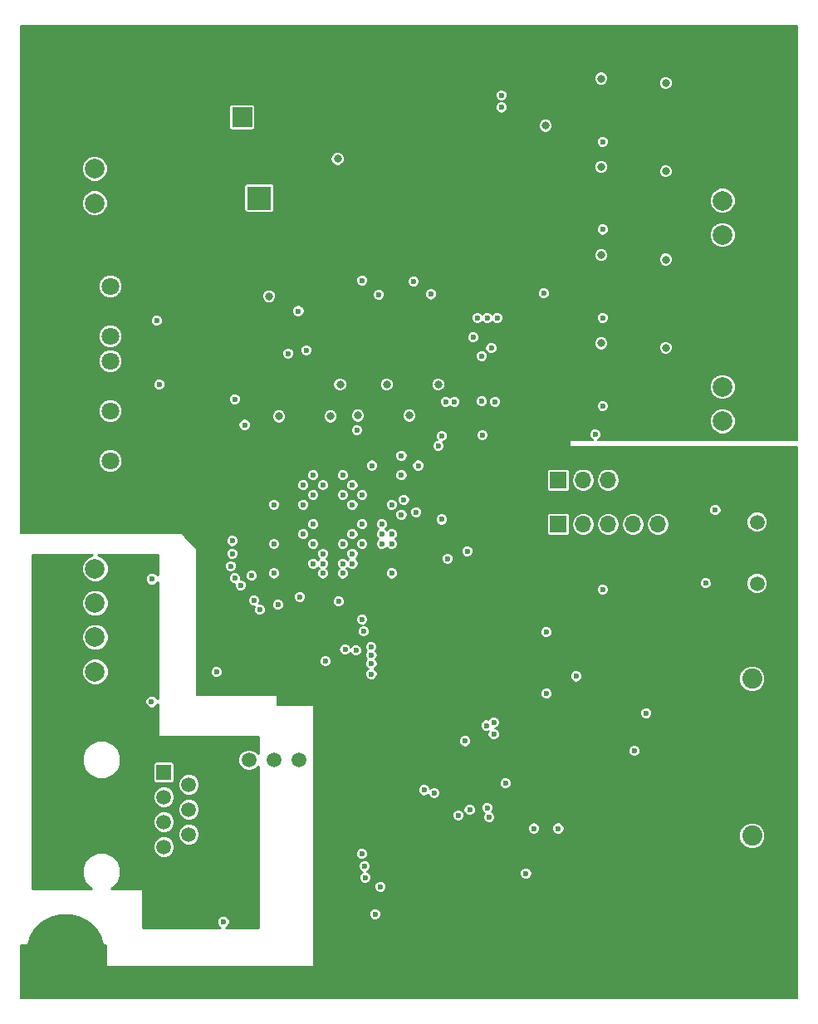
<source format=gbr>
G04 #@! TF.GenerationSoftware,KiCad,Pcbnew,5.0.2-bee76a0~70~ubuntu18.04.1*
G04 #@! TF.CreationDate,2019-01-22T12:03:51-08:00*
G04 #@! TF.ProjectId,controller,636f6e74-726f-46c6-9c65-722e6b696361,rev?*
G04 #@! TF.SameCoordinates,Original*
G04 #@! TF.FileFunction,Copper,L2,Inr*
G04 #@! TF.FilePolarity,Positive*
%FSLAX46Y46*%
G04 Gerber Fmt 4.6, Leading zero omitted, Abs format (unit mm)*
G04 Created by KiCad (PCBNEW 5.0.2-bee76a0~70~ubuntu18.04.1) date Tue 22 Jan 2019 12:03:51 PM PST*
%MOMM*%
%LPD*%
G01*
G04 APERTURE LIST*
G04 #@! TA.AperFunction,ViaPad*
%ADD10O,1.700000X1.700000*%
G04 #@! TD*
G04 #@! TA.AperFunction,ViaPad*
%ADD11R,1.700000X1.700000*%
G04 #@! TD*
G04 #@! TA.AperFunction,ViaPad*
%ADD12C,1.800000*%
G04 #@! TD*
G04 #@! TA.AperFunction,ViaPad*
%ADD13C,1.500000*%
G04 #@! TD*
G04 #@! TA.AperFunction,ViaPad*
%ADD14R,1.500000X1.500000*%
G04 #@! TD*
G04 #@! TA.AperFunction,ViaPad*
%ADD15C,2.250000*%
G04 #@! TD*
G04 #@! TA.AperFunction,ViaPad*
%ADD16C,2.050000*%
G04 #@! TD*
G04 #@! TA.AperFunction,ViaPad*
%ADD17C,0.800000*%
G04 #@! TD*
G04 #@! TA.AperFunction,ViaPad*
%ADD18C,8.000000*%
G04 #@! TD*
G04 #@! TA.AperFunction,ViaPad*
%ADD19C,2.000000*%
G04 #@! TD*
G04 #@! TA.AperFunction,ViaPad*
%ADD20R,2.000000X2.000000*%
G04 #@! TD*
G04 #@! TA.AperFunction,ViaPad*
%ADD21C,2.400000*%
G04 #@! TD*
G04 #@! TA.AperFunction,ViaPad*
%ADD22R,2.400000X2.400000*%
G04 #@! TD*
G04 #@! TA.AperFunction,ViaPad*
%ADD23C,0.600000*%
G04 #@! TD*
G04 #@! TA.AperFunction,Conductor*
%ADD24C,0.254000*%
G04 #@! TD*
G04 #@! TA.AperFunction,Conductor*
%ADD25C,0.200000*%
G04 #@! TD*
G04 APERTURE END LIST*
D10*
G04 #@! TO.N,GND*
G04 #@! TO.C,J3001*
X157950000Y-81250000D03*
G04 #@! TO.N,Net-(J3001-Pad5)*
X155410000Y-81250000D03*
G04 #@! TO.N,Net-(J3001-Pad4)*
X152870000Y-81250000D03*
G04 #@! TO.N,Net-(J3001-Pad3)*
X150330000Y-81250000D03*
G04 #@! TO.N,Net-(J3001-Pad2)*
X147790000Y-81250000D03*
D11*
G04 #@! TO.N,+3V3D*
X145250000Y-81250000D03*
G04 #@! TD*
D12*
G04 #@! TO.N,GND*
G04 #@! TO.C,U6001*
X91900000Y-64560000D03*
X91900000Y-56940000D03*
G04 #@! TO.N,FIBER_TX*
X99560000Y-56980000D03*
G04 #@! TO.N,GND*
X99560000Y-59520000D03*
G04 #@! TO.N,Net-(U6001-Pad2)*
X99560000Y-62060000D03*
G04 #@! TO.N,Net-(C6004-Pad1)*
X99560000Y-64600000D03*
G04 #@! TD*
G04 #@! TO.N,GND*
G04 #@! TO.C,U6002*
X91900000Y-74760000D03*
X91900000Y-67140000D03*
X99560000Y-67180000D03*
G04 #@! TO.N,Net-(C6005-Pad1)*
X99560000Y-69720000D03*
G04 #@! TO.N,GND*
X99560000Y-72260000D03*
G04 #@! TO.N,FIBER_RX*
X99560000Y-74800000D03*
G04 #@! TD*
D13*
G04 #@! TO.N,/Interface/5_ISO*
G04 #@! TO.C,U6003*
X113690000Y-105250000D03*
G04 #@! TO.N,/Interface/GND_ISO*
X116230000Y-105250000D03*
G04 #@! TO.N,+5V*
X118770000Y-105250000D03*
G04 #@! TO.N,GND*
X121310000Y-105250000D03*
G04 #@! TD*
G04 #@! TO.N,/Interface/GND_ISO*
G04 #@! TO.C,J6001*
X107540000Y-115390000D03*
G04 #@! TO.N,/Interface/5_ISO*
X105000000Y-114120000D03*
G04 #@! TO.N,/Interface/RX_N*
X107540000Y-112850000D03*
G04 #@! TO.N,Net-(J6001-Pad5)*
X105000000Y-111580000D03*
G04 #@! TO.N,Net-(J6001-Pad4)*
X107540000Y-110310000D03*
G04 #@! TO.N,/Interface/RX_P*
X105000000Y-109040000D03*
G04 #@! TO.N,/Interface/TX_N*
X107540000Y-107770000D03*
D14*
G04 #@! TO.N,/Interface/TX_P*
X105000000Y-106500000D03*
G04 #@! TD*
D15*
G04 #@! TO.N,GND*
G04 #@! TO.C,J7001*
X162460000Y-99540000D03*
X162460000Y-94460000D03*
X167540000Y-94460000D03*
X167540000Y-99540000D03*
D16*
G04 #@! TO.N,Net-(C7001-Pad2)*
X165000000Y-97000000D03*
G04 #@! TD*
D15*
G04 #@! TO.N,GND*
G04 #@! TO.C,J7002*
X162460000Y-115540000D03*
X162460000Y-110460000D03*
X167540000Y-110460000D03*
X167540000Y-115540000D03*
D16*
G04 #@! TO.N,Net-(C7002-Pad2)*
X165000000Y-113000000D03*
G04 #@! TD*
D17*
G04 #@! TO.N,GND*
G04 #@! TO.C,J1001*
X167000000Y-127000000D03*
X163000000Y-123000000D03*
X163000000Y-127000000D03*
X165000000Y-128000000D03*
X162000000Y-125000000D03*
X165000000Y-122500000D03*
X167000000Y-123000000D03*
X168000000Y-125000000D03*
D18*
X165000000Y-125000000D03*
G04 #@! TD*
D17*
G04 #@! TO.N,GND*
G04 #@! TO.C,J1002*
X97000000Y-127000000D03*
X93000000Y-123000000D03*
X93000000Y-127000000D03*
X95000000Y-128000000D03*
X92000000Y-125000000D03*
X95000000Y-122500000D03*
X97000000Y-123000000D03*
X98000000Y-125000000D03*
D18*
X95000000Y-125000000D03*
G04 #@! TD*
D17*
G04 #@! TO.N,GND*
G04 #@! TO.C,J1003*
X167000000Y-37000000D03*
X163000000Y-33000000D03*
X163000000Y-37000000D03*
X165000000Y-38000000D03*
X162000000Y-35000000D03*
X165000000Y-32500000D03*
X167000000Y-33000000D03*
X168000000Y-35000000D03*
D18*
X165000000Y-35000000D03*
G04 #@! TD*
D17*
G04 #@! TO.N,GND*
G04 #@! TO.C,J1004*
X97000000Y-37000000D03*
X93000000Y-33000000D03*
X93000000Y-37000000D03*
X95000000Y-38000000D03*
X92000000Y-35000000D03*
X95000000Y-32500000D03*
X97000000Y-33000000D03*
X98000000Y-35000000D03*
D18*
X95000000Y-35000000D03*
G04 #@! TD*
D19*
G04 #@! TO.N,GND*
G04 #@! TO.C,C2006*
X118000000Y-39750000D03*
D20*
G04 #@! TO.N,+24V*
X113000000Y-39750000D03*
G04 #@! TD*
D21*
G04 #@! TO.N,GND*
G04 #@! TO.C,C2015*
X122250000Y-48000000D03*
D22*
G04 #@! TO.N,+24V*
X114750000Y-48000000D03*
G04 #@! TD*
D13*
G04 #@! TO.N,GND*
G04 #@! TO.C,D3001*
X165500000Y-84730000D03*
G04 #@! TO.N,Net-(D3001-Pad2)*
X165500000Y-87270000D03*
G04 #@! TD*
G04 #@! TO.N,GND*
G04 #@! TO.C,D3002*
X165500000Y-78480000D03*
G04 #@! TO.N,Net-(D3002-Pad2)*
X165500000Y-81020000D03*
G04 #@! TD*
D10*
G04 #@! TO.N,GND*
G04 #@! TO.C,J3002*
X152870000Y-76750000D03*
G04 #@! TO.N,/FPGA/DEBUG_RX*
X150330000Y-76750000D03*
G04 #@! TO.N,/FPGA/DEBUG_TX*
X147790000Y-76750000D03*
D11*
G04 #@! TO.N,+3V3D*
X145250000Y-76750000D03*
G04 #@! TD*
D19*
G04 #@! TO.N,/Interface/RELAY_B_DRV*
G04 #@! TO.C,J6002*
X98000000Y-96250000D03*
G04 #@! TO.N,/Interface/5_ISO*
X98000000Y-92750000D03*
G04 #@! TO.N,/Interface/RELAY_A_DRV*
X98000000Y-89250000D03*
G04 #@! TO.N,/Interface/5_ISO*
X98000000Y-85750000D03*
G04 #@! TD*
G04 #@! TO.N,Net-(FL2001-Pad2)*
G04 #@! TO.C,J2001*
X98000000Y-45000000D03*
G04 #@! TO.N,Net-(FL2001-Pad4)*
X98000000Y-48500000D03*
G04 #@! TD*
G04 #@! TO.N,Net-(J5001-Pad2)*
G04 #@! TO.C,J5001*
X162000000Y-51750000D03*
G04 #@! TO.N,Net-(C5008-Pad1)*
X162000000Y-48250000D03*
G04 #@! TD*
G04 #@! TO.N,Net-(J5002-Pad2)*
G04 #@! TO.C,J5002*
X162000000Y-70750000D03*
G04 #@! TO.N,Net-(C5017-Pad1)*
X162000000Y-67250000D03*
G04 #@! TD*
D23*
G04 #@! TO.N,GND*
X118500000Y-92000000D03*
X142750000Y-63250000D03*
X131250000Y-60250000D03*
X126000000Y-60250000D03*
X117750000Y-61500000D03*
X152750000Y-69750000D03*
X154250000Y-69750000D03*
X154250000Y-67750000D03*
X152750000Y-67750000D03*
X153500000Y-68750000D03*
X154250000Y-60750000D03*
X152750000Y-60750000D03*
X152750000Y-58750000D03*
X154250000Y-58750000D03*
X153500000Y-59750000D03*
X152750000Y-51750000D03*
X154250000Y-51750000D03*
X154250000Y-49750000D03*
X152750000Y-49750000D03*
X153500000Y-50750000D03*
X152750000Y-42750000D03*
X154250000Y-42750000D03*
X154250000Y-40750000D03*
X152750000Y-40750000D03*
X153500000Y-41750000D03*
X133000000Y-52500000D03*
X133000000Y-51000000D03*
X133000000Y-49500000D03*
X133000000Y-48000000D03*
X133000000Y-46500000D03*
X136000000Y-46500000D03*
X136000000Y-48000000D03*
X136000000Y-49500000D03*
X136000000Y-51000000D03*
X136000000Y-52500000D03*
X134500000Y-52500000D03*
X134500000Y-51000000D03*
X134500000Y-46500000D03*
X134500000Y-48000000D03*
X134500000Y-49500000D03*
X136000000Y-77250000D03*
X135000000Y-105750000D03*
X137000000Y-105750000D03*
X137000000Y-107750000D03*
X135000000Y-107750000D03*
X136000000Y-106750000D03*
X125250000Y-79250000D03*
X127250000Y-79250000D03*
X123250000Y-81250000D03*
X124250000Y-81250000D03*
X125250000Y-82250000D03*
X123250000Y-79250000D03*
X121250000Y-79250000D03*
X121250000Y-78250000D03*
X123250000Y-77250000D03*
X124250000Y-76250000D03*
X121250000Y-76250000D03*
X121250000Y-75250000D03*
X123250000Y-75250000D03*
X124250000Y-75250000D03*
X123250000Y-74250000D03*
X121250000Y-74250000D03*
X125250000Y-77250000D03*
X129250000Y-73250000D03*
X129500000Y-77750000D03*
X121250000Y-81250000D03*
X121250000Y-82250000D03*
X120250000Y-82250000D03*
X119250000Y-83250000D03*
X118250000Y-84250000D03*
X123250000Y-84250000D03*
X124250000Y-83250000D03*
X125250000Y-84250000D03*
X117250000Y-86250000D03*
X117250000Y-79250000D03*
X117250000Y-77250000D03*
X115000000Y-77750000D03*
X116250000Y-75250000D03*
X115250000Y-73250000D03*
X118250000Y-74250000D03*
X120750000Y-73000000D03*
X123750000Y-73000000D03*
X127250000Y-86250000D03*
X129250000Y-87250000D03*
X124250000Y-86250000D03*
X121250000Y-83250000D03*
X120250000Y-86250000D03*
X126250000Y-73250000D03*
X128250000Y-76250000D03*
X119250000Y-78250000D03*
X119250000Y-76250000D03*
X123250000Y-82250000D03*
X120800000Y-89900000D03*
X121700000Y-90950000D03*
X149400000Y-98000000D03*
X149400000Y-96750000D03*
X151050000Y-100500000D03*
X148950000Y-102500000D03*
X144050000Y-97250000D03*
X154200000Y-101750000D03*
X150000000Y-105800000D03*
X151250000Y-105800000D03*
X145700000Y-104500000D03*
X134750000Y-110200000D03*
X133250000Y-113200000D03*
X132000000Y-113200000D03*
X134500000Y-113200000D03*
X135750000Y-113200000D03*
X141250000Y-111250000D03*
X145250000Y-111250000D03*
X142750000Y-111250000D03*
X143500000Y-117450000D03*
X144500000Y-117450000D03*
X144000000Y-115000000D03*
D17*
X157250000Y-103450000D03*
X157250000Y-93050000D03*
X157000000Y-108800000D03*
D23*
X149050000Y-91250000D03*
X148750000Y-87850000D03*
X144000000Y-91000000D03*
X153950000Y-92000000D03*
D17*
X134500000Y-40000000D03*
D23*
X134000000Y-36750000D03*
X135500000Y-36750000D03*
D17*
X143950000Y-43400000D03*
X141000000Y-43400000D03*
X122750000Y-40000000D03*
X127250000Y-44000000D03*
X109500000Y-48750000D03*
D23*
G04 #@! TO.N,+24V*
X139450000Y-38750000D03*
D17*
G04 #@! TO.N,GND*
X150050000Y-61200000D03*
X156950000Y-61150000D03*
X156950000Y-52150000D03*
X150050000Y-52150000D03*
X150050000Y-70150000D03*
X156900000Y-70200000D03*
X150100000Y-43150000D03*
X156900000Y-43150000D03*
D23*
X138600000Y-80050000D03*
X131500000Y-56500000D03*
D17*
X119000000Y-67000000D03*
X119750000Y-58000000D03*
D23*
X115550000Y-65000000D03*
X116400000Y-61450000D03*
X119100000Y-61500000D03*
X123550000Y-63250000D03*
X128150000Y-63250000D03*
X128850000Y-63250000D03*
X120750000Y-59050000D03*
X133500000Y-63250000D03*
X124750000Y-60250000D03*
X127250000Y-60250000D03*
X130000000Y-60250000D03*
X132500000Y-60250000D03*
X128250000Y-60250000D03*
X129000000Y-60250000D03*
X123750000Y-60250000D03*
X133500000Y-60250000D03*
X106950000Y-67000000D03*
X106250000Y-72200000D03*
X105000000Y-72200000D03*
X106250000Y-65700000D03*
X105000000Y-65700000D03*
X106700000Y-60500000D03*
X115450000Y-91250000D03*
X115500000Y-92650000D03*
X116600000Y-94750000D03*
X144750000Y-57700000D03*
X140750000Y-57750000D03*
X143500000Y-67050000D03*
X139650000Y-65250000D03*
X139650000Y-64250000D03*
X115250000Y-83250000D03*
D17*
X126750000Y-70150000D03*
X131750000Y-70150000D03*
X120000000Y-70250000D03*
X118250000Y-70250000D03*
D23*
X119250000Y-81250000D03*
X120250000Y-79250000D03*
X120250000Y-75250000D03*
X120500000Y-95200000D03*
X115250000Y-87250000D03*
X132500000Y-76000000D03*
X129250000Y-83150000D03*
X120250000Y-77250000D03*
X146200000Y-60700000D03*
X139000000Y-57800000D03*
X113250000Y-68500000D03*
X126550000Y-120000000D03*
X126250000Y-56450000D03*
X110550000Y-92050000D03*
X112011091Y-96938909D03*
X124600000Y-112300000D03*
X124600000Y-113550000D03*
X100000000Y-31500000D03*
X108000000Y-31500000D03*
X116000000Y-31500000D03*
X124000000Y-31500000D03*
X132000000Y-31500000D03*
X140000000Y-31500000D03*
X148000000Y-31500000D03*
X156000000Y-31500000D03*
D17*
X100250000Y-128500000D03*
X106250000Y-128500000D03*
X112250000Y-128500000D03*
X118250000Y-128500000D03*
X124250000Y-128500000D03*
X130250000Y-128500000D03*
X136250000Y-128500000D03*
X142250000Y-128500000D03*
X148250000Y-128500000D03*
X154250000Y-128500000D03*
D23*
X137750000Y-46500000D03*
X137750000Y-48000000D03*
X137750000Y-49500000D03*
X137750000Y-51000000D03*
X137750000Y-52500000D03*
X131250000Y-46500000D03*
X131250000Y-48000000D03*
X131250000Y-49500000D03*
X131250000Y-51000000D03*
X131250000Y-52500000D03*
X139250000Y-46500000D03*
X139250000Y-48000000D03*
X139250000Y-49500000D03*
X139250000Y-51000000D03*
X139250000Y-52500000D03*
X129750000Y-46500000D03*
X129750000Y-48000000D03*
X129750000Y-49500000D03*
X129750000Y-51000000D03*
X129750000Y-52500000D03*
X134500000Y-54250000D03*
X136000000Y-54250000D03*
X133000000Y-54250000D03*
X131250000Y-54250000D03*
X129750000Y-54250000D03*
X137750000Y-54250000D03*
X139250000Y-54250000D03*
D17*
G04 #@! TO.N,+24V*
X143950000Y-40600000D03*
D23*
X139450000Y-37500000D03*
D17*
X149600000Y-53800000D03*
X149600000Y-62800000D03*
X156200000Y-54250000D03*
X156200000Y-63250000D03*
X149600000Y-44800000D03*
X156200000Y-45250000D03*
X156200000Y-36250000D03*
X149600000Y-35800000D03*
D23*
X149750000Y-60200000D03*
X149750000Y-69200000D03*
X149750000Y-51200000D03*
X149750000Y-42250000D03*
X149000000Y-72100000D03*
G04 #@! TO.N,+3V3D*
X128250000Y-83250000D03*
X128250000Y-86250000D03*
X123250000Y-86250000D03*
X121250000Y-86250000D03*
X128250000Y-79250000D03*
X116250000Y-86250000D03*
X116250000Y-83250000D03*
X116250000Y-79250000D03*
X125250000Y-90950000D03*
X133000000Y-73250000D03*
X135750000Y-103350000D03*
D17*
X130050000Y-70150000D03*
D23*
X104550000Y-67000000D03*
X104300000Y-60500000D03*
X116650000Y-89450000D03*
D17*
X116750000Y-70250000D03*
D23*
X121500000Y-95200000D03*
X133350000Y-80750000D03*
X112250000Y-68500000D03*
X126550000Y-121000000D03*
X135950000Y-84000000D03*
X110399586Y-96314784D03*
G04 #@! TO.N,+1V0*
X124250000Y-77250000D03*
X124250000Y-79250000D03*
X121250000Y-77250000D03*
X123250000Y-76250000D03*
X120250000Y-76250000D03*
X119250000Y-77250000D03*
X120250000Y-78250000D03*
X119250000Y-79250000D03*
X120250000Y-81250000D03*
X119250000Y-82250000D03*
X120250000Y-83250000D03*
X123250000Y-83250000D03*
X124250000Y-82250000D03*
D17*
X123000000Y-67000000D03*
X122000000Y-70250000D03*
D23*
G04 #@! TO.N,+1V8D*
X125250000Y-78250000D03*
X123250000Y-78250000D03*
X124250000Y-84250000D03*
X125250000Y-83250000D03*
X125250000Y-81250000D03*
D17*
X124800000Y-70150000D03*
G04 #@! TO.N,+5V*
X122750000Y-44000000D03*
D23*
X130500000Y-56500000D03*
X132250000Y-57800000D03*
D17*
X115750000Y-58000000D03*
D23*
X118750000Y-59500000D03*
X143750000Y-57700000D03*
X125250000Y-56400000D03*
X126950000Y-57850000D03*
G04 #@! TO.N,+3V3*
X144050000Y-98500000D03*
X147050000Y-96750000D03*
X154200000Y-100500000D03*
X153000000Y-104350000D03*
X145250000Y-112250000D03*
X142750000Y-112250000D03*
X141950000Y-116850000D03*
X149750000Y-87900000D03*
X144000000Y-92250000D03*
D17*
X133000000Y-67000000D03*
G04 #@! TO.N,/Interface/GND_ISO*
X114200000Y-107050000D03*
D23*
X102750000Y-89500000D03*
X103800000Y-92400000D03*
X102750000Y-99300000D03*
X112950000Y-112300000D03*
X112900000Y-113600000D03*
X111050000Y-120750000D03*
G04 #@! TO.N,/Interface/5_ISO*
X103800000Y-86800000D03*
X103750000Y-99300000D03*
X111050000Y-121750000D03*
G04 #@! TO.N,/Analog/VCM*
X135050000Y-110900000D03*
X138200000Y-111100000D03*
G04 #@! TO.N,+1V8*
X139850000Y-107650000D03*
X138000000Y-110150000D03*
X136200000Y-110350000D03*
X132600000Y-108650000D03*
D17*
X127750000Y-67000000D03*
D23*
G04 #@! TO.N,Net-(J3001-Pad2)*
X126150000Y-93750000D03*
G04 #@! TO.N,Net-(J3001-Pad3)*
X126200000Y-94600000D03*
G04 #@! TO.N,Net-(J3001-Pad4)*
X126200000Y-95450000D03*
G04 #@! TO.N,Net-(J3001-Pad5)*
X126200000Y-96500000D03*
G04 #@! TO.N,Net-(R2007-Pad1)*
X117700000Y-63850000D03*
X119550000Y-63500000D03*
G04 #@! TO.N,/FPGA/FLASH_CS*
X126250000Y-75250000D03*
X130950000Y-75250000D03*
G04 #@! TO.N,/FPGA/PROGRAM_B*
X121250000Y-84250000D03*
X123500000Y-94000000D03*
G04 #@! TO.N,/FPGA/M0*
X121250000Y-85250000D03*
X125400000Y-92150000D03*
G04 #@! TO.N,/FPGA/M1*
X123250000Y-85250000D03*
X122850000Y-89100000D03*
G04 #@! TO.N,/FPGA/M2*
X124250000Y-85250000D03*
X124600000Y-94100000D03*
G04 #@! TO.N,/FPGA/PUDC_B*
X124700000Y-71650000D03*
X113250000Y-71100000D03*
G04 #@! TO.N,ZCS_DETECT*
X127250000Y-83250000D03*
X133950000Y-84750000D03*
G04 #@! TO.N,/FPGA/FLASH_IO0*
X137500000Y-72150000D03*
X133350000Y-72250000D03*
G04 #@! TO.N,RS485-D*
X112000000Y-82950000D03*
G04 #@! TO.N,RS485-DE*
X112000000Y-84250000D03*
G04 #@! TO.N,RS485-RE*
X111850000Y-85500000D03*
G04 #@! TO.N,/FPGA/TMS*
X120250000Y-85250000D03*
X118900000Y-88650000D03*
G04 #@! TO.N,GATE_1*
X129250000Y-74250000D03*
X133750000Y-68750000D03*
G04 #@! TO.N,GATE_2*
X129250000Y-76250000D03*
X134650000Y-68750000D03*
X137000000Y-60200000D03*
X136550000Y-62200000D03*
G04 #@! TO.N,GATE_3*
X129500000Y-78750000D03*
X137450000Y-68700000D03*
G04 #@! TO.N,GATE_4*
X139000000Y-60200000D03*
X129250000Y-80250000D03*
X138800000Y-68750000D03*
G04 #@! TO.N,GATE_3*
X138000000Y-60200000D03*
X137450000Y-64100000D03*
G04 #@! TO.N,GATE_4*
X138400000Y-63300000D03*
G04 #@! TO.N,ADC_CSB*
X138650000Y-101450000D03*
X114800000Y-89950000D03*
G04 #@! TO.N,ADC_SCLK*
X114200000Y-89000000D03*
G04 #@! TO.N,ADC_SDIO*
X138650000Y-102650000D03*
G04 #@! TO.N,ADC_MODE*
X131550000Y-108350000D03*
X112850000Y-87450000D03*
G04 #@! TO.N,/FPGA/LED1*
X128250000Y-82250000D03*
G04 #@! TO.N,/FPGA/LED2*
X127250000Y-82250000D03*
G04 #@! TO.N,/FPGA/DEBUG_RX*
X127250000Y-81250000D03*
G04 #@! TO.N,/FPGA/DEBUG_TX*
X130750000Y-80000000D03*
G04 #@! TO.N,RS485-R*
X112250000Y-86750000D03*
X127100000Y-118200000D03*
G04 #@! TO.N,RS485-RE*
X125550000Y-117250000D03*
G04 #@! TO.N,RS485-DE*
X125500000Y-116100000D03*
G04 #@! TO.N,RS485-D*
X125200000Y-114850000D03*
G04 #@! TO.N,ADC_SCLK*
X137900000Y-101750000D03*
G04 #@! TO.N,ADC_SDIO*
X114000000Y-86500000D03*
G04 #@! TO.N,/FPGA/LED1*
X160250000Y-87250000D03*
G04 #@! TO.N,/FPGA/LED2*
X161250000Y-79800000D03*
G04 #@! TD*
D24*
G04 #@! TO.N,/Interface/GND_ISO*
G36*
X97219992Y-84582636D02*
X96832636Y-84969992D01*
X96623000Y-85476098D01*
X96623000Y-86023902D01*
X96832636Y-86530008D01*
X97219992Y-86917364D01*
X97726098Y-87127000D01*
X98273902Y-87127000D01*
X98780008Y-86917364D01*
X99167364Y-86530008D01*
X99377000Y-86023902D01*
X99377000Y-85476098D01*
X99167364Y-84969992D01*
X98780008Y-84582636D01*
X98283559Y-84377000D01*
X104373000Y-84377000D01*
X104373000Y-86415577D01*
X104183490Y-86226067D01*
X103934664Y-86123000D01*
X103665336Y-86123000D01*
X103416510Y-86226067D01*
X103226067Y-86416510D01*
X103123000Y-86665336D01*
X103123000Y-86934664D01*
X103226067Y-87183490D01*
X103416510Y-87373933D01*
X103665336Y-87477000D01*
X103934664Y-87477000D01*
X104183490Y-87373933D01*
X104373000Y-87184423D01*
X104373000Y-99034968D01*
X104323933Y-98916510D01*
X104133490Y-98726067D01*
X103884664Y-98623000D01*
X103615336Y-98623000D01*
X103366510Y-98726067D01*
X103176067Y-98916510D01*
X103073000Y-99165336D01*
X103073000Y-99434664D01*
X103176067Y-99683490D01*
X103366510Y-99873933D01*
X103615336Y-99977000D01*
X103884664Y-99977000D01*
X104133490Y-99873933D01*
X104323933Y-99683490D01*
X104373000Y-99565032D01*
X104373000Y-102750000D01*
X104382667Y-102798601D01*
X104410197Y-102839803D01*
X104451399Y-102867333D01*
X104500000Y-102877000D01*
X114623000Y-102877000D01*
X114623000Y-104589182D01*
X114328394Y-104294576D01*
X113914174Y-104123000D01*
X113465826Y-104123000D01*
X113051606Y-104294576D01*
X112734576Y-104611606D01*
X112563000Y-105025826D01*
X112563000Y-105474174D01*
X112734576Y-105888394D01*
X113051606Y-106205424D01*
X113465826Y-106377000D01*
X113914174Y-106377000D01*
X114328394Y-106205424D01*
X114623000Y-105910818D01*
X114623000Y-122373000D01*
X111315032Y-122373000D01*
X111433490Y-122323933D01*
X111623933Y-122133490D01*
X111727000Y-121884664D01*
X111727000Y-121615336D01*
X111623933Y-121366510D01*
X111433490Y-121176067D01*
X111184664Y-121073000D01*
X110915336Y-121073000D01*
X110666510Y-121176067D01*
X110476067Y-121366510D01*
X110373000Y-121615336D01*
X110373000Y-121884664D01*
X110476067Y-122133490D01*
X110666510Y-122323933D01*
X110784968Y-122373000D01*
X102877000Y-122373000D01*
X102877000Y-118500000D01*
X102867333Y-118451399D01*
X102839803Y-118410197D01*
X102798601Y-118382667D01*
X102750000Y-118373000D01*
X99680603Y-118373000D01*
X99769881Y-118336020D01*
X100326020Y-117779881D01*
X100627000Y-117053250D01*
X100627000Y-116266750D01*
X100326020Y-115540119D01*
X99769881Y-114983980D01*
X99043250Y-114683000D01*
X98256750Y-114683000D01*
X97530119Y-114983980D01*
X96973980Y-115540119D01*
X96673000Y-116266750D01*
X96673000Y-117053250D01*
X96973980Y-117779881D01*
X97530119Y-118336020D01*
X97619397Y-118373000D01*
X91627000Y-118373000D01*
X91627000Y-113895826D01*
X103873000Y-113895826D01*
X103873000Y-114344174D01*
X104044576Y-114758394D01*
X104361606Y-115075424D01*
X104775826Y-115247000D01*
X105224174Y-115247000D01*
X105638394Y-115075424D01*
X105955424Y-114758394D01*
X106127000Y-114344174D01*
X106127000Y-113895826D01*
X105955424Y-113481606D01*
X105638394Y-113164576D01*
X105224174Y-112993000D01*
X104775826Y-112993000D01*
X104361606Y-113164576D01*
X104044576Y-113481606D01*
X103873000Y-113895826D01*
X91627000Y-113895826D01*
X91627000Y-111355826D01*
X103873000Y-111355826D01*
X103873000Y-111804174D01*
X104044576Y-112218394D01*
X104361606Y-112535424D01*
X104775826Y-112707000D01*
X105224174Y-112707000D01*
X105420144Y-112625826D01*
X106413000Y-112625826D01*
X106413000Y-113074174D01*
X106584576Y-113488394D01*
X106901606Y-113805424D01*
X107315826Y-113977000D01*
X107764174Y-113977000D01*
X108178394Y-113805424D01*
X108495424Y-113488394D01*
X108667000Y-113074174D01*
X108667000Y-112625826D01*
X108495424Y-112211606D01*
X108178394Y-111894576D01*
X107764174Y-111723000D01*
X107315826Y-111723000D01*
X106901606Y-111894576D01*
X106584576Y-112211606D01*
X106413000Y-112625826D01*
X105420144Y-112625826D01*
X105638394Y-112535424D01*
X105955424Y-112218394D01*
X106127000Y-111804174D01*
X106127000Y-111355826D01*
X105955424Y-110941606D01*
X105638394Y-110624576D01*
X105224174Y-110453000D01*
X104775826Y-110453000D01*
X104361606Y-110624576D01*
X104044576Y-110941606D01*
X103873000Y-111355826D01*
X91627000Y-111355826D01*
X91627000Y-108815826D01*
X103873000Y-108815826D01*
X103873000Y-109264174D01*
X104044576Y-109678394D01*
X104361606Y-109995424D01*
X104775826Y-110167000D01*
X105224174Y-110167000D01*
X105420144Y-110085826D01*
X106413000Y-110085826D01*
X106413000Y-110534174D01*
X106584576Y-110948394D01*
X106901606Y-111265424D01*
X107315826Y-111437000D01*
X107764174Y-111437000D01*
X108178394Y-111265424D01*
X108495424Y-110948394D01*
X108667000Y-110534174D01*
X108667000Y-110085826D01*
X108495424Y-109671606D01*
X108178394Y-109354576D01*
X107764174Y-109183000D01*
X107315826Y-109183000D01*
X106901606Y-109354576D01*
X106584576Y-109671606D01*
X106413000Y-110085826D01*
X105420144Y-110085826D01*
X105638394Y-109995424D01*
X105955424Y-109678394D01*
X106127000Y-109264174D01*
X106127000Y-108815826D01*
X105955424Y-108401606D01*
X105638394Y-108084576D01*
X105224174Y-107913000D01*
X104775826Y-107913000D01*
X104361606Y-108084576D01*
X104044576Y-108401606D01*
X103873000Y-108815826D01*
X91627000Y-108815826D01*
X91627000Y-104836750D01*
X96673000Y-104836750D01*
X96673000Y-105623250D01*
X96973980Y-106349881D01*
X97530119Y-106906020D01*
X98256750Y-107207000D01*
X99043250Y-107207000D01*
X99769881Y-106906020D01*
X100326020Y-106349881D01*
X100574498Y-105750000D01*
X103865615Y-105750000D01*
X103865615Y-107250000D01*
X103894875Y-107397098D01*
X103978199Y-107521801D01*
X104102902Y-107605125D01*
X104250000Y-107634385D01*
X105750000Y-107634385D01*
X105897098Y-107605125D01*
X105985845Y-107545826D01*
X106413000Y-107545826D01*
X106413000Y-107994174D01*
X106584576Y-108408394D01*
X106901606Y-108725424D01*
X107315826Y-108897000D01*
X107764174Y-108897000D01*
X108178394Y-108725424D01*
X108495424Y-108408394D01*
X108667000Y-107994174D01*
X108667000Y-107545826D01*
X108495424Y-107131606D01*
X108178394Y-106814576D01*
X107764174Y-106643000D01*
X107315826Y-106643000D01*
X106901606Y-106814576D01*
X106584576Y-107131606D01*
X106413000Y-107545826D01*
X105985845Y-107545826D01*
X106021801Y-107521801D01*
X106105125Y-107397098D01*
X106134385Y-107250000D01*
X106134385Y-105750000D01*
X106105125Y-105602902D01*
X106021801Y-105478199D01*
X105897098Y-105394875D01*
X105750000Y-105365615D01*
X104250000Y-105365615D01*
X104102902Y-105394875D01*
X103978199Y-105478199D01*
X103894875Y-105602902D01*
X103865615Y-105750000D01*
X100574498Y-105750000D01*
X100627000Y-105623250D01*
X100627000Y-104836750D01*
X100326020Y-104110119D01*
X99769881Y-103553980D01*
X99043250Y-103253000D01*
X98256750Y-103253000D01*
X97530119Y-103553980D01*
X96973980Y-104110119D01*
X96673000Y-104836750D01*
X91627000Y-104836750D01*
X91627000Y-95976098D01*
X96623000Y-95976098D01*
X96623000Y-96523902D01*
X96832636Y-97030008D01*
X97219992Y-97417364D01*
X97726098Y-97627000D01*
X98273902Y-97627000D01*
X98780008Y-97417364D01*
X99167364Y-97030008D01*
X99377000Y-96523902D01*
X99377000Y-95976098D01*
X99167364Y-95469992D01*
X98780008Y-95082636D01*
X98273902Y-94873000D01*
X97726098Y-94873000D01*
X97219992Y-95082636D01*
X96832636Y-95469992D01*
X96623000Y-95976098D01*
X91627000Y-95976098D01*
X91627000Y-92476098D01*
X96623000Y-92476098D01*
X96623000Y-93023902D01*
X96832636Y-93530008D01*
X97219992Y-93917364D01*
X97726098Y-94127000D01*
X98273902Y-94127000D01*
X98780008Y-93917364D01*
X99167364Y-93530008D01*
X99377000Y-93023902D01*
X99377000Y-92476098D01*
X99167364Y-91969992D01*
X98780008Y-91582636D01*
X98273902Y-91373000D01*
X97726098Y-91373000D01*
X97219992Y-91582636D01*
X96832636Y-91969992D01*
X96623000Y-92476098D01*
X91627000Y-92476098D01*
X91627000Y-88976098D01*
X96623000Y-88976098D01*
X96623000Y-89523902D01*
X96832636Y-90030008D01*
X97219992Y-90417364D01*
X97726098Y-90627000D01*
X98273902Y-90627000D01*
X98780008Y-90417364D01*
X99167364Y-90030008D01*
X99377000Y-89523902D01*
X99377000Y-88976098D01*
X99167364Y-88469992D01*
X98780008Y-88082636D01*
X98273902Y-87873000D01*
X97726098Y-87873000D01*
X97219992Y-88082636D01*
X96832636Y-88469992D01*
X96623000Y-88976098D01*
X91627000Y-88976098D01*
X91627000Y-84377000D01*
X97716441Y-84377000D01*
X97219992Y-84582636D01*
X97219992Y-84582636D01*
G37*
X97219992Y-84582636D02*
X96832636Y-84969992D01*
X96623000Y-85476098D01*
X96623000Y-86023902D01*
X96832636Y-86530008D01*
X97219992Y-86917364D01*
X97726098Y-87127000D01*
X98273902Y-87127000D01*
X98780008Y-86917364D01*
X99167364Y-86530008D01*
X99377000Y-86023902D01*
X99377000Y-85476098D01*
X99167364Y-84969992D01*
X98780008Y-84582636D01*
X98283559Y-84377000D01*
X104373000Y-84377000D01*
X104373000Y-86415577D01*
X104183490Y-86226067D01*
X103934664Y-86123000D01*
X103665336Y-86123000D01*
X103416510Y-86226067D01*
X103226067Y-86416510D01*
X103123000Y-86665336D01*
X103123000Y-86934664D01*
X103226067Y-87183490D01*
X103416510Y-87373933D01*
X103665336Y-87477000D01*
X103934664Y-87477000D01*
X104183490Y-87373933D01*
X104373000Y-87184423D01*
X104373000Y-99034968D01*
X104323933Y-98916510D01*
X104133490Y-98726067D01*
X103884664Y-98623000D01*
X103615336Y-98623000D01*
X103366510Y-98726067D01*
X103176067Y-98916510D01*
X103073000Y-99165336D01*
X103073000Y-99434664D01*
X103176067Y-99683490D01*
X103366510Y-99873933D01*
X103615336Y-99977000D01*
X103884664Y-99977000D01*
X104133490Y-99873933D01*
X104323933Y-99683490D01*
X104373000Y-99565032D01*
X104373000Y-102750000D01*
X104382667Y-102798601D01*
X104410197Y-102839803D01*
X104451399Y-102867333D01*
X104500000Y-102877000D01*
X114623000Y-102877000D01*
X114623000Y-104589182D01*
X114328394Y-104294576D01*
X113914174Y-104123000D01*
X113465826Y-104123000D01*
X113051606Y-104294576D01*
X112734576Y-104611606D01*
X112563000Y-105025826D01*
X112563000Y-105474174D01*
X112734576Y-105888394D01*
X113051606Y-106205424D01*
X113465826Y-106377000D01*
X113914174Y-106377000D01*
X114328394Y-106205424D01*
X114623000Y-105910818D01*
X114623000Y-122373000D01*
X111315032Y-122373000D01*
X111433490Y-122323933D01*
X111623933Y-122133490D01*
X111727000Y-121884664D01*
X111727000Y-121615336D01*
X111623933Y-121366510D01*
X111433490Y-121176067D01*
X111184664Y-121073000D01*
X110915336Y-121073000D01*
X110666510Y-121176067D01*
X110476067Y-121366510D01*
X110373000Y-121615336D01*
X110373000Y-121884664D01*
X110476067Y-122133490D01*
X110666510Y-122323933D01*
X110784968Y-122373000D01*
X102877000Y-122373000D01*
X102877000Y-118500000D01*
X102867333Y-118451399D01*
X102839803Y-118410197D01*
X102798601Y-118382667D01*
X102750000Y-118373000D01*
X99680603Y-118373000D01*
X99769881Y-118336020D01*
X100326020Y-117779881D01*
X100627000Y-117053250D01*
X100627000Y-116266750D01*
X100326020Y-115540119D01*
X99769881Y-114983980D01*
X99043250Y-114683000D01*
X98256750Y-114683000D01*
X97530119Y-114983980D01*
X96973980Y-115540119D01*
X96673000Y-116266750D01*
X96673000Y-117053250D01*
X96973980Y-117779881D01*
X97530119Y-118336020D01*
X97619397Y-118373000D01*
X91627000Y-118373000D01*
X91627000Y-113895826D01*
X103873000Y-113895826D01*
X103873000Y-114344174D01*
X104044576Y-114758394D01*
X104361606Y-115075424D01*
X104775826Y-115247000D01*
X105224174Y-115247000D01*
X105638394Y-115075424D01*
X105955424Y-114758394D01*
X106127000Y-114344174D01*
X106127000Y-113895826D01*
X105955424Y-113481606D01*
X105638394Y-113164576D01*
X105224174Y-112993000D01*
X104775826Y-112993000D01*
X104361606Y-113164576D01*
X104044576Y-113481606D01*
X103873000Y-113895826D01*
X91627000Y-113895826D01*
X91627000Y-111355826D01*
X103873000Y-111355826D01*
X103873000Y-111804174D01*
X104044576Y-112218394D01*
X104361606Y-112535424D01*
X104775826Y-112707000D01*
X105224174Y-112707000D01*
X105420144Y-112625826D01*
X106413000Y-112625826D01*
X106413000Y-113074174D01*
X106584576Y-113488394D01*
X106901606Y-113805424D01*
X107315826Y-113977000D01*
X107764174Y-113977000D01*
X108178394Y-113805424D01*
X108495424Y-113488394D01*
X108667000Y-113074174D01*
X108667000Y-112625826D01*
X108495424Y-112211606D01*
X108178394Y-111894576D01*
X107764174Y-111723000D01*
X107315826Y-111723000D01*
X106901606Y-111894576D01*
X106584576Y-112211606D01*
X106413000Y-112625826D01*
X105420144Y-112625826D01*
X105638394Y-112535424D01*
X105955424Y-112218394D01*
X106127000Y-111804174D01*
X106127000Y-111355826D01*
X105955424Y-110941606D01*
X105638394Y-110624576D01*
X105224174Y-110453000D01*
X104775826Y-110453000D01*
X104361606Y-110624576D01*
X104044576Y-110941606D01*
X103873000Y-111355826D01*
X91627000Y-111355826D01*
X91627000Y-108815826D01*
X103873000Y-108815826D01*
X103873000Y-109264174D01*
X104044576Y-109678394D01*
X104361606Y-109995424D01*
X104775826Y-110167000D01*
X105224174Y-110167000D01*
X105420144Y-110085826D01*
X106413000Y-110085826D01*
X106413000Y-110534174D01*
X106584576Y-110948394D01*
X106901606Y-111265424D01*
X107315826Y-111437000D01*
X107764174Y-111437000D01*
X108178394Y-111265424D01*
X108495424Y-110948394D01*
X108667000Y-110534174D01*
X108667000Y-110085826D01*
X108495424Y-109671606D01*
X108178394Y-109354576D01*
X107764174Y-109183000D01*
X107315826Y-109183000D01*
X106901606Y-109354576D01*
X106584576Y-109671606D01*
X106413000Y-110085826D01*
X105420144Y-110085826D01*
X105638394Y-109995424D01*
X105955424Y-109678394D01*
X106127000Y-109264174D01*
X106127000Y-108815826D01*
X105955424Y-108401606D01*
X105638394Y-108084576D01*
X105224174Y-107913000D01*
X104775826Y-107913000D01*
X104361606Y-108084576D01*
X104044576Y-108401606D01*
X103873000Y-108815826D01*
X91627000Y-108815826D01*
X91627000Y-104836750D01*
X96673000Y-104836750D01*
X96673000Y-105623250D01*
X96973980Y-106349881D01*
X97530119Y-106906020D01*
X98256750Y-107207000D01*
X99043250Y-107207000D01*
X99769881Y-106906020D01*
X100326020Y-106349881D01*
X100574498Y-105750000D01*
X103865615Y-105750000D01*
X103865615Y-107250000D01*
X103894875Y-107397098D01*
X103978199Y-107521801D01*
X104102902Y-107605125D01*
X104250000Y-107634385D01*
X105750000Y-107634385D01*
X105897098Y-107605125D01*
X105985845Y-107545826D01*
X106413000Y-107545826D01*
X106413000Y-107994174D01*
X106584576Y-108408394D01*
X106901606Y-108725424D01*
X107315826Y-108897000D01*
X107764174Y-108897000D01*
X108178394Y-108725424D01*
X108495424Y-108408394D01*
X108667000Y-107994174D01*
X108667000Y-107545826D01*
X108495424Y-107131606D01*
X108178394Y-106814576D01*
X107764174Y-106643000D01*
X107315826Y-106643000D01*
X106901606Y-106814576D01*
X106584576Y-107131606D01*
X106413000Y-107545826D01*
X105985845Y-107545826D01*
X106021801Y-107521801D01*
X106105125Y-107397098D01*
X106134385Y-107250000D01*
X106134385Y-105750000D01*
X106105125Y-105602902D01*
X106021801Y-105478199D01*
X105897098Y-105394875D01*
X105750000Y-105365615D01*
X104250000Y-105365615D01*
X104102902Y-105394875D01*
X103978199Y-105478199D01*
X103894875Y-105602902D01*
X103865615Y-105750000D01*
X100574498Y-105750000D01*
X100627000Y-105623250D01*
X100627000Y-104836750D01*
X100326020Y-104110119D01*
X99769881Y-103553980D01*
X99043250Y-103253000D01*
X98256750Y-103253000D01*
X97530119Y-103553980D01*
X96973980Y-104110119D01*
X96673000Y-104836750D01*
X91627000Y-104836750D01*
X91627000Y-95976098D01*
X96623000Y-95976098D01*
X96623000Y-96523902D01*
X96832636Y-97030008D01*
X97219992Y-97417364D01*
X97726098Y-97627000D01*
X98273902Y-97627000D01*
X98780008Y-97417364D01*
X99167364Y-97030008D01*
X99377000Y-96523902D01*
X99377000Y-95976098D01*
X99167364Y-95469992D01*
X98780008Y-95082636D01*
X98273902Y-94873000D01*
X97726098Y-94873000D01*
X97219992Y-95082636D01*
X96832636Y-95469992D01*
X96623000Y-95976098D01*
X91627000Y-95976098D01*
X91627000Y-92476098D01*
X96623000Y-92476098D01*
X96623000Y-93023902D01*
X96832636Y-93530008D01*
X97219992Y-93917364D01*
X97726098Y-94127000D01*
X98273902Y-94127000D01*
X98780008Y-93917364D01*
X99167364Y-93530008D01*
X99377000Y-93023902D01*
X99377000Y-92476098D01*
X99167364Y-91969992D01*
X98780008Y-91582636D01*
X98273902Y-91373000D01*
X97726098Y-91373000D01*
X97219992Y-91582636D01*
X96832636Y-91969992D01*
X96623000Y-92476098D01*
X91627000Y-92476098D01*
X91627000Y-88976098D01*
X96623000Y-88976098D01*
X96623000Y-89523902D01*
X96832636Y-90030008D01*
X97219992Y-90417364D01*
X97726098Y-90627000D01*
X98273902Y-90627000D01*
X98780008Y-90417364D01*
X99167364Y-90030008D01*
X99377000Y-89523902D01*
X99377000Y-88976098D01*
X99167364Y-88469992D01*
X98780008Y-88082636D01*
X98273902Y-87873000D01*
X97726098Y-87873000D01*
X97219992Y-88082636D01*
X96832636Y-88469992D01*
X96623000Y-88976098D01*
X91627000Y-88976098D01*
X91627000Y-84377000D01*
X97716441Y-84377000D01*
X97219992Y-84582636D01*
D25*
G04 #@! TO.N,GND*
G36*
X169600001Y-72650000D02*
X149240059Y-72650000D01*
X149339873Y-72608656D01*
X149508656Y-72439873D01*
X149600000Y-72219347D01*
X149600000Y-71980653D01*
X149508656Y-71760127D01*
X149339873Y-71591344D01*
X149119347Y-71500000D01*
X148880653Y-71500000D01*
X148660127Y-71591344D01*
X148491344Y-71760127D01*
X148400000Y-71980653D01*
X148400000Y-72219347D01*
X148491344Y-72439873D01*
X148660127Y-72608656D01*
X148759941Y-72650000D01*
X146500000Y-72650000D01*
X146461732Y-72657612D01*
X146429289Y-72679289D01*
X146407612Y-72711732D01*
X146400000Y-72750000D01*
X146400000Y-73250000D01*
X146407612Y-73288268D01*
X146429289Y-73320711D01*
X146461732Y-73342388D01*
X146500000Y-73350000D01*
X169600001Y-73350000D01*
X169600000Y-129600000D01*
X90400000Y-129600000D01*
X90400000Y-124100000D01*
X99150000Y-124100000D01*
X99150000Y-126250000D01*
X99157612Y-126288268D01*
X99179289Y-126320711D01*
X99211732Y-126342388D01*
X99250000Y-126350000D01*
X120250000Y-126350000D01*
X120288268Y-126342388D01*
X120320711Y-126320711D01*
X120342388Y-126288268D01*
X120350000Y-126250000D01*
X120350000Y-120880653D01*
X125950000Y-120880653D01*
X125950000Y-121119347D01*
X126041344Y-121339873D01*
X126210127Y-121508656D01*
X126430653Y-121600000D01*
X126669347Y-121600000D01*
X126889873Y-121508656D01*
X127058656Y-121339873D01*
X127150000Y-121119347D01*
X127150000Y-120880653D01*
X127058656Y-120660127D01*
X126889873Y-120491344D01*
X126669347Y-120400000D01*
X126430653Y-120400000D01*
X126210127Y-120491344D01*
X126041344Y-120660127D01*
X125950000Y-120880653D01*
X120350000Y-120880653D01*
X120350000Y-118080653D01*
X126500000Y-118080653D01*
X126500000Y-118319347D01*
X126591344Y-118539873D01*
X126760127Y-118708656D01*
X126980653Y-118800000D01*
X127219347Y-118800000D01*
X127439873Y-118708656D01*
X127608656Y-118539873D01*
X127700000Y-118319347D01*
X127700000Y-118080653D01*
X127608656Y-117860127D01*
X127439873Y-117691344D01*
X127219347Y-117600000D01*
X126980653Y-117600000D01*
X126760127Y-117691344D01*
X126591344Y-117860127D01*
X126500000Y-118080653D01*
X120350000Y-118080653D01*
X120350000Y-115980653D01*
X124900000Y-115980653D01*
X124900000Y-116219347D01*
X124991344Y-116439873D01*
X125160127Y-116608656D01*
X125345297Y-116685355D01*
X125210127Y-116741344D01*
X125041344Y-116910127D01*
X124950000Y-117130653D01*
X124950000Y-117369347D01*
X125041344Y-117589873D01*
X125210127Y-117758656D01*
X125430653Y-117850000D01*
X125669347Y-117850000D01*
X125889873Y-117758656D01*
X126058656Y-117589873D01*
X126150000Y-117369347D01*
X126150000Y-117130653D01*
X126058656Y-116910127D01*
X125889873Y-116741344D01*
X125864063Y-116730653D01*
X141350000Y-116730653D01*
X141350000Y-116969347D01*
X141441344Y-117189873D01*
X141610127Y-117358656D01*
X141830653Y-117450000D01*
X142069347Y-117450000D01*
X142289873Y-117358656D01*
X142458656Y-117189873D01*
X142550000Y-116969347D01*
X142550000Y-116730653D01*
X142458656Y-116510127D01*
X142289873Y-116341344D01*
X142069347Y-116250000D01*
X141830653Y-116250000D01*
X141610127Y-116341344D01*
X141441344Y-116510127D01*
X141350000Y-116730653D01*
X125864063Y-116730653D01*
X125704703Y-116664645D01*
X125839873Y-116608656D01*
X126008656Y-116439873D01*
X126100000Y-116219347D01*
X126100000Y-115980653D01*
X126008656Y-115760127D01*
X125839873Y-115591344D01*
X125619347Y-115500000D01*
X125380653Y-115500000D01*
X125160127Y-115591344D01*
X124991344Y-115760127D01*
X124900000Y-115980653D01*
X120350000Y-115980653D01*
X120350000Y-114730653D01*
X124600000Y-114730653D01*
X124600000Y-114969347D01*
X124691344Y-115189873D01*
X124860127Y-115358656D01*
X125080653Y-115450000D01*
X125319347Y-115450000D01*
X125539873Y-115358656D01*
X125708656Y-115189873D01*
X125800000Y-114969347D01*
X125800000Y-114730653D01*
X125708656Y-114510127D01*
X125539873Y-114341344D01*
X125319347Y-114250000D01*
X125080653Y-114250000D01*
X124860127Y-114341344D01*
X124691344Y-114510127D01*
X124600000Y-114730653D01*
X120350000Y-114730653D01*
X120350000Y-112130653D01*
X142150000Y-112130653D01*
X142150000Y-112369347D01*
X142241344Y-112589873D01*
X142410127Y-112758656D01*
X142630653Y-112850000D01*
X142869347Y-112850000D01*
X143089873Y-112758656D01*
X143258656Y-112589873D01*
X143350000Y-112369347D01*
X143350000Y-112130653D01*
X144650000Y-112130653D01*
X144650000Y-112369347D01*
X144741344Y-112589873D01*
X144910127Y-112758656D01*
X145130653Y-112850000D01*
X145369347Y-112850000D01*
X145589873Y-112758656D01*
X145612088Y-112736441D01*
X163675000Y-112736441D01*
X163675000Y-113263559D01*
X163876719Y-113750552D01*
X164249448Y-114123281D01*
X164736441Y-114325000D01*
X165263559Y-114325000D01*
X165750552Y-114123281D01*
X166123281Y-113750552D01*
X166325000Y-113263559D01*
X166325000Y-112736441D01*
X166123281Y-112249448D01*
X165750552Y-111876719D01*
X165263559Y-111675000D01*
X164736441Y-111675000D01*
X164249448Y-111876719D01*
X163876719Y-112249448D01*
X163675000Y-112736441D01*
X145612088Y-112736441D01*
X145758656Y-112589873D01*
X145850000Y-112369347D01*
X145850000Y-112130653D01*
X145758656Y-111910127D01*
X145589873Y-111741344D01*
X145369347Y-111650000D01*
X145130653Y-111650000D01*
X144910127Y-111741344D01*
X144741344Y-111910127D01*
X144650000Y-112130653D01*
X143350000Y-112130653D01*
X143258656Y-111910127D01*
X143089873Y-111741344D01*
X142869347Y-111650000D01*
X142630653Y-111650000D01*
X142410127Y-111741344D01*
X142241344Y-111910127D01*
X142150000Y-112130653D01*
X120350000Y-112130653D01*
X120350000Y-110780653D01*
X134450000Y-110780653D01*
X134450000Y-111019347D01*
X134541344Y-111239873D01*
X134710127Y-111408656D01*
X134930653Y-111500000D01*
X135169347Y-111500000D01*
X135389873Y-111408656D01*
X135558656Y-111239873D01*
X135650000Y-111019347D01*
X135650000Y-110780653D01*
X135558656Y-110560127D01*
X135389873Y-110391344D01*
X135169347Y-110300000D01*
X134930653Y-110300000D01*
X134710127Y-110391344D01*
X134541344Y-110560127D01*
X134450000Y-110780653D01*
X120350000Y-110780653D01*
X120350000Y-110230653D01*
X135600000Y-110230653D01*
X135600000Y-110469347D01*
X135691344Y-110689873D01*
X135860127Y-110858656D01*
X136080653Y-110950000D01*
X136319347Y-110950000D01*
X136539873Y-110858656D01*
X136708656Y-110689873D01*
X136800000Y-110469347D01*
X136800000Y-110230653D01*
X136717159Y-110030653D01*
X137400000Y-110030653D01*
X137400000Y-110269347D01*
X137491344Y-110489873D01*
X137660127Y-110658656D01*
X137753952Y-110697519D01*
X137691344Y-110760127D01*
X137600000Y-110980653D01*
X137600000Y-111219347D01*
X137691344Y-111439873D01*
X137860127Y-111608656D01*
X138080653Y-111700000D01*
X138319347Y-111700000D01*
X138539873Y-111608656D01*
X138708656Y-111439873D01*
X138800000Y-111219347D01*
X138800000Y-110980653D01*
X138708656Y-110760127D01*
X138539873Y-110591344D01*
X138446048Y-110552481D01*
X138508656Y-110489873D01*
X138600000Y-110269347D01*
X138600000Y-110030653D01*
X138508656Y-109810127D01*
X138339873Y-109641344D01*
X138119347Y-109550000D01*
X137880653Y-109550000D01*
X137660127Y-109641344D01*
X137491344Y-109810127D01*
X137400000Y-110030653D01*
X136717159Y-110030653D01*
X136708656Y-110010127D01*
X136539873Y-109841344D01*
X136319347Y-109750000D01*
X136080653Y-109750000D01*
X135860127Y-109841344D01*
X135691344Y-110010127D01*
X135600000Y-110230653D01*
X120350000Y-110230653D01*
X120350000Y-108230653D01*
X130950000Y-108230653D01*
X130950000Y-108469347D01*
X131041344Y-108689873D01*
X131210127Y-108858656D01*
X131430653Y-108950000D01*
X131669347Y-108950000D01*
X131889873Y-108858656D01*
X132000000Y-108748529D01*
X132000000Y-108769347D01*
X132091344Y-108989873D01*
X132260127Y-109158656D01*
X132480653Y-109250000D01*
X132719347Y-109250000D01*
X132939873Y-109158656D01*
X133108656Y-108989873D01*
X133200000Y-108769347D01*
X133200000Y-108530653D01*
X133108656Y-108310127D01*
X132939873Y-108141344D01*
X132719347Y-108050000D01*
X132480653Y-108050000D01*
X132260127Y-108141344D01*
X132150000Y-108251471D01*
X132150000Y-108230653D01*
X132058656Y-108010127D01*
X131889873Y-107841344D01*
X131669347Y-107750000D01*
X131430653Y-107750000D01*
X131210127Y-107841344D01*
X131041344Y-108010127D01*
X130950000Y-108230653D01*
X120350000Y-108230653D01*
X120350000Y-107530653D01*
X139250000Y-107530653D01*
X139250000Y-107769347D01*
X139341344Y-107989873D01*
X139510127Y-108158656D01*
X139730653Y-108250000D01*
X139969347Y-108250000D01*
X140189873Y-108158656D01*
X140358656Y-107989873D01*
X140450000Y-107769347D01*
X140450000Y-107530653D01*
X140358656Y-107310127D01*
X140189873Y-107141344D01*
X139969347Y-107050000D01*
X139730653Y-107050000D01*
X139510127Y-107141344D01*
X139341344Y-107310127D01*
X139250000Y-107530653D01*
X120350000Y-107530653D01*
X120350000Y-104230653D01*
X152400000Y-104230653D01*
X152400000Y-104469347D01*
X152491344Y-104689873D01*
X152660127Y-104858656D01*
X152880653Y-104950000D01*
X153119347Y-104950000D01*
X153339873Y-104858656D01*
X153508656Y-104689873D01*
X153600000Y-104469347D01*
X153600000Y-104230653D01*
X153508656Y-104010127D01*
X153339873Y-103841344D01*
X153119347Y-103750000D01*
X152880653Y-103750000D01*
X152660127Y-103841344D01*
X152491344Y-104010127D01*
X152400000Y-104230653D01*
X120350000Y-104230653D01*
X120350000Y-103230653D01*
X135150000Y-103230653D01*
X135150000Y-103469347D01*
X135241344Y-103689873D01*
X135410127Y-103858656D01*
X135630653Y-103950000D01*
X135869347Y-103950000D01*
X136089873Y-103858656D01*
X136258656Y-103689873D01*
X136350000Y-103469347D01*
X136350000Y-103230653D01*
X136258656Y-103010127D01*
X136089873Y-102841344D01*
X135869347Y-102750000D01*
X135630653Y-102750000D01*
X135410127Y-102841344D01*
X135241344Y-103010127D01*
X135150000Y-103230653D01*
X120350000Y-103230653D01*
X120350000Y-101630653D01*
X137300000Y-101630653D01*
X137300000Y-101869347D01*
X137391344Y-102089873D01*
X137560127Y-102258656D01*
X137780653Y-102350000D01*
X138019347Y-102350000D01*
X138159541Y-102291930D01*
X138141344Y-102310127D01*
X138050000Y-102530653D01*
X138050000Y-102769347D01*
X138141344Y-102989873D01*
X138310127Y-103158656D01*
X138530653Y-103250000D01*
X138769347Y-103250000D01*
X138989873Y-103158656D01*
X139158656Y-102989873D01*
X139250000Y-102769347D01*
X139250000Y-102530653D01*
X139158656Y-102310127D01*
X138989873Y-102141344D01*
X138769347Y-102050000D01*
X138989873Y-101958656D01*
X139158656Y-101789873D01*
X139250000Y-101569347D01*
X139250000Y-101330653D01*
X139158656Y-101110127D01*
X138989873Y-100941344D01*
X138769347Y-100850000D01*
X138530653Y-100850000D01*
X138310127Y-100941344D01*
X138141344Y-101110127D01*
X138109381Y-101187293D01*
X138019347Y-101150000D01*
X137780653Y-101150000D01*
X137560127Y-101241344D01*
X137391344Y-101410127D01*
X137300000Y-101630653D01*
X120350000Y-101630653D01*
X120350000Y-100380653D01*
X153600000Y-100380653D01*
X153600000Y-100619347D01*
X153691344Y-100839873D01*
X153860127Y-101008656D01*
X154080653Y-101100000D01*
X154319347Y-101100000D01*
X154539873Y-101008656D01*
X154708656Y-100839873D01*
X154800000Y-100619347D01*
X154800000Y-100380653D01*
X154708656Y-100160127D01*
X154539873Y-99991344D01*
X154319347Y-99900000D01*
X154080653Y-99900000D01*
X153860127Y-99991344D01*
X153691344Y-100160127D01*
X153600000Y-100380653D01*
X120350000Y-100380653D01*
X120350000Y-99750000D01*
X120342388Y-99711732D01*
X120320711Y-99679289D01*
X120288268Y-99657612D01*
X120250000Y-99650000D01*
X116600000Y-99650000D01*
X116600000Y-98750000D01*
X116592388Y-98711732D01*
X116570711Y-98679289D01*
X116538268Y-98657612D01*
X116500000Y-98650000D01*
X108350000Y-98650000D01*
X108350000Y-98380653D01*
X143450000Y-98380653D01*
X143450000Y-98619347D01*
X143541344Y-98839873D01*
X143710127Y-99008656D01*
X143930653Y-99100000D01*
X144169347Y-99100000D01*
X144389873Y-99008656D01*
X144558656Y-98839873D01*
X144650000Y-98619347D01*
X144650000Y-98380653D01*
X144558656Y-98160127D01*
X144389873Y-97991344D01*
X144169347Y-97900000D01*
X143930653Y-97900000D01*
X143710127Y-97991344D01*
X143541344Y-98160127D01*
X143450000Y-98380653D01*
X108350000Y-98380653D01*
X108350000Y-96195437D01*
X109799586Y-96195437D01*
X109799586Y-96434131D01*
X109890930Y-96654657D01*
X110059713Y-96823440D01*
X110280239Y-96914784D01*
X110518933Y-96914784D01*
X110739459Y-96823440D01*
X110908242Y-96654657D01*
X110999586Y-96434131D01*
X110999586Y-96195437D01*
X110908242Y-95974911D01*
X110739459Y-95806128D01*
X110518933Y-95714784D01*
X110280239Y-95714784D01*
X110059713Y-95806128D01*
X109890930Y-95974911D01*
X109799586Y-96195437D01*
X108350000Y-96195437D01*
X108350000Y-95080653D01*
X120900000Y-95080653D01*
X120900000Y-95319347D01*
X120991344Y-95539873D01*
X121160127Y-95708656D01*
X121380653Y-95800000D01*
X121619347Y-95800000D01*
X121839873Y-95708656D01*
X122008656Y-95539873D01*
X122100000Y-95319347D01*
X122100000Y-95080653D01*
X122008656Y-94860127D01*
X121839873Y-94691344D01*
X121619347Y-94600000D01*
X121380653Y-94600000D01*
X121160127Y-94691344D01*
X120991344Y-94860127D01*
X120900000Y-95080653D01*
X108350000Y-95080653D01*
X108350000Y-93880653D01*
X122900000Y-93880653D01*
X122900000Y-94119347D01*
X122991344Y-94339873D01*
X123160127Y-94508656D01*
X123380653Y-94600000D01*
X123619347Y-94600000D01*
X123839873Y-94508656D01*
X124008656Y-94339873D01*
X124029290Y-94290059D01*
X124091344Y-94439873D01*
X124260127Y-94608656D01*
X124480653Y-94700000D01*
X124719347Y-94700000D01*
X124939873Y-94608656D01*
X125108656Y-94439873D01*
X125200000Y-94219347D01*
X125200000Y-93980653D01*
X125108656Y-93760127D01*
X124979182Y-93630653D01*
X125550000Y-93630653D01*
X125550000Y-93869347D01*
X125641344Y-94089873D01*
X125751471Y-94200000D01*
X125691344Y-94260127D01*
X125600000Y-94480653D01*
X125600000Y-94719347D01*
X125691344Y-94939873D01*
X125776471Y-95025000D01*
X125691344Y-95110127D01*
X125600000Y-95330653D01*
X125600000Y-95569347D01*
X125691344Y-95789873D01*
X125860127Y-95958656D01*
X125899585Y-95975000D01*
X125860127Y-95991344D01*
X125691344Y-96160127D01*
X125600000Y-96380653D01*
X125600000Y-96619347D01*
X125691344Y-96839873D01*
X125860127Y-97008656D01*
X126080653Y-97100000D01*
X126319347Y-97100000D01*
X126539873Y-97008656D01*
X126708656Y-96839873D01*
X126795316Y-96630653D01*
X146450000Y-96630653D01*
X146450000Y-96869347D01*
X146541344Y-97089873D01*
X146710127Y-97258656D01*
X146930653Y-97350000D01*
X147169347Y-97350000D01*
X147389873Y-97258656D01*
X147558656Y-97089873D01*
X147650000Y-96869347D01*
X147650000Y-96736441D01*
X163675000Y-96736441D01*
X163675000Y-97263559D01*
X163876719Y-97750552D01*
X164249448Y-98123281D01*
X164736441Y-98325000D01*
X165263559Y-98325000D01*
X165750552Y-98123281D01*
X166123281Y-97750552D01*
X166325000Y-97263559D01*
X166325000Y-96736441D01*
X166123281Y-96249448D01*
X165750552Y-95876719D01*
X165263559Y-95675000D01*
X164736441Y-95675000D01*
X164249448Y-95876719D01*
X163876719Y-96249448D01*
X163675000Y-96736441D01*
X147650000Y-96736441D01*
X147650000Y-96630653D01*
X147558656Y-96410127D01*
X147389873Y-96241344D01*
X147169347Y-96150000D01*
X146930653Y-96150000D01*
X146710127Y-96241344D01*
X146541344Y-96410127D01*
X146450000Y-96630653D01*
X126795316Y-96630653D01*
X126800000Y-96619347D01*
X126800000Y-96380653D01*
X126708656Y-96160127D01*
X126539873Y-95991344D01*
X126500415Y-95975000D01*
X126539873Y-95958656D01*
X126708656Y-95789873D01*
X126800000Y-95569347D01*
X126800000Y-95330653D01*
X126708656Y-95110127D01*
X126623529Y-95025000D01*
X126708656Y-94939873D01*
X126800000Y-94719347D01*
X126800000Y-94480653D01*
X126708656Y-94260127D01*
X126598529Y-94150000D01*
X126658656Y-94089873D01*
X126750000Y-93869347D01*
X126750000Y-93630653D01*
X126658656Y-93410127D01*
X126489873Y-93241344D01*
X126269347Y-93150000D01*
X126030653Y-93150000D01*
X125810127Y-93241344D01*
X125641344Y-93410127D01*
X125550000Y-93630653D01*
X124979182Y-93630653D01*
X124939873Y-93591344D01*
X124719347Y-93500000D01*
X124480653Y-93500000D01*
X124260127Y-93591344D01*
X124091344Y-93760127D01*
X124070710Y-93809941D01*
X124008656Y-93660127D01*
X123839873Y-93491344D01*
X123619347Y-93400000D01*
X123380653Y-93400000D01*
X123160127Y-93491344D01*
X122991344Y-93660127D01*
X122900000Y-93880653D01*
X108350000Y-93880653D01*
X108350000Y-90830653D01*
X124650000Y-90830653D01*
X124650000Y-91069347D01*
X124741344Y-91289873D01*
X124910127Y-91458656D01*
X125130653Y-91550000D01*
X125280653Y-91550000D01*
X125060127Y-91641344D01*
X124891344Y-91810127D01*
X124800000Y-92030653D01*
X124800000Y-92269347D01*
X124891344Y-92489873D01*
X125060127Y-92658656D01*
X125280653Y-92750000D01*
X125519347Y-92750000D01*
X125739873Y-92658656D01*
X125908656Y-92489873D01*
X126000000Y-92269347D01*
X126000000Y-92130653D01*
X143400000Y-92130653D01*
X143400000Y-92369347D01*
X143491344Y-92589873D01*
X143660127Y-92758656D01*
X143880653Y-92850000D01*
X144119347Y-92850000D01*
X144339873Y-92758656D01*
X144508656Y-92589873D01*
X144600000Y-92369347D01*
X144600000Y-92130653D01*
X144508656Y-91910127D01*
X144339873Y-91741344D01*
X144119347Y-91650000D01*
X143880653Y-91650000D01*
X143660127Y-91741344D01*
X143491344Y-91910127D01*
X143400000Y-92130653D01*
X126000000Y-92130653D01*
X126000000Y-92030653D01*
X125908656Y-91810127D01*
X125739873Y-91641344D01*
X125519347Y-91550000D01*
X125369347Y-91550000D01*
X125589873Y-91458656D01*
X125758656Y-91289873D01*
X125850000Y-91069347D01*
X125850000Y-90830653D01*
X125758656Y-90610127D01*
X125589873Y-90441344D01*
X125369347Y-90350000D01*
X125130653Y-90350000D01*
X124910127Y-90441344D01*
X124741344Y-90610127D01*
X124650000Y-90830653D01*
X108350000Y-90830653D01*
X108350000Y-88880653D01*
X113600000Y-88880653D01*
X113600000Y-89119347D01*
X113691344Y-89339873D01*
X113860127Y-89508656D01*
X114080653Y-89600000D01*
X114301471Y-89600000D01*
X114291344Y-89610127D01*
X114200000Y-89830653D01*
X114200000Y-90069347D01*
X114291344Y-90289873D01*
X114460127Y-90458656D01*
X114680653Y-90550000D01*
X114919347Y-90550000D01*
X115139873Y-90458656D01*
X115308656Y-90289873D01*
X115400000Y-90069347D01*
X115400000Y-89830653D01*
X115308656Y-89610127D01*
X115139873Y-89441344D01*
X114919347Y-89350000D01*
X114698529Y-89350000D01*
X114708656Y-89339873D01*
X114712475Y-89330653D01*
X116050000Y-89330653D01*
X116050000Y-89569347D01*
X116141344Y-89789873D01*
X116310127Y-89958656D01*
X116530653Y-90050000D01*
X116769347Y-90050000D01*
X116989873Y-89958656D01*
X117158656Y-89789873D01*
X117250000Y-89569347D01*
X117250000Y-89330653D01*
X117158656Y-89110127D01*
X116989873Y-88941344D01*
X116769347Y-88850000D01*
X116530653Y-88850000D01*
X116310127Y-88941344D01*
X116141344Y-89110127D01*
X116050000Y-89330653D01*
X114712475Y-89330653D01*
X114800000Y-89119347D01*
X114800000Y-88880653D01*
X114708656Y-88660127D01*
X114579182Y-88530653D01*
X118300000Y-88530653D01*
X118300000Y-88769347D01*
X118391344Y-88989873D01*
X118560127Y-89158656D01*
X118780653Y-89250000D01*
X119019347Y-89250000D01*
X119239873Y-89158656D01*
X119408656Y-88989873D01*
X119412475Y-88980653D01*
X122250000Y-88980653D01*
X122250000Y-89219347D01*
X122341344Y-89439873D01*
X122510127Y-89608656D01*
X122730653Y-89700000D01*
X122969347Y-89700000D01*
X123189873Y-89608656D01*
X123358656Y-89439873D01*
X123450000Y-89219347D01*
X123450000Y-88980653D01*
X123358656Y-88760127D01*
X123189873Y-88591344D01*
X122969347Y-88500000D01*
X122730653Y-88500000D01*
X122510127Y-88591344D01*
X122341344Y-88760127D01*
X122250000Y-88980653D01*
X119412475Y-88980653D01*
X119500000Y-88769347D01*
X119500000Y-88530653D01*
X119408656Y-88310127D01*
X119239873Y-88141344D01*
X119019347Y-88050000D01*
X118780653Y-88050000D01*
X118560127Y-88141344D01*
X118391344Y-88310127D01*
X118300000Y-88530653D01*
X114579182Y-88530653D01*
X114539873Y-88491344D01*
X114319347Y-88400000D01*
X114080653Y-88400000D01*
X113860127Y-88491344D01*
X113691344Y-88660127D01*
X113600000Y-88880653D01*
X108350000Y-88880653D01*
X108350000Y-86630653D01*
X111650000Y-86630653D01*
X111650000Y-86869347D01*
X111741344Y-87089873D01*
X111910127Y-87258656D01*
X112130653Y-87350000D01*
X112250000Y-87350000D01*
X112250000Y-87569347D01*
X112341344Y-87789873D01*
X112510127Y-87958656D01*
X112730653Y-88050000D01*
X112969347Y-88050000D01*
X113189873Y-87958656D01*
X113358656Y-87789873D01*
X113362475Y-87780653D01*
X149150000Y-87780653D01*
X149150000Y-88019347D01*
X149241344Y-88239873D01*
X149410127Y-88408656D01*
X149630653Y-88500000D01*
X149869347Y-88500000D01*
X150089873Y-88408656D01*
X150258656Y-88239873D01*
X150350000Y-88019347D01*
X150350000Y-87780653D01*
X150258656Y-87560127D01*
X150089873Y-87391344D01*
X149869347Y-87300000D01*
X149630653Y-87300000D01*
X149410127Y-87391344D01*
X149241344Y-87560127D01*
X149150000Y-87780653D01*
X113362475Y-87780653D01*
X113450000Y-87569347D01*
X113450000Y-87330653D01*
X113367159Y-87130653D01*
X159650000Y-87130653D01*
X159650000Y-87369347D01*
X159741344Y-87589873D01*
X159910127Y-87758656D01*
X160130653Y-87850000D01*
X160369347Y-87850000D01*
X160589873Y-87758656D01*
X160758656Y-87589873D01*
X160850000Y-87369347D01*
X160850000Y-87130653D01*
X160821208Y-87061142D01*
X164450000Y-87061142D01*
X164450000Y-87478858D01*
X164609853Y-87864777D01*
X164905223Y-88160147D01*
X165291142Y-88320000D01*
X165708858Y-88320000D01*
X166094777Y-88160147D01*
X166390147Y-87864777D01*
X166550000Y-87478858D01*
X166550000Y-87061142D01*
X166390147Y-86675223D01*
X166094777Y-86379853D01*
X165708858Y-86220000D01*
X165291142Y-86220000D01*
X164905223Y-86379853D01*
X164609853Y-86675223D01*
X164450000Y-87061142D01*
X160821208Y-87061142D01*
X160758656Y-86910127D01*
X160589873Y-86741344D01*
X160369347Y-86650000D01*
X160130653Y-86650000D01*
X159910127Y-86741344D01*
X159741344Y-86910127D01*
X159650000Y-87130653D01*
X113367159Y-87130653D01*
X113358656Y-87110127D01*
X113189873Y-86941344D01*
X112969347Y-86850000D01*
X112850000Y-86850000D01*
X112850000Y-86630653D01*
X112758656Y-86410127D01*
X112729182Y-86380653D01*
X113400000Y-86380653D01*
X113400000Y-86619347D01*
X113491344Y-86839873D01*
X113660127Y-87008656D01*
X113880653Y-87100000D01*
X114119347Y-87100000D01*
X114339873Y-87008656D01*
X114508656Y-86839873D01*
X114600000Y-86619347D01*
X114600000Y-86380653D01*
X114508656Y-86160127D01*
X114479182Y-86130653D01*
X115650000Y-86130653D01*
X115650000Y-86369347D01*
X115741344Y-86589873D01*
X115910127Y-86758656D01*
X116130653Y-86850000D01*
X116369347Y-86850000D01*
X116589873Y-86758656D01*
X116758656Y-86589873D01*
X116850000Y-86369347D01*
X116850000Y-86130653D01*
X116758656Y-85910127D01*
X116589873Y-85741344D01*
X116369347Y-85650000D01*
X116130653Y-85650000D01*
X115910127Y-85741344D01*
X115741344Y-85910127D01*
X115650000Y-86130653D01*
X114479182Y-86130653D01*
X114339873Y-85991344D01*
X114119347Y-85900000D01*
X113880653Y-85900000D01*
X113660127Y-85991344D01*
X113491344Y-86160127D01*
X113400000Y-86380653D01*
X112729182Y-86380653D01*
X112589873Y-86241344D01*
X112369347Y-86150000D01*
X112130653Y-86150000D01*
X111910127Y-86241344D01*
X111741344Y-86410127D01*
X111650000Y-86630653D01*
X108350000Y-86630653D01*
X108350000Y-85380653D01*
X111250000Y-85380653D01*
X111250000Y-85619347D01*
X111341344Y-85839873D01*
X111510127Y-86008656D01*
X111730653Y-86100000D01*
X111969347Y-86100000D01*
X112189873Y-86008656D01*
X112358656Y-85839873D01*
X112450000Y-85619347D01*
X112450000Y-85380653D01*
X112358656Y-85160127D01*
X112329182Y-85130653D01*
X119650000Y-85130653D01*
X119650000Y-85369347D01*
X119741344Y-85589873D01*
X119910127Y-85758656D01*
X120130653Y-85850000D01*
X120369347Y-85850000D01*
X120589873Y-85758656D01*
X120750000Y-85598529D01*
X120901471Y-85750000D01*
X120741344Y-85910127D01*
X120650000Y-86130653D01*
X120650000Y-86369347D01*
X120741344Y-86589873D01*
X120910127Y-86758656D01*
X121130653Y-86850000D01*
X121369347Y-86850000D01*
X121589873Y-86758656D01*
X121758656Y-86589873D01*
X121850000Y-86369347D01*
X121850000Y-86130653D01*
X121758656Y-85910127D01*
X121598529Y-85750000D01*
X121758656Y-85589873D01*
X121850000Y-85369347D01*
X121850000Y-85130653D01*
X122650000Y-85130653D01*
X122650000Y-85369347D01*
X122741344Y-85589873D01*
X122901471Y-85750000D01*
X122741344Y-85910127D01*
X122650000Y-86130653D01*
X122650000Y-86369347D01*
X122741344Y-86589873D01*
X122910127Y-86758656D01*
X123130653Y-86850000D01*
X123369347Y-86850000D01*
X123589873Y-86758656D01*
X123758656Y-86589873D01*
X123850000Y-86369347D01*
X123850000Y-86130653D01*
X127650000Y-86130653D01*
X127650000Y-86369347D01*
X127741344Y-86589873D01*
X127910127Y-86758656D01*
X128130653Y-86850000D01*
X128369347Y-86850000D01*
X128589873Y-86758656D01*
X128758656Y-86589873D01*
X128850000Y-86369347D01*
X128850000Y-86130653D01*
X128758656Y-85910127D01*
X128589873Y-85741344D01*
X128369347Y-85650000D01*
X128130653Y-85650000D01*
X127910127Y-85741344D01*
X127741344Y-85910127D01*
X127650000Y-86130653D01*
X123850000Y-86130653D01*
X123758656Y-85910127D01*
X123598529Y-85750000D01*
X123750000Y-85598529D01*
X123910127Y-85758656D01*
X124130653Y-85850000D01*
X124369347Y-85850000D01*
X124589873Y-85758656D01*
X124758656Y-85589873D01*
X124850000Y-85369347D01*
X124850000Y-85130653D01*
X124758656Y-84910127D01*
X124598529Y-84750000D01*
X124717876Y-84630653D01*
X133350000Y-84630653D01*
X133350000Y-84869347D01*
X133441344Y-85089873D01*
X133610127Y-85258656D01*
X133830653Y-85350000D01*
X134069347Y-85350000D01*
X134289873Y-85258656D01*
X134458656Y-85089873D01*
X134550000Y-84869347D01*
X134550000Y-84630653D01*
X134458656Y-84410127D01*
X134289873Y-84241344D01*
X134069347Y-84150000D01*
X133830653Y-84150000D01*
X133610127Y-84241344D01*
X133441344Y-84410127D01*
X133350000Y-84630653D01*
X124717876Y-84630653D01*
X124758656Y-84589873D01*
X124850000Y-84369347D01*
X124850000Y-84130653D01*
X124758656Y-83910127D01*
X124729182Y-83880653D01*
X135350000Y-83880653D01*
X135350000Y-84119347D01*
X135441344Y-84339873D01*
X135610127Y-84508656D01*
X135830653Y-84600000D01*
X136069347Y-84600000D01*
X136289873Y-84508656D01*
X136458656Y-84339873D01*
X136550000Y-84119347D01*
X136550000Y-83880653D01*
X136458656Y-83660127D01*
X136289873Y-83491344D01*
X136069347Y-83400000D01*
X135830653Y-83400000D01*
X135610127Y-83491344D01*
X135441344Y-83660127D01*
X135350000Y-83880653D01*
X124729182Y-83880653D01*
X124589873Y-83741344D01*
X124369347Y-83650000D01*
X124130653Y-83650000D01*
X123910127Y-83741344D01*
X123741344Y-83910127D01*
X123650000Y-84130653D01*
X123650000Y-84369347D01*
X123741344Y-84589873D01*
X123901471Y-84750000D01*
X123750000Y-84901471D01*
X123589873Y-84741344D01*
X123369347Y-84650000D01*
X123130653Y-84650000D01*
X122910127Y-84741344D01*
X122741344Y-84910127D01*
X122650000Y-85130653D01*
X121850000Y-85130653D01*
X121758656Y-84910127D01*
X121598529Y-84750000D01*
X121758656Y-84589873D01*
X121850000Y-84369347D01*
X121850000Y-84130653D01*
X121758656Y-83910127D01*
X121589873Y-83741344D01*
X121369347Y-83650000D01*
X121130653Y-83650000D01*
X120910127Y-83741344D01*
X120741344Y-83910127D01*
X120650000Y-84130653D01*
X120650000Y-84369347D01*
X120741344Y-84589873D01*
X120901471Y-84750000D01*
X120750000Y-84901471D01*
X120589873Y-84741344D01*
X120369347Y-84650000D01*
X120130653Y-84650000D01*
X119910127Y-84741344D01*
X119741344Y-84910127D01*
X119650000Y-85130653D01*
X112329182Y-85130653D01*
X112189873Y-84991344D01*
X111969347Y-84900000D01*
X111730653Y-84900000D01*
X111510127Y-84991344D01*
X111341344Y-85160127D01*
X111250000Y-85380653D01*
X108350000Y-85380653D01*
X108350000Y-84130653D01*
X111400000Y-84130653D01*
X111400000Y-84369347D01*
X111491344Y-84589873D01*
X111660127Y-84758656D01*
X111880653Y-84850000D01*
X112119347Y-84850000D01*
X112339873Y-84758656D01*
X112508656Y-84589873D01*
X112600000Y-84369347D01*
X112600000Y-84130653D01*
X112508656Y-83910127D01*
X112339873Y-83741344D01*
X112119347Y-83650000D01*
X111880653Y-83650000D01*
X111660127Y-83741344D01*
X111491344Y-83910127D01*
X111400000Y-84130653D01*
X108350000Y-84130653D01*
X108350000Y-83750000D01*
X108342388Y-83711732D01*
X108320711Y-83679289D01*
X107472075Y-82830653D01*
X111400000Y-82830653D01*
X111400000Y-83069347D01*
X111491344Y-83289873D01*
X111660127Y-83458656D01*
X111880653Y-83550000D01*
X112119347Y-83550000D01*
X112339873Y-83458656D01*
X112508656Y-83289873D01*
X112574606Y-83130653D01*
X115650000Y-83130653D01*
X115650000Y-83369347D01*
X115741344Y-83589873D01*
X115910127Y-83758656D01*
X116130653Y-83850000D01*
X116369347Y-83850000D01*
X116589873Y-83758656D01*
X116758656Y-83589873D01*
X116850000Y-83369347D01*
X116850000Y-83130653D01*
X119650000Y-83130653D01*
X119650000Y-83369347D01*
X119741344Y-83589873D01*
X119910127Y-83758656D01*
X120130653Y-83850000D01*
X120369347Y-83850000D01*
X120589873Y-83758656D01*
X120758656Y-83589873D01*
X120850000Y-83369347D01*
X120850000Y-83130653D01*
X122650000Y-83130653D01*
X122650000Y-83369347D01*
X122741344Y-83589873D01*
X122910127Y-83758656D01*
X123130653Y-83850000D01*
X123369347Y-83850000D01*
X123589873Y-83758656D01*
X123758656Y-83589873D01*
X123850000Y-83369347D01*
X123850000Y-83130653D01*
X124650000Y-83130653D01*
X124650000Y-83369347D01*
X124741344Y-83589873D01*
X124910127Y-83758656D01*
X125130653Y-83850000D01*
X125369347Y-83850000D01*
X125589873Y-83758656D01*
X125758656Y-83589873D01*
X125850000Y-83369347D01*
X125850000Y-83130653D01*
X125758656Y-82910127D01*
X125589873Y-82741344D01*
X125369347Y-82650000D01*
X125130653Y-82650000D01*
X124910127Y-82741344D01*
X124741344Y-82910127D01*
X124650000Y-83130653D01*
X123850000Y-83130653D01*
X123758656Y-82910127D01*
X123589873Y-82741344D01*
X123369347Y-82650000D01*
X123130653Y-82650000D01*
X122910127Y-82741344D01*
X122741344Y-82910127D01*
X122650000Y-83130653D01*
X120850000Y-83130653D01*
X120758656Y-82910127D01*
X120589873Y-82741344D01*
X120369347Y-82650000D01*
X120130653Y-82650000D01*
X119910127Y-82741344D01*
X119741344Y-82910127D01*
X119650000Y-83130653D01*
X116850000Y-83130653D01*
X116758656Y-82910127D01*
X116589873Y-82741344D01*
X116369347Y-82650000D01*
X116130653Y-82650000D01*
X115910127Y-82741344D01*
X115741344Y-82910127D01*
X115650000Y-83130653D01*
X112574606Y-83130653D01*
X112600000Y-83069347D01*
X112600000Y-82830653D01*
X112508656Y-82610127D01*
X112339873Y-82441344D01*
X112119347Y-82350000D01*
X111880653Y-82350000D01*
X111660127Y-82441344D01*
X111491344Y-82610127D01*
X111400000Y-82830653D01*
X107472075Y-82830653D01*
X106820711Y-82179289D01*
X106788268Y-82157612D01*
X106750000Y-82150000D01*
X90400000Y-82150000D01*
X90400000Y-82130653D01*
X118650000Y-82130653D01*
X118650000Y-82369347D01*
X118741344Y-82589873D01*
X118910127Y-82758656D01*
X119130653Y-82850000D01*
X119369347Y-82850000D01*
X119589873Y-82758656D01*
X119758656Y-82589873D01*
X119850000Y-82369347D01*
X119850000Y-82130653D01*
X123650000Y-82130653D01*
X123650000Y-82369347D01*
X123741344Y-82589873D01*
X123910127Y-82758656D01*
X124130653Y-82850000D01*
X124369347Y-82850000D01*
X124589873Y-82758656D01*
X124758656Y-82589873D01*
X124850000Y-82369347D01*
X124850000Y-82130653D01*
X124758656Y-81910127D01*
X124589873Y-81741344D01*
X124369347Y-81650000D01*
X124130653Y-81650000D01*
X123910127Y-81741344D01*
X123741344Y-81910127D01*
X123650000Y-82130653D01*
X119850000Y-82130653D01*
X119758656Y-81910127D01*
X119589873Y-81741344D01*
X119369347Y-81650000D01*
X119130653Y-81650000D01*
X118910127Y-81741344D01*
X118741344Y-81910127D01*
X118650000Y-82130653D01*
X90400000Y-82130653D01*
X90400000Y-81130653D01*
X119650000Y-81130653D01*
X119650000Y-81369347D01*
X119741344Y-81589873D01*
X119910127Y-81758656D01*
X120130653Y-81850000D01*
X120369347Y-81850000D01*
X120589873Y-81758656D01*
X120758656Y-81589873D01*
X120850000Y-81369347D01*
X120850000Y-81130653D01*
X124650000Y-81130653D01*
X124650000Y-81369347D01*
X124741344Y-81589873D01*
X124910127Y-81758656D01*
X125130653Y-81850000D01*
X125369347Y-81850000D01*
X125589873Y-81758656D01*
X125758656Y-81589873D01*
X125850000Y-81369347D01*
X125850000Y-81130653D01*
X126650000Y-81130653D01*
X126650000Y-81369347D01*
X126741344Y-81589873D01*
X126901471Y-81750000D01*
X126741344Y-81910127D01*
X126650000Y-82130653D01*
X126650000Y-82369347D01*
X126741344Y-82589873D01*
X126901471Y-82750000D01*
X126741344Y-82910127D01*
X126650000Y-83130653D01*
X126650000Y-83369347D01*
X126741344Y-83589873D01*
X126910127Y-83758656D01*
X127130653Y-83850000D01*
X127369347Y-83850000D01*
X127589873Y-83758656D01*
X127750000Y-83598529D01*
X127910127Y-83758656D01*
X128130653Y-83850000D01*
X128369347Y-83850000D01*
X128589873Y-83758656D01*
X128758656Y-83589873D01*
X128850000Y-83369347D01*
X128850000Y-83130653D01*
X128758656Y-82910127D01*
X128598529Y-82750000D01*
X128758656Y-82589873D01*
X128850000Y-82369347D01*
X128850000Y-82130653D01*
X128758656Y-81910127D01*
X128589873Y-81741344D01*
X128369347Y-81650000D01*
X128130653Y-81650000D01*
X127910127Y-81741344D01*
X127750000Y-81901471D01*
X127598529Y-81750000D01*
X127758656Y-81589873D01*
X127850000Y-81369347D01*
X127850000Y-81130653D01*
X127758656Y-80910127D01*
X127589873Y-80741344D01*
X127369347Y-80650000D01*
X127130653Y-80650000D01*
X126910127Y-80741344D01*
X126741344Y-80910127D01*
X126650000Y-81130653D01*
X125850000Y-81130653D01*
X125758656Y-80910127D01*
X125589873Y-80741344D01*
X125369347Y-80650000D01*
X125130653Y-80650000D01*
X124910127Y-80741344D01*
X124741344Y-80910127D01*
X124650000Y-81130653D01*
X120850000Y-81130653D01*
X120758656Y-80910127D01*
X120589873Y-80741344D01*
X120369347Y-80650000D01*
X120130653Y-80650000D01*
X119910127Y-80741344D01*
X119741344Y-80910127D01*
X119650000Y-81130653D01*
X90400000Y-81130653D01*
X90400000Y-80130653D01*
X128650000Y-80130653D01*
X128650000Y-80369347D01*
X128741344Y-80589873D01*
X128910127Y-80758656D01*
X129130653Y-80850000D01*
X129369347Y-80850000D01*
X129589873Y-80758656D01*
X129717876Y-80630653D01*
X132750000Y-80630653D01*
X132750000Y-80869347D01*
X132841344Y-81089873D01*
X133010127Y-81258656D01*
X133230653Y-81350000D01*
X133469347Y-81350000D01*
X133689873Y-81258656D01*
X133858656Y-81089873D01*
X133950000Y-80869347D01*
X133950000Y-80630653D01*
X133858656Y-80410127D01*
X133848529Y-80400000D01*
X144094123Y-80400000D01*
X144094123Y-82100000D01*
X144117407Y-82217054D01*
X144183712Y-82316288D01*
X144282946Y-82382593D01*
X144400000Y-82405877D01*
X146100000Y-82405877D01*
X146217054Y-82382593D01*
X146316288Y-82316288D01*
X146382593Y-82217054D01*
X146405877Y-82100000D01*
X146405877Y-81250000D01*
X146617471Y-81250000D01*
X146706724Y-81698707D01*
X146960897Y-82079103D01*
X147341293Y-82333276D01*
X147676739Y-82400000D01*
X147903261Y-82400000D01*
X148238707Y-82333276D01*
X148619103Y-82079103D01*
X148873276Y-81698707D01*
X148962529Y-81250000D01*
X149157471Y-81250000D01*
X149246724Y-81698707D01*
X149500897Y-82079103D01*
X149881293Y-82333276D01*
X150216739Y-82400000D01*
X150443261Y-82400000D01*
X150778707Y-82333276D01*
X151159103Y-82079103D01*
X151413276Y-81698707D01*
X151502529Y-81250000D01*
X151697471Y-81250000D01*
X151786724Y-81698707D01*
X152040897Y-82079103D01*
X152421293Y-82333276D01*
X152756739Y-82400000D01*
X152983261Y-82400000D01*
X153318707Y-82333276D01*
X153699103Y-82079103D01*
X153953276Y-81698707D01*
X154042529Y-81250000D01*
X154237471Y-81250000D01*
X154326724Y-81698707D01*
X154580897Y-82079103D01*
X154961293Y-82333276D01*
X155296739Y-82400000D01*
X155523261Y-82400000D01*
X155858707Y-82333276D01*
X156239103Y-82079103D01*
X156493276Y-81698707D01*
X156582529Y-81250000D01*
X156495236Y-80811142D01*
X164450000Y-80811142D01*
X164450000Y-81228858D01*
X164609853Y-81614777D01*
X164905223Y-81910147D01*
X165291142Y-82070000D01*
X165708858Y-82070000D01*
X166094777Y-81910147D01*
X166390147Y-81614777D01*
X166550000Y-81228858D01*
X166550000Y-80811142D01*
X166390147Y-80425223D01*
X166094777Y-80129853D01*
X165708858Y-79970000D01*
X165291142Y-79970000D01*
X164905223Y-80129853D01*
X164609853Y-80425223D01*
X164450000Y-80811142D01*
X156495236Y-80811142D01*
X156493276Y-80801293D01*
X156239103Y-80420897D01*
X155858707Y-80166724D01*
X155523261Y-80100000D01*
X155296739Y-80100000D01*
X154961293Y-80166724D01*
X154580897Y-80420897D01*
X154326724Y-80801293D01*
X154237471Y-81250000D01*
X154042529Y-81250000D01*
X153953276Y-80801293D01*
X153699103Y-80420897D01*
X153318707Y-80166724D01*
X152983261Y-80100000D01*
X152756739Y-80100000D01*
X152421293Y-80166724D01*
X152040897Y-80420897D01*
X151786724Y-80801293D01*
X151697471Y-81250000D01*
X151502529Y-81250000D01*
X151413276Y-80801293D01*
X151159103Y-80420897D01*
X150778707Y-80166724D01*
X150443261Y-80100000D01*
X150216739Y-80100000D01*
X149881293Y-80166724D01*
X149500897Y-80420897D01*
X149246724Y-80801293D01*
X149157471Y-81250000D01*
X148962529Y-81250000D01*
X148873276Y-80801293D01*
X148619103Y-80420897D01*
X148238707Y-80166724D01*
X147903261Y-80100000D01*
X147676739Y-80100000D01*
X147341293Y-80166724D01*
X146960897Y-80420897D01*
X146706724Y-80801293D01*
X146617471Y-81250000D01*
X146405877Y-81250000D01*
X146405877Y-80400000D01*
X146382593Y-80282946D01*
X146316288Y-80183712D01*
X146217054Y-80117407D01*
X146100000Y-80094123D01*
X144400000Y-80094123D01*
X144282946Y-80117407D01*
X144183712Y-80183712D01*
X144117407Y-80282946D01*
X144094123Y-80400000D01*
X133848529Y-80400000D01*
X133689873Y-80241344D01*
X133469347Y-80150000D01*
X133230653Y-80150000D01*
X133010127Y-80241344D01*
X132841344Y-80410127D01*
X132750000Y-80630653D01*
X129717876Y-80630653D01*
X129758656Y-80589873D01*
X129850000Y-80369347D01*
X129850000Y-80130653D01*
X129758656Y-79910127D01*
X129729182Y-79880653D01*
X130150000Y-79880653D01*
X130150000Y-80119347D01*
X130241344Y-80339873D01*
X130410127Y-80508656D01*
X130630653Y-80600000D01*
X130869347Y-80600000D01*
X131089873Y-80508656D01*
X131258656Y-80339873D01*
X131350000Y-80119347D01*
X131350000Y-79880653D01*
X131267159Y-79680653D01*
X160650000Y-79680653D01*
X160650000Y-79919347D01*
X160741344Y-80139873D01*
X160910127Y-80308656D01*
X161130653Y-80400000D01*
X161369347Y-80400000D01*
X161589873Y-80308656D01*
X161758656Y-80139873D01*
X161850000Y-79919347D01*
X161850000Y-79680653D01*
X161758656Y-79460127D01*
X161589873Y-79291344D01*
X161369347Y-79200000D01*
X161130653Y-79200000D01*
X160910127Y-79291344D01*
X160741344Y-79460127D01*
X160650000Y-79680653D01*
X131267159Y-79680653D01*
X131258656Y-79660127D01*
X131089873Y-79491344D01*
X130869347Y-79400000D01*
X130630653Y-79400000D01*
X130410127Y-79491344D01*
X130241344Y-79660127D01*
X130150000Y-79880653D01*
X129729182Y-79880653D01*
X129589873Y-79741344D01*
X129369347Y-79650000D01*
X129130653Y-79650000D01*
X128910127Y-79741344D01*
X128741344Y-79910127D01*
X128650000Y-80130653D01*
X90400000Y-80130653D01*
X90400000Y-79130653D01*
X115650000Y-79130653D01*
X115650000Y-79369347D01*
X115741344Y-79589873D01*
X115910127Y-79758656D01*
X116130653Y-79850000D01*
X116369347Y-79850000D01*
X116589873Y-79758656D01*
X116758656Y-79589873D01*
X116850000Y-79369347D01*
X116850000Y-79130653D01*
X118650000Y-79130653D01*
X118650000Y-79369347D01*
X118741344Y-79589873D01*
X118910127Y-79758656D01*
X119130653Y-79850000D01*
X119369347Y-79850000D01*
X119589873Y-79758656D01*
X119758656Y-79589873D01*
X119850000Y-79369347D01*
X119850000Y-79130653D01*
X123650000Y-79130653D01*
X123650000Y-79369347D01*
X123741344Y-79589873D01*
X123910127Y-79758656D01*
X124130653Y-79850000D01*
X124369347Y-79850000D01*
X124589873Y-79758656D01*
X124758656Y-79589873D01*
X124850000Y-79369347D01*
X124850000Y-79130653D01*
X127650000Y-79130653D01*
X127650000Y-79369347D01*
X127741344Y-79589873D01*
X127910127Y-79758656D01*
X128130653Y-79850000D01*
X128369347Y-79850000D01*
X128589873Y-79758656D01*
X128758656Y-79589873D01*
X128850000Y-79369347D01*
X128850000Y-79130653D01*
X128758656Y-78910127D01*
X128589873Y-78741344D01*
X128369347Y-78650000D01*
X128130653Y-78650000D01*
X127910127Y-78741344D01*
X127741344Y-78910127D01*
X127650000Y-79130653D01*
X124850000Y-79130653D01*
X124758656Y-78910127D01*
X124589873Y-78741344D01*
X124369347Y-78650000D01*
X124130653Y-78650000D01*
X123910127Y-78741344D01*
X123741344Y-78910127D01*
X123650000Y-79130653D01*
X119850000Y-79130653D01*
X119758656Y-78910127D01*
X119589873Y-78741344D01*
X119369347Y-78650000D01*
X119130653Y-78650000D01*
X118910127Y-78741344D01*
X118741344Y-78910127D01*
X118650000Y-79130653D01*
X116850000Y-79130653D01*
X116758656Y-78910127D01*
X116589873Y-78741344D01*
X116369347Y-78650000D01*
X116130653Y-78650000D01*
X115910127Y-78741344D01*
X115741344Y-78910127D01*
X115650000Y-79130653D01*
X90400000Y-79130653D01*
X90400000Y-78130653D01*
X119650000Y-78130653D01*
X119650000Y-78369347D01*
X119741344Y-78589873D01*
X119910127Y-78758656D01*
X120130653Y-78850000D01*
X120369347Y-78850000D01*
X120589873Y-78758656D01*
X120758656Y-78589873D01*
X120850000Y-78369347D01*
X120850000Y-78130653D01*
X122650000Y-78130653D01*
X122650000Y-78369347D01*
X122741344Y-78589873D01*
X122910127Y-78758656D01*
X123130653Y-78850000D01*
X123369347Y-78850000D01*
X123589873Y-78758656D01*
X123758656Y-78589873D01*
X123850000Y-78369347D01*
X123850000Y-78130653D01*
X124650000Y-78130653D01*
X124650000Y-78369347D01*
X124741344Y-78589873D01*
X124910127Y-78758656D01*
X125130653Y-78850000D01*
X125369347Y-78850000D01*
X125589873Y-78758656D01*
X125717876Y-78630653D01*
X128900000Y-78630653D01*
X128900000Y-78869347D01*
X128991344Y-79089873D01*
X129160127Y-79258656D01*
X129380653Y-79350000D01*
X129619347Y-79350000D01*
X129839873Y-79258656D01*
X130008656Y-79089873D01*
X130100000Y-78869347D01*
X130100000Y-78630653D01*
X130008656Y-78410127D01*
X129839873Y-78241344D01*
X129619347Y-78150000D01*
X129380653Y-78150000D01*
X129160127Y-78241344D01*
X128991344Y-78410127D01*
X128900000Y-78630653D01*
X125717876Y-78630653D01*
X125758656Y-78589873D01*
X125850000Y-78369347D01*
X125850000Y-78130653D01*
X125758656Y-77910127D01*
X125589873Y-77741344D01*
X125369347Y-77650000D01*
X125130653Y-77650000D01*
X124910127Y-77741344D01*
X124741344Y-77910127D01*
X124650000Y-78130653D01*
X123850000Y-78130653D01*
X123758656Y-77910127D01*
X123589873Y-77741344D01*
X123369347Y-77650000D01*
X123130653Y-77650000D01*
X122910127Y-77741344D01*
X122741344Y-77910127D01*
X122650000Y-78130653D01*
X120850000Y-78130653D01*
X120758656Y-77910127D01*
X120589873Y-77741344D01*
X120369347Y-77650000D01*
X120130653Y-77650000D01*
X119910127Y-77741344D01*
X119741344Y-77910127D01*
X119650000Y-78130653D01*
X90400000Y-78130653D01*
X90400000Y-77130653D01*
X118650000Y-77130653D01*
X118650000Y-77369347D01*
X118741344Y-77589873D01*
X118910127Y-77758656D01*
X119130653Y-77850000D01*
X119369347Y-77850000D01*
X119589873Y-77758656D01*
X119758656Y-77589873D01*
X119850000Y-77369347D01*
X119850000Y-77130653D01*
X120650000Y-77130653D01*
X120650000Y-77369347D01*
X120741344Y-77589873D01*
X120910127Y-77758656D01*
X121130653Y-77850000D01*
X121369347Y-77850000D01*
X121589873Y-77758656D01*
X121758656Y-77589873D01*
X121850000Y-77369347D01*
X121850000Y-77130653D01*
X123650000Y-77130653D01*
X123650000Y-77369347D01*
X123741344Y-77589873D01*
X123910127Y-77758656D01*
X124130653Y-77850000D01*
X124369347Y-77850000D01*
X124589873Y-77758656D01*
X124758656Y-77589873D01*
X124850000Y-77369347D01*
X124850000Y-77130653D01*
X124758656Y-76910127D01*
X124589873Y-76741344D01*
X124369347Y-76650000D01*
X124130653Y-76650000D01*
X123910127Y-76741344D01*
X123741344Y-76910127D01*
X123650000Y-77130653D01*
X121850000Y-77130653D01*
X121758656Y-76910127D01*
X121589873Y-76741344D01*
X121369347Y-76650000D01*
X121130653Y-76650000D01*
X120910127Y-76741344D01*
X120741344Y-76910127D01*
X120650000Y-77130653D01*
X119850000Y-77130653D01*
X119758656Y-76910127D01*
X119589873Y-76741344D01*
X119369347Y-76650000D01*
X119130653Y-76650000D01*
X118910127Y-76741344D01*
X118741344Y-76910127D01*
X118650000Y-77130653D01*
X90400000Y-77130653D01*
X90400000Y-76130653D01*
X119650000Y-76130653D01*
X119650000Y-76369347D01*
X119741344Y-76589873D01*
X119910127Y-76758656D01*
X120130653Y-76850000D01*
X120369347Y-76850000D01*
X120589873Y-76758656D01*
X120758656Y-76589873D01*
X120850000Y-76369347D01*
X120850000Y-76130653D01*
X122650000Y-76130653D01*
X122650000Y-76369347D01*
X122741344Y-76589873D01*
X122910127Y-76758656D01*
X123130653Y-76850000D01*
X123369347Y-76850000D01*
X123589873Y-76758656D01*
X123758656Y-76589873D01*
X123850000Y-76369347D01*
X123850000Y-76130653D01*
X128650000Y-76130653D01*
X128650000Y-76369347D01*
X128741344Y-76589873D01*
X128910127Y-76758656D01*
X129130653Y-76850000D01*
X129369347Y-76850000D01*
X129589873Y-76758656D01*
X129758656Y-76589873D01*
X129850000Y-76369347D01*
X129850000Y-76130653D01*
X129758656Y-75910127D01*
X129748529Y-75900000D01*
X144094123Y-75900000D01*
X144094123Y-77600000D01*
X144117407Y-77717054D01*
X144183712Y-77816288D01*
X144282946Y-77882593D01*
X144400000Y-77905877D01*
X146100000Y-77905877D01*
X146217054Y-77882593D01*
X146316288Y-77816288D01*
X146382593Y-77717054D01*
X146405877Y-77600000D01*
X146405877Y-76750000D01*
X146617471Y-76750000D01*
X146706724Y-77198707D01*
X146960897Y-77579103D01*
X147341293Y-77833276D01*
X147676739Y-77900000D01*
X147903261Y-77900000D01*
X148238707Y-77833276D01*
X148619103Y-77579103D01*
X148873276Y-77198707D01*
X148962529Y-76750000D01*
X149157471Y-76750000D01*
X149246724Y-77198707D01*
X149500897Y-77579103D01*
X149881293Y-77833276D01*
X150216739Y-77900000D01*
X150443261Y-77900000D01*
X150778707Y-77833276D01*
X151159103Y-77579103D01*
X151413276Y-77198707D01*
X151502529Y-76750000D01*
X151413276Y-76301293D01*
X151159103Y-75920897D01*
X150778707Y-75666724D01*
X150443261Y-75600000D01*
X150216739Y-75600000D01*
X149881293Y-75666724D01*
X149500897Y-75920897D01*
X149246724Y-76301293D01*
X149157471Y-76750000D01*
X148962529Y-76750000D01*
X148873276Y-76301293D01*
X148619103Y-75920897D01*
X148238707Y-75666724D01*
X147903261Y-75600000D01*
X147676739Y-75600000D01*
X147341293Y-75666724D01*
X146960897Y-75920897D01*
X146706724Y-76301293D01*
X146617471Y-76750000D01*
X146405877Y-76750000D01*
X146405877Y-75900000D01*
X146382593Y-75782946D01*
X146316288Y-75683712D01*
X146217054Y-75617407D01*
X146100000Y-75594123D01*
X144400000Y-75594123D01*
X144282946Y-75617407D01*
X144183712Y-75683712D01*
X144117407Y-75782946D01*
X144094123Y-75900000D01*
X129748529Y-75900000D01*
X129589873Y-75741344D01*
X129369347Y-75650000D01*
X129130653Y-75650000D01*
X128910127Y-75741344D01*
X128741344Y-75910127D01*
X128650000Y-76130653D01*
X123850000Y-76130653D01*
X123758656Y-75910127D01*
X123589873Y-75741344D01*
X123369347Y-75650000D01*
X123130653Y-75650000D01*
X122910127Y-75741344D01*
X122741344Y-75910127D01*
X122650000Y-76130653D01*
X120850000Y-76130653D01*
X120758656Y-75910127D01*
X120589873Y-75741344D01*
X120369347Y-75650000D01*
X120130653Y-75650000D01*
X119910127Y-75741344D01*
X119741344Y-75910127D01*
X119650000Y-76130653D01*
X90400000Y-76130653D01*
X90400000Y-74561305D01*
X98360000Y-74561305D01*
X98360000Y-75038695D01*
X98542689Y-75479745D01*
X98880255Y-75817311D01*
X99321305Y-76000000D01*
X99798695Y-76000000D01*
X100239745Y-75817311D01*
X100577311Y-75479745D01*
X100721909Y-75130653D01*
X125650000Y-75130653D01*
X125650000Y-75369347D01*
X125741344Y-75589873D01*
X125910127Y-75758656D01*
X126130653Y-75850000D01*
X126369347Y-75850000D01*
X126589873Y-75758656D01*
X126758656Y-75589873D01*
X126850000Y-75369347D01*
X126850000Y-75130653D01*
X130350000Y-75130653D01*
X130350000Y-75369347D01*
X130441344Y-75589873D01*
X130610127Y-75758656D01*
X130830653Y-75850000D01*
X131069347Y-75850000D01*
X131289873Y-75758656D01*
X131458656Y-75589873D01*
X131550000Y-75369347D01*
X131550000Y-75130653D01*
X131458656Y-74910127D01*
X131289873Y-74741344D01*
X131069347Y-74650000D01*
X130830653Y-74650000D01*
X130610127Y-74741344D01*
X130441344Y-74910127D01*
X130350000Y-75130653D01*
X126850000Y-75130653D01*
X126758656Y-74910127D01*
X126589873Y-74741344D01*
X126369347Y-74650000D01*
X126130653Y-74650000D01*
X125910127Y-74741344D01*
X125741344Y-74910127D01*
X125650000Y-75130653D01*
X100721909Y-75130653D01*
X100760000Y-75038695D01*
X100760000Y-74561305D01*
X100581618Y-74130653D01*
X128650000Y-74130653D01*
X128650000Y-74369347D01*
X128741344Y-74589873D01*
X128910127Y-74758656D01*
X129130653Y-74850000D01*
X129369347Y-74850000D01*
X129589873Y-74758656D01*
X129758656Y-74589873D01*
X129850000Y-74369347D01*
X129850000Y-74130653D01*
X129758656Y-73910127D01*
X129589873Y-73741344D01*
X129369347Y-73650000D01*
X129130653Y-73650000D01*
X128910127Y-73741344D01*
X128741344Y-73910127D01*
X128650000Y-74130653D01*
X100581618Y-74130653D01*
X100577311Y-74120255D01*
X100239745Y-73782689D01*
X99798695Y-73600000D01*
X99321305Y-73600000D01*
X98880255Y-73782689D01*
X98542689Y-74120255D01*
X98360000Y-74561305D01*
X90400000Y-74561305D01*
X90400000Y-73130653D01*
X132400000Y-73130653D01*
X132400000Y-73369347D01*
X132491344Y-73589873D01*
X132660127Y-73758656D01*
X132880653Y-73850000D01*
X133119347Y-73850000D01*
X133339873Y-73758656D01*
X133508656Y-73589873D01*
X133600000Y-73369347D01*
X133600000Y-73130653D01*
X133508656Y-72910127D01*
X133448529Y-72850000D01*
X133469347Y-72850000D01*
X133689873Y-72758656D01*
X133858656Y-72589873D01*
X133950000Y-72369347D01*
X133950000Y-72130653D01*
X133908580Y-72030653D01*
X136900000Y-72030653D01*
X136900000Y-72269347D01*
X136991344Y-72489873D01*
X137160127Y-72658656D01*
X137380653Y-72750000D01*
X137619347Y-72750000D01*
X137839873Y-72658656D01*
X138008656Y-72489873D01*
X138100000Y-72269347D01*
X138100000Y-72030653D01*
X138008656Y-71810127D01*
X137839873Y-71641344D01*
X137619347Y-71550000D01*
X137380653Y-71550000D01*
X137160127Y-71641344D01*
X136991344Y-71810127D01*
X136900000Y-72030653D01*
X133908580Y-72030653D01*
X133858656Y-71910127D01*
X133689873Y-71741344D01*
X133469347Y-71650000D01*
X133230653Y-71650000D01*
X133010127Y-71741344D01*
X132841344Y-71910127D01*
X132750000Y-72130653D01*
X132750000Y-72369347D01*
X132841344Y-72589873D01*
X132901471Y-72650000D01*
X132880653Y-72650000D01*
X132660127Y-72741344D01*
X132491344Y-72910127D01*
X132400000Y-73130653D01*
X90400000Y-73130653D01*
X90400000Y-70980653D01*
X112650000Y-70980653D01*
X112650000Y-71219347D01*
X112741344Y-71439873D01*
X112910127Y-71608656D01*
X113130653Y-71700000D01*
X113369347Y-71700000D01*
X113589873Y-71608656D01*
X113667876Y-71530653D01*
X124100000Y-71530653D01*
X124100000Y-71769347D01*
X124191344Y-71989873D01*
X124360127Y-72158656D01*
X124580653Y-72250000D01*
X124819347Y-72250000D01*
X125039873Y-72158656D01*
X125208656Y-71989873D01*
X125300000Y-71769347D01*
X125300000Y-71530653D01*
X125208656Y-71310127D01*
X125039873Y-71141344D01*
X124819347Y-71050000D01*
X124580653Y-71050000D01*
X124360127Y-71141344D01*
X124191344Y-71310127D01*
X124100000Y-71530653D01*
X113667876Y-71530653D01*
X113758656Y-71439873D01*
X113850000Y-71219347D01*
X113850000Y-70980653D01*
X113758656Y-70760127D01*
X113589873Y-70591344D01*
X113369347Y-70500000D01*
X113130653Y-70500000D01*
X112910127Y-70591344D01*
X112741344Y-70760127D01*
X112650000Y-70980653D01*
X90400000Y-70980653D01*
X90400000Y-69481305D01*
X98360000Y-69481305D01*
X98360000Y-69958695D01*
X98542689Y-70399745D01*
X98880255Y-70737311D01*
X99321305Y-70920000D01*
X99798695Y-70920000D01*
X100239745Y-70737311D01*
X100577311Y-70399745D01*
X100697012Y-70110761D01*
X116050000Y-70110761D01*
X116050000Y-70389239D01*
X116156568Y-70646518D01*
X116353482Y-70843432D01*
X116610761Y-70950000D01*
X116889239Y-70950000D01*
X117146518Y-70843432D01*
X117343432Y-70646518D01*
X117450000Y-70389239D01*
X117450000Y-70110761D01*
X121300000Y-70110761D01*
X121300000Y-70389239D01*
X121406568Y-70646518D01*
X121603482Y-70843432D01*
X121860761Y-70950000D01*
X122139239Y-70950000D01*
X122396518Y-70843432D01*
X122593432Y-70646518D01*
X122700000Y-70389239D01*
X122700000Y-70110761D01*
X122658579Y-70010761D01*
X124100000Y-70010761D01*
X124100000Y-70289239D01*
X124206568Y-70546518D01*
X124403482Y-70743432D01*
X124660761Y-70850000D01*
X124939239Y-70850000D01*
X125196518Y-70743432D01*
X125393432Y-70546518D01*
X125500000Y-70289239D01*
X125500000Y-70010761D01*
X129350000Y-70010761D01*
X129350000Y-70289239D01*
X129456568Y-70546518D01*
X129653482Y-70743432D01*
X129910761Y-70850000D01*
X130189239Y-70850000D01*
X130446518Y-70743432D01*
X130643432Y-70546518D01*
X130666256Y-70491414D01*
X160700000Y-70491414D01*
X160700000Y-71008586D01*
X160897913Y-71486391D01*
X161263609Y-71852087D01*
X161741414Y-72050000D01*
X162258586Y-72050000D01*
X162736391Y-71852087D01*
X163102087Y-71486391D01*
X163300000Y-71008586D01*
X163300000Y-70491414D01*
X163102087Y-70013609D01*
X162736391Y-69647913D01*
X162258586Y-69450000D01*
X161741414Y-69450000D01*
X161263609Y-69647913D01*
X160897913Y-70013609D01*
X160700000Y-70491414D01*
X130666256Y-70491414D01*
X130750000Y-70289239D01*
X130750000Y-70010761D01*
X130643432Y-69753482D01*
X130446518Y-69556568D01*
X130189239Y-69450000D01*
X129910761Y-69450000D01*
X129653482Y-69556568D01*
X129456568Y-69753482D01*
X129350000Y-70010761D01*
X125500000Y-70010761D01*
X125393432Y-69753482D01*
X125196518Y-69556568D01*
X124939239Y-69450000D01*
X124660761Y-69450000D01*
X124403482Y-69556568D01*
X124206568Y-69753482D01*
X124100000Y-70010761D01*
X122658579Y-70010761D01*
X122593432Y-69853482D01*
X122396518Y-69656568D01*
X122139239Y-69550000D01*
X121860761Y-69550000D01*
X121603482Y-69656568D01*
X121406568Y-69853482D01*
X121300000Y-70110761D01*
X117450000Y-70110761D01*
X117343432Y-69853482D01*
X117146518Y-69656568D01*
X116889239Y-69550000D01*
X116610761Y-69550000D01*
X116353482Y-69656568D01*
X116156568Y-69853482D01*
X116050000Y-70110761D01*
X100697012Y-70110761D01*
X100760000Y-69958695D01*
X100760000Y-69481305D01*
X100577311Y-69040255D01*
X100239745Y-68702689D01*
X99798695Y-68520000D01*
X99321305Y-68520000D01*
X98880255Y-68702689D01*
X98542689Y-69040255D01*
X98360000Y-69481305D01*
X90400000Y-69481305D01*
X90400000Y-68380653D01*
X111650000Y-68380653D01*
X111650000Y-68619347D01*
X111741344Y-68839873D01*
X111910127Y-69008656D01*
X112130653Y-69100000D01*
X112369347Y-69100000D01*
X112589873Y-69008656D01*
X112758656Y-68839873D01*
X112845316Y-68630653D01*
X133150000Y-68630653D01*
X133150000Y-68869347D01*
X133241344Y-69089873D01*
X133410127Y-69258656D01*
X133630653Y-69350000D01*
X133869347Y-69350000D01*
X134089873Y-69258656D01*
X134200000Y-69148529D01*
X134310127Y-69258656D01*
X134530653Y-69350000D01*
X134769347Y-69350000D01*
X134989873Y-69258656D01*
X135158656Y-69089873D01*
X135250000Y-68869347D01*
X135250000Y-68630653D01*
X135229290Y-68580653D01*
X136850000Y-68580653D01*
X136850000Y-68819347D01*
X136941344Y-69039873D01*
X137110127Y-69208656D01*
X137330653Y-69300000D01*
X137569347Y-69300000D01*
X137789873Y-69208656D01*
X137958656Y-69039873D01*
X138050000Y-68819347D01*
X138050000Y-68630653D01*
X138200000Y-68630653D01*
X138200000Y-68869347D01*
X138291344Y-69089873D01*
X138460127Y-69258656D01*
X138680653Y-69350000D01*
X138919347Y-69350000D01*
X139139873Y-69258656D01*
X139308656Y-69089873D01*
X139312475Y-69080653D01*
X149150000Y-69080653D01*
X149150000Y-69319347D01*
X149241344Y-69539873D01*
X149410127Y-69708656D01*
X149630653Y-69800000D01*
X149869347Y-69800000D01*
X150089873Y-69708656D01*
X150258656Y-69539873D01*
X150350000Y-69319347D01*
X150350000Y-69080653D01*
X150258656Y-68860127D01*
X150089873Y-68691344D01*
X149869347Y-68600000D01*
X149630653Y-68600000D01*
X149410127Y-68691344D01*
X149241344Y-68860127D01*
X149150000Y-69080653D01*
X139312475Y-69080653D01*
X139400000Y-68869347D01*
X139400000Y-68630653D01*
X139308656Y-68410127D01*
X139139873Y-68241344D01*
X138919347Y-68150000D01*
X138680653Y-68150000D01*
X138460127Y-68241344D01*
X138291344Y-68410127D01*
X138200000Y-68630653D01*
X138050000Y-68630653D01*
X138050000Y-68580653D01*
X137958656Y-68360127D01*
X137789873Y-68191344D01*
X137569347Y-68100000D01*
X137330653Y-68100000D01*
X137110127Y-68191344D01*
X136941344Y-68360127D01*
X136850000Y-68580653D01*
X135229290Y-68580653D01*
X135158656Y-68410127D01*
X134989873Y-68241344D01*
X134769347Y-68150000D01*
X134530653Y-68150000D01*
X134310127Y-68241344D01*
X134200000Y-68351471D01*
X134089873Y-68241344D01*
X133869347Y-68150000D01*
X133630653Y-68150000D01*
X133410127Y-68241344D01*
X133241344Y-68410127D01*
X133150000Y-68630653D01*
X112845316Y-68630653D01*
X112850000Y-68619347D01*
X112850000Y-68380653D01*
X112758656Y-68160127D01*
X112589873Y-67991344D01*
X112369347Y-67900000D01*
X112130653Y-67900000D01*
X111910127Y-67991344D01*
X111741344Y-68160127D01*
X111650000Y-68380653D01*
X90400000Y-68380653D01*
X90400000Y-66880653D01*
X103950000Y-66880653D01*
X103950000Y-67119347D01*
X104041344Y-67339873D01*
X104210127Y-67508656D01*
X104430653Y-67600000D01*
X104669347Y-67600000D01*
X104889873Y-67508656D01*
X105058656Y-67339873D01*
X105150000Y-67119347D01*
X105150000Y-66880653D01*
X105141761Y-66860761D01*
X122300000Y-66860761D01*
X122300000Y-67139239D01*
X122406568Y-67396518D01*
X122603482Y-67593432D01*
X122860761Y-67700000D01*
X123139239Y-67700000D01*
X123396518Y-67593432D01*
X123593432Y-67396518D01*
X123700000Y-67139239D01*
X123700000Y-66860761D01*
X127050000Y-66860761D01*
X127050000Y-67139239D01*
X127156568Y-67396518D01*
X127353482Y-67593432D01*
X127610761Y-67700000D01*
X127889239Y-67700000D01*
X128146518Y-67593432D01*
X128343432Y-67396518D01*
X128450000Y-67139239D01*
X128450000Y-66860761D01*
X132300000Y-66860761D01*
X132300000Y-67139239D01*
X132406568Y-67396518D01*
X132603482Y-67593432D01*
X132860761Y-67700000D01*
X133139239Y-67700000D01*
X133396518Y-67593432D01*
X133593432Y-67396518D01*
X133700000Y-67139239D01*
X133700000Y-66991414D01*
X160700000Y-66991414D01*
X160700000Y-67508586D01*
X160897913Y-67986391D01*
X161263609Y-68352087D01*
X161741414Y-68550000D01*
X162258586Y-68550000D01*
X162736391Y-68352087D01*
X163102087Y-67986391D01*
X163300000Y-67508586D01*
X163300000Y-66991414D01*
X163102087Y-66513609D01*
X162736391Y-66147913D01*
X162258586Y-65950000D01*
X161741414Y-65950000D01*
X161263609Y-66147913D01*
X160897913Y-66513609D01*
X160700000Y-66991414D01*
X133700000Y-66991414D01*
X133700000Y-66860761D01*
X133593432Y-66603482D01*
X133396518Y-66406568D01*
X133139239Y-66300000D01*
X132860761Y-66300000D01*
X132603482Y-66406568D01*
X132406568Y-66603482D01*
X132300000Y-66860761D01*
X128450000Y-66860761D01*
X128343432Y-66603482D01*
X128146518Y-66406568D01*
X127889239Y-66300000D01*
X127610761Y-66300000D01*
X127353482Y-66406568D01*
X127156568Y-66603482D01*
X127050000Y-66860761D01*
X123700000Y-66860761D01*
X123593432Y-66603482D01*
X123396518Y-66406568D01*
X123139239Y-66300000D01*
X122860761Y-66300000D01*
X122603482Y-66406568D01*
X122406568Y-66603482D01*
X122300000Y-66860761D01*
X105141761Y-66860761D01*
X105058656Y-66660127D01*
X104889873Y-66491344D01*
X104669347Y-66400000D01*
X104430653Y-66400000D01*
X104210127Y-66491344D01*
X104041344Y-66660127D01*
X103950000Y-66880653D01*
X90400000Y-66880653D01*
X90400000Y-64361305D01*
X98360000Y-64361305D01*
X98360000Y-64838695D01*
X98542689Y-65279745D01*
X98880255Y-65617311D01*
X99321305Y-65800000D01*
X99798695Y-65800000D01*
X100239745Y-65617311D01*
X100577311Y-65279745D01*
X100760000Y-64838695D01*
X100760000Y-64361305D01*
X100577311Y-63920255D01*
X100387709Y-63730653D01*
X117100000Y-63730653D01*
X117100000Y-63969347D01*
X117191344Y-64189873D01*
X117360127Y-64358656D01*
X117580653Y-64450000D01*
X117819347Y-64450000D01*
X118039873Y-64358656D01*
X118208656Y-64189873D01*
X118300000Y-63969347D01*
X118300000Y-63730653D01*
X118208656Y-63510127D01*
X118079182Y-63380653D01*
X118950000Y-63380653D01*
X118950000Y-63619347D01*
X119041344Y-63839873D01*
X119210127Y-64008656D01*
X119430653Y-64100000D01*
X119669347Y-64100000D01*
X119889873Y-64008656D01*
X119917876Y-63980653D01*
X136850000Y-63980653D01*
X136850000Y-64219347D01*
X136941344Y-64439873D01*
X137110127Y-64608656D01*
X137330653Y-64700000D01*
X137569347Y-64700000D01*
X137789873Y-64608656D01*
X137958656Y-64439873D01*
X138050000Y-64219347D01*
X138050000Y-63980653D01*
X137958656Y-63760127D01*
X137789873Y-63591344D01*
X137569347Y-63500000D01*
X137330653Y-63500000D01*
X137110127Y-63591344D01*
X136941344Y-63760127D01*
X136850000Y-63980653D01*
X119917876Y-63980653D01*
X120058656Y-63839873D01*
X120150000Y-63619347D01*
X120150000Y-63380653D01*
X120067159Y-63180653D01*
X137800000Y-63180653D01*
X137800000Y-63419347D01*
X137891344Y-63639873D01*
X138060127Y-63808656D01*
X138280653Y-63900000D01*
X138519347Y-63900000D01*
X138739873Y-63808656D01*
X138908656Y-63639873D01*
X139000000Y-63419347D01*
X139000000Y-63180653D01*
X138908656Y-62960127D01*
X138739873Y-62791344D01*
X138519347Y-62700000D01*
X138280653Y-62700000D01*
X138060127Y-62791344D01*
X137891344Y-62960127D01*
X137800000Y-63180653D01*
X120067159Y-63180653D01*
X120058656Y-63160127D01*
X119889873Y-62991344D01*
X119669347Y-62900000D01*
X119430653Y-62900000D01*
X119210127Y-62991344D01*
X119041344Y-63160127D01*
X118950000Y-63380653D01*
X118079182Y-63380653D01*
X118039873Y-63341344D01*
X117819347Y-63250000D01*
X117580653Y-63250000D01*
X117360127Y-63341344D01*
X117191344Y-63510127D01*
X117100000Y-63730653D01*
X100387709Y-63730653D01*
X100239745Y-63582689D01*
X99798695Y-63400000D01*
X99321305Y-63400000D01*
X98880255Y-63582689D01*
X98542689Y-63920255D01*
X98360000Y-64361305D01*
X90400000Y-64361305D01*
X90400000Y-61821305D01*
X98360000Y-61821305D01*
X98360000Y-62298695D01*
X98542689Y-62739745D01*
X98880255Y-63077311D01*
X99321305Y-63260000D01*
X99798695Y-63260000D01*
X100239745Y-63077311D01*
X100577311Y-62739745D01*
X100760000Y-62298695D01*
X100760000Y-62080653D01*
X135950000Y-62080653D01*
X135950000Y-62319347D01*
X136041344Y-62539873D01*
X136210127Y-62708656D01*
X136430653Y-62800000D01*
X136669347Y-62800000D01*
X136889873Y-62708656D01*
X136937768Y-62660761D01*
X148900000Y-62660761D01*
X148900000Y-62939239D01*
X149006568Y-63196518D01*
X149203482Y-63393432D01*
X149460761Y-63500000D01*
X149739239Y-63500000D01*
X149996518Y-63393432D01*
X150193432Y-63196518D01*
X150228953Y-63110761D01*
X155500000Y-63110761D01*
X155500000Y-63389239D01*
X155606568Y-63646518D01*
X155803482Y-63843432D01*
X156060761Y-63950000D01*
X156339239Y-63950000D01*
X156596518Y-63843432D01*
X156793432Y-63646518D01*
X156900000Y-63389239D01*
X156900000Y-63110761D01*
X156793432Y-62853482D01*
X156596518Y-62656568D01*
X156339239Y-62550000D01*
X156060761Y-62550000D01*
X155803482Y-62656568D01*
X155606568Y-62853482D01*
X155500000Y-63110761D01*
X150228953Y-63110761D01*
X150300000Y-62939239D01*
X150300000Y-62660761D01*
X150193432Y-62403482D01*
X149996518Y-62206568D01*
X149739239Y-62100000D01*
X149460761Y-62100000D01*
X149203482Y-62206568D01*
X149006568Y-62403482D01*
X148900000Y-62660761D01*
X136937768Y-62660761D01*
X137058656Y-62539873D01*
X137150000Y-62319347D01*
X137150000Y-62080653D01*
X137058656Y-61860127D01*
X136889873Y-61691344D01*
X136669347Y-61600000D01*
X136430653Y-61600000D01*
X136210127Y-61691344D01*
X136041344Y-61860127D01*
X135950000Y-62080653D01*
X100760000Y-62080653D01*
X100760000Y-61821305D01*
X100577311Y-61380255D01*
X100239745Y-61042689D01*
X99798695Y-60860000D01*
X99321305Y-60860000D01*
X98880255Y-61042689D01*
X98542689Y-61380255D01*
X98360000Y-61821305D01*
X90400000Y-61821305D01*
X90400000Y-60380653D01*
X103700000Y-60380653D01*
X103700000Y-60619347D01*
X103791344Y-60839873D01*
X103960127Y-61008656D01*
X104180653Y-61100000D01*
X104419347Y-61100000D01*
X104639873Y-61008656D01*
X104808656Y-60839873D01*
X104900000Y-60619347D01*
X104900000Y-60380653D01*
X104808656Y-60160127D01*
X104639873Y-59991344D01*
X104419347Y-59900000D01*
X104180653Y-59900000D01*
X103960127Y-59991344D01*
X103791344Y-60160127D01*
X103700000Y-60380653D01*
X90400000Y-60380653D01*
X90400000Y-59380653D01*
X118150000Y-59380653D01*
X118150000Y-59619347D01*
X118241344Y-59839873D01*
X118410127Y-60008656D01*
X118630653Y-60100000D01*
X118869347Y-60100000D01*
X118916055Y-60080653D01*
X136400000Y-60080653D01*
X136400000Y-60319347D01*
X136491344Y-60539873D01*
X136660127Y-60708656D01*
X136880653Y-60800000D01*
X137119347Y-60800000D01*
X137339873Y-60708656D01*
X137500000Y-60548529D01*
X137660127Y-60708656D01*
X137880653Y-60800000D01*
X138119347Y-60800000D01*
X138339873Y-60708656D01*
X138500000Y-60548529D01*
X138660127Y-60708656D01*
X138880653Y-60800000D01*
X139119347Y-60800000D01*
X139339873Y-60708656D01*
X139508656Y-60539873D01*
X139600000Y-60319347D01*
X139600000Y-60080653D01*
X149150000Y-60080653D01*
X149150000Y-60319347D01*
X149241344Y-60539873D01*
X149410127Y-60708656D01*
X149630653Y-60800000D01*
X149869347Y-60800000D01*
X150089873Y-60708656D01*
X150258656Y-60539873D01*
X150350000Y-60319347D01*
X150350000Y-60080653D01*
X150258656Y-59860127D01*
X150089873Y-59691344D01*
X149869347Y-59600000D01*
X149630653Y-59600000D01*
X149410127Y-59691344D01*
X149241344Y-59860127D01*
X149150000Y-60080653D01*
X139600000Y-60080653D01*
X139508656Y-59860127D01*
X139339873Y-59691344D01*
X139119347Y-59600000D01*
X138880653Y-59600000D01*
X138660127Y-59691344D01*
X138500000Y-59851471D01*
X138339873Y-59691344D01*
X138119347Y-59600000D01*
X137880653Y-59600000D01*
X137660127Y-59691344D01*
X137500000Y-59851471D01*
X137339873Y-59691344D01*
X137119347Y-59600000D01*
X136880653Y-59600000D01*
X136660127Y-59691344D01*
X136491344Y-59860127D01*
X136400000Y-60080653D01*
X118916055Y-60080653D01*
X119089873Y-60008656D01*
X119258656Y-59839873D01*
X119350000Y-59619347D01*
X119350000Y-59380653D01*
X119258656Y-59160127D01*
X119089873Y-58991344D01*
X118869347Y-58900000D01*
X118630653Y-58900000D01*
X118410127Y-58991344D01*
X118241344Y-59160127D01*
X118150000Y-59380653D01*
X90400000Y-59380653D01*
X90400000Y-56741305D01*
X98360000Y-56741305D01*
X98360000Y-57218695D01*
X98542689Y-57659745D01*
X98880255Y-57997311D01*
X99321305Y-58180000D01*
X99798695Y-58180000D01*
X100239745Y-57997311D01*
X100376295Y-57860761D01*
X115050000Y-57860761D01*
X115050000Y-58139239D01*
X115156568Y-58396518D01*
X115353482Y-58593432D01*
X115610761Y-58700000D01*
X115889239Y-58700000D01*
X116146518Y-58593432D01*
X116343432Y-58396518D01*
X116450000Y-58139239D01*
X116450000Y-57860761D01*
X116396108Y-57730653D01*
X126350000Y-57730653D01*
X126350000Y-57969347D01*
X126441344Y-58189873D01*
X126610127Y-58358656D01*
X126830653Y-58450000D01*
X127069347Y-58450000D01*
X127289873Y-58358656D01*
X127458656Y-58189873D01*
X127550000Y-57969347D01*
X127550000Y-57730653D01*
X127529290Y-57680653D01*
X131650000Y-57680653D01*
X131650000Y-57919347D01*
X131741344Y-58139873D01*
X131910127Y-58308656D01*
X132130653Y-58400000D01*
X132369347Y-58400000D01*
X132589873Y-58308656D01*
X132758656Y-58139873D01*
X132850000Y-57919347D01*
X132850000Y-57680653D01*
X132808580Y-57580653D01*
X143150000Y-57580653D01*
X143150000Y-57819347D01*
X143241344Y-58039873D01*
X143410127Y-58208656D01*
X143630653Y-58300000D01*
X143869347Y-58300000D01*
X144089873Y-58208656D01*
X144258656Y-58039873D01*
X144350000Y-57819347D01*
X144350000Y-57580653D01*
X144258656Y-57360127D01*
X144089873Y-57191344D01*
X143869347Y-57100000D01*
X143630653Y-57100000D01*
X143410127Y-57191344D01*
X143241344Y-57360127D01*
X143150000Y-57580653D01*
X132808580Y-57580653D01*
X132758656Y-57460127D01*
X132589873Y-57291344D01*
X132369347Y-57200000D01*
X132130653Y-57200000D01*
X131910127Y-57291344D01*
X131741344Y-57460127D01*
X131650000Y-57680653D01*
X127529290Y-57680653D01*
X127458656Y-57510127D01*
X127289873Y-57341344D01*
X127069347Y-57250000D01*
X126830653Y-57250000D01*
X126610127Y-57341344D01*
X126441344Y-57510127D01*
X126350000Y-57730653D01*
X116396108Y-57730653D01*
X116343432Y-57603482D01*
X116146518Y-57406568D01*
X115889239Y-57300000D01*
X115610761Y-57300000D01*
X115353482Y-57406568D01*
X115156568Y-57603482D01*
X115050000Y-57860761D01*
X100376295Y-57860761D01*
X100577311Y-57659745D01*
X100760000Y-57218695D01*
X100760000Y-56741305D01*
X100577311Y-56300255D01*
X100557709Y-56280653D01*
X124650000Y-56280653D01*
X124650000Y-56519347D01*
X124741344Y-56739873D01*
X124910127Y-56908656D01*
X125130653Y-57000000D01*
X125369347Y-57000000D01*
X125589873Y-56908656D01*
X125758656Y-56739873D01*
X125850000Y-56519347D01*
X125850000Y-56380653D01*
X129900000Y-56380653D01*
X129900000Y-56619347D01*
X129991344Y-56839873D01*
X130160127Y-57008656D01*
X130380653Y-57100000D01*
X130619347Y-57100000D01*
X130839873Y-57008656D01*
X131008656Y-56839873D01*
X131100000Y-56619347D01*
X131100000Y-56380653D01*
X131008656Y-56160127D01*
X130839873Y-55991344D01*
X130619347Y-55900000D01*
X130380653Y-55900000D01*
X130160127Y-55991344D01*
X129991344Y-56160127D01*
X129900000Y-56380653D01*
X125850000Y-56380653D01*
X125850000Y-56280653D01*
X125758656Y-56060127D01*
X125589873Y-55891344D01*
X125369347Y-55800000D01*
X125130653Y-55800000D01*
X124910127Y-55891344D01*
X124741344Y-56060127D01*
X124650000Y-56280653D01*
X100557709Y-56280653D01*
X100239745Y-55962689D01*
X99798695Y-55780000D01*
X99321305Y-55780000D01*
X98880255Y-55962689D01*
X98542689Y-56300255D01*
X98360000Y-56741305D01*
X90400000Y-56741305D01*
X90400000Y-53660761D01*
X148900000Y-53660761D01*
X148900000Y-53939239D01*
X149006568Y-54196518D01*
X149203482Y-54393432D01*
X149460761Y-54500000D01*
X149739239Y-54500000D01*
X149996518Y-54393432D01*
X150193432Y-54196518D01*
X150228953Y-54110761D01*
X155500000Y-54110761D01*
X155500000Y-54389239D01*
X155606568Y-54646518D01*
X155803482Y-54843432D01*
X156060761Y-54950000D01*
X156339239Y-54950000D01*
X156596518Y-54843432D01*
X156793432Y-54646518D01*
X156900000Y-54389239D01*
X156900000Y-54110761D01*
X156793432Y-53853482D01*
X156596518Y-53656568D01*
X156339239Y-53550000D01*
X156060761Y-53550000D01*
X155803482Y-53656568D01*
X155606568Y-53853482D01*
X155500000Y-54110761D01*
X150228953Y-54110761D01*
X150300000Y-53939239D01*
X150300000Y-53660761D01*
X150193432Y-53403482D01*
X149996518Y-53206568D01*
X149739239Y-53100000D01*
X149460761Y-53100000D01*
X149203482Y-53206568D01*
X149006568Y-53403482D01*
X148900000Y-53660761D01*
X90400000Y-53660761D01*
X90400000Y-51080653D01*
X149150000Y-51080653D01*
X149150000Y-51319347D01*
X149241344Y-51539873D01*
X149410127Y-51708656D01*
X149630653Y-51800000D01*
X149869347Y-51800000D01*
X150089873Y-51708656D01*
X150258656Y-51539873D01*
X150278728Y-51491414D01*
X160700000Y-51491414D01*
X160700000Y-52008586D01*
X160897913Y-52486391D01*
X161263609Y-52852087D01*
X161741414Y-53050000D01*
X162258586Y-53050000D01*
X162736391Y-52852087D01*
X163102087Y-52486391D01*
X163300000Y-52008586D01*
X163300000Y-51491414D01*
X163102087Y-51013609D01*
X162736391Y-50647913D01*
X162258586Y-50450000D01*
X161741414Y-50450000D01*
X161263609Y-50647913D01*
X160897913Y-51013609D01*
X160700000Y-51491414D01*
X150278728Y-51491414D01*
X150350000Y-51319347D01*
X150350000Y-51080653D01*
X150258656Y-50860127D01*
X150089873Y-50691344D01*
X149869347Y-50600000D01*
X149630653Y-50600000D01*
X149410127Y-50691344D01*
X149241344Y-50860127D01*
X149150000Y-51080653D01*
X90400000Y-51080653D01*
X90400000Y-48241414D01*
X96700000Y-48241414D01*
X96700000Y-48758586D01*
X96897913Y-49236391D01*
X97263609Y-49602087D01*
X97741414Y-49800000D01*
X98258586Y-49800000D01*
X98736391Y-49602087D01*
X99102087Y-49236391D01*
X99300000Y-48758586D01*
X99300000Y-48241414D01*
X99102087Y-47763609D01*
X98736391Y-47397913D01*
X98258586Y-47200000D01*
X97741414Y-47200000D01*
X97263609Y-47397913D01*
X96897913Y-47763609D01*
X96700000Y-48241414D01*
X90400000Y-48241414D01*
X90400000Y-46800000D01*
X113244123Y-46800000D01*
X113244123Y-49200000D01*
X113267407Y-49317054D01*
X113333712Y-49416288D01*
X113432946Y-49482593D01*
X113550000Y-49505877D01*
X115950000Y-49505877D01*
X116067054Y-49482593D01*
X116166288Y-49416288D01*
X116232593Y-49317054D01*
X116255877Y-49200000D01*
X116255877Y-47991414D01*
X160700000Y-47991414D01*
X160700000Y-48508586D01*
X160897913Y-48986391D01*
X161263609Y-49352087D01*
X161741414Y-49550000D01*
X162258586Y-49550000D01*
X162736391Y-49352087D01*
X163102087Y-48986391D01*
X163300000Y-48508586D01*
X163300000Y-47991414D01*
X163102087Y-47513609D01*
X162736391Y-47147913D01*
X162258586Y-46950000D01*
X161741414Y-46950000D01*
X161263609Y-47147913D01*
X160897913Y-47513609D01*
X160700000Y-47991414D01*
X116255877Y-47991414D01*
X116255877Y-46800000D01*
X116232593Y-46682946D01*
X116166288Y-46583712D01*
X116067054Y-46517407D01*
X115950000Y-46494123D01*
X113550000Y-46494123D01*
X113432946Y-46517407D01*
X113333712Y-46583712D01*
X113267407Y-46682946D01*
X113244123Y-46800000D01*
X90400000Y-46800000D01*
X90400000Y-44741414D01*
X96700000Y-44741414D01*
X96700000Y-45258586D01*
X96897913Y-45736391D01*
X97263609Y-46102087D01*
X97741414Y-46300000D01*
X98258586Y-46300000D01*
X98736391Y-46102087D01*
X99102087Y-45736391D01*
X99300000Y-45258586D01*
X99300000Y-44741414D01*
X99102087Y-44263609D01*
X98736391Y-43897913D01*
X98646698Y-43860761D01*
X122050000Y-43860761D01*
X122050000Y-44139239D01*
X122156568Y-44396518D01*
X122353482Y-44593432D01*
X122610761Y-44700000D01*
X122889239Y-44700000D01*
X122983970Y-44660761D01*
X148900000Y-44660761D01*
X148900000Y-44939239D01*
X149006568Y-45196518D01*
X149203482Y-45393432D01*
X149460761Y-45500000D01*
X149739239Y-45500000D01*
X149996518Y-45393432D01*
X150193432Y-45196518D01*
X150228953Y-45110761D01*
X155500000Y-45110761D01*
X155500000Y-45389239D01*
X155606568Y-45646518D01*
X155803482Y-45843432D01*
X156060761Y-45950000D01*
X156339239Y-45950000D01*
X156596518Y-45843432D01*
X156793432Y-45646518D01*
X156900000Y-45389239D01*
X156900000Y-45110761D01*
X156793432Y-44853482D01*
X156596518Y-44656568D01*
X156339239Y-44550000D01*
X156060761Y-44550000D01*
X155803482Y-44656568D01*
X155606568Y-44853482D01*
X155500000Y-45110761D01*
X150228953Y-45110761D01*
X150300000Y-44939239D01*
X150300000Y-44660761D01*
X150193432Y-44403482D01*
X149996518Y-44206568D01*
X149739239Y-44100000D01*
X149460761Y-44100000D01*
X149203482Y-44206568D01*
X149006568Y-44403482D01*
X148900000Y-44660761D01*
X122983970Y-44660761D01*
X123146518Y-44593432D01*
X123343432Y-44396518D01*
X123450000Y-44139239D01*
X123450000Y-43860761D01*
X123343432Y-43603482D01*
X123146518Y-43406568D01*
X122889239Y-43300000D01*
X122610761Y-43300000D01*
X122353482Y-43406568D01*
X122156568Y-43603482D01*
X122050000Y-43860761D01*
X98646698Y-43860761D01*
X98258586Y-43700000D01*
X97741414Y-43700000D01*
X97263609Y-43897913D01*
X96897913Y-44263609D01*
X96700000Y-44741414D01*
X90400000Y-44741414D01*
X90400000Y-42130653D01*
X149150000Y-42130653D01*
X149150000Y-42369347D01*
X149241344Y-42589873D01*
X149410127Y-42758656D01*
X149630653Y-42850000D01*
X149869347Y-42850000D01*
X150089873Y-42758656D01*
X150258656Y-42589873D01*
X150350000Y-42369347D01*
X150350000Y-42130653D01*
X150258656Y-41910127D01*
X150089873Y-41741344D01*
X149869347Y-41650000D01*
X149630653Y-41650000D01*
X149410127Y-41741344D01*
X149241344Y-41910127D01*
X149150000Y-42130653D01*
X90400000Y-42130653D01*
X90400000Y-38750000D01*
X111694123Y-38750000D01*
X111694123Y-40750000D01*
X111717407Y-40867054D01*
X111783712Y-40966288D01*
X111882946Y-41032593D01*
X112000000Y-41055877D01*
X114000000Y-41055877D01*
X114117054Y-41032593D01*
X114216288Y-40966288D01*
X114282593Y-40867054D01*
X114305877Y-40750000D01*
X114305877Y-40460761D01*
X143250000Y-40460761D01*
X143250000Y-40739239D01*
X143356568Y-40996518D01*
X143553482Y-41193432D01*
X143810761Y-41300000D01*
X144089239Y-41300000D01*
X144346518Y-41193432D01*
X144543432Y-40996518D01*
X144650000Y-40739239D01*
X144650000Y-40460761D01*
X144543432Y-40203482D01*
X144346518Y-40006568D01*
X144089239Y-39900000D01*
X143810761Y-39900000D01*
X143553482Y-40006568D01*
X143356568Y-40203482D01*
X143250000Y-40460761D01*
X114305877Y-40460761D01*
X114305877Y-38750000D01*
X114282593Y-38632946D01*
X114281061Y-38630653D01*
X138850000Y-38630653D01*
X138850000Y-38869347D01*
X138941344Y-39089873D01*
X139110127Y-39258656D01*
X139330653Y-39350000D01*
X139569347Y-39350000D01*
X139789873Y-39258656D01*
X139958656Y-39089873D01*
X140050000Y-38869347D01*
X140050000Y-38630653D01*
X139958656Y-38410127D01*
X139789873Y-38241344D01*
X139569347Y-38150000D01*
X139330653Y-38150000D01*
X139110127Y-38241344D01*
X138941344Y-38410127D01*
X138850000Y-38630653D01*
X114281061Y-38630653D01*
X114216288Y-38533712D01*
X114117054Y-38467407D01*
X114000000Y-38444123D01*
X112000000Y-38444123D01*
X111882946Y-38467407D01*
X111783712Y-38533712D01*
X111717407Y-38632946D01*
X111694123Y-38750000D01*
X90400000Y-38750000D01*
X90400000Y-37380653D01*
X138850000Y-37380653D01*
X138850000Y-37619347D01*
X138941344Y-37839873D01*
X139110127Y-38008656D01*
X139330653Y-38100000D01*
X139569347Y-38100000D01*
X139789873Y-38008656D01*
X139958656Y-37839873D01*
X140050000Y-37619347D01*
X140050000Y-37380653D01*
X139958656Y-37160127D01*
X139789873Y-36991344D01*
X139569347Y-36900000D01*
X139330653Y-36900000D01*
X139110127Y-36991344D01*
X138941344Y-37160127D01*
X138850000Y-37380653D01*
X90400000Y-37380653D01*
X90400000Y-35660761D01*
X148900000Y-35660761D01*
X148900000Y-35939239D01*
X149006568Y-36196518D01*
X149203482Y-36393432D01*
X149460761Y-36500000D01*
X149739239Y-36500000D01*
X149996518Y-36393432D01*
X150193432Y-36196518D01*
X150228953Y-36110761D01*
X155500000Y-36110761D01*
X155500000Y-36389239D01*
X155606568Y-36646518D01*
X155803482Y-36843432D01*
X156060761Y-36950000D01*
X156339239Y-36950000D01*
X156596518Y-36843432D01*
X156793432Y-36646518D01*
X156900000Y-36389239D01*
X156900000Y-36110761D01*
X156793432Y-35853482D01*
X156596518Y-35656568D01*
X156339239Y-35550000D01*
X156060761Y-35550000D01*
X155803482Y-35656568D01*
X155606568Y-35853482D01*
X155500000Y-36110761D01*
X150228953Y-36110761D01*
X150300000Y-35939239D01*
X150300000Y-35660761D01*
X150193432Y-35403482D01*
X149996518Y-35206568D01*
X149739239Y-35100000D01*
X149460761Y-35100000D01*
X149203482Y-35206568D01*
X149006568Y-35403482D01*
X148900000Y-35660761D01*
X90400000Y-35660761D01*
X90400000Y-30400000D01*
X169600001Y-30400000D01*
X169600001Y-72650000D01*
X169600001Y-72650000D01*
G37*
X169600001Y-72650000D02*
X149240059Y-72650000D01*
X149339873Y-72608656D01*
X149508656Y-72439873D01*
X149600000Y-72219347D01*
X149600000Y-71980653D01*
X149508656Y-71760127D01*
X149339873Y-71591344D01*
X149119347Y-71500000D01*
X148880653Y-71500000D01*
X148660127Y-71591344D01*
X148491344Y-71760127D01*
X148400000Y-71980653D01*
X148400000Y-72219347D01*
X148491344Y-72439873D01*
X148660127Y-72608656D01*
X148759941Y-72650000D01*
X146500000Y-72650000D01*
X146461732Y-72657612D01*
X146429289Y-72679289D01*
X146407612Y-72711732D01*
X146400000Y-72750000D01*
X146400000Y-73250000D01*
X146407612Y-73288268D01*
X146429289Y-73320711D01*
X146461732Y-73342388D01*
X146500000Y-73350000D01*
X169600001Y-73350000D01*
X169600000Y-129600000D01*
X90400000Y-129600000D01*
X90400000Y-124100000D01*
X99150000Y-124100000D01*
X99150000Y-126250000D01*
X99157612Y-126288268D01*
X99179289Y-126320711D01*
X99211732Y-126342388D01*
X99250000Y-126350000D01*
X120250000Y-126350000D01*
X120288268Y-126342388D01*
X120320711Y-126320711D01*
X120342388Y-126288268D01*
X120350000Y-126250000D01*
X120350000Y-120880653D01*
X125950000Y-120880653D01*
X125950000Y-121119347D01*
X126041344Y-121339873D01*
X126210127Y-121508656D01*
X126430653Y-121600000D01*
X126669347Y-121600000D01*
X126889873Y-121508656D01*
X127058656Y-121339873D01*
X127150000Y-121119347D01*
X127150000Y-120880653D01*
X127058656Y-120660127D01*
X126889873Y-120491344D01*
X126669347Y-120400000D01*
X126430653Y-120400000D01*
X126210127Y-120491344D01*
X126041344Y-120660127D01*
X125950000Y-120880653D01*
X120350000Y-120880653D01*
X120350000Y-118080653D01*
X126500000Y-118080653D01*
X126500000Y-118319347D01*
X126591344Y-118539873D01*
X126760127Y-118708656D01*
X126980653Y-118800000D01*
X127219347Y-118800000D01*
X127439873Y-118708656D01*
X127608656Y-118539873D01*
X127700000Y-118319347D01*
X127700000Y-118080653D01*
X127608656Y-117860127D01*
X127439873Y-117691344D01*
X127219347Y-117600000D01*
X126980653Y-117600000D01*
X126760127Y-117691344D01*
X126591344Y-117860127D01*
X126500000Y-118080653D01*
X120350000Y-118080653D01*
X120350000Y-115980653D01*
X124900000Y-115980653D01*
X124900000Y-116219347D01*
X124991344Y-116439873D01*
X125160127Y-116608656D01*
X125345297Y-116685355D01*
X125210127Y-116741344D01*
X125041344Y-116910127D01*
X124950000Y-117130653D01*
X124950000Y-117369347D01*
X125041344Y-117589873D01*
X125210127Y-117758656D01*
X125430653Y-117850000D01*
X125669347Y-117850000D01*
X125889873Y-117758656D01*
X126058656Y-117589873D01*
X126150000Y-117369347D01*
X126150000Y-117130653D01*
X126058656Y-116910127D01*
X125889873Y-116741344D01*
X125864063Y-116730653D01*
X141350000Y-116730653D01*
X141350000Y-116969347D01*
X141441344Y-117189873D01*
X141610127Y-117358656D01*
X141830653Y-117450000D01*
X142069347Y-117450000D01*
X142289873Y-117358656D01*
X142458656Y-117189873D01*
X142550000Y-116969347D01*
X142550000Y-116730653D01*
X142458656Y-116510127D01*
X142289873Y-116341344D01*
X142069347Y-116250000D01*
X141830653Y-116250000D01*
X141610127Y-116341344D01*
X141441344Y-116510127D01*
X141350000Y-116730653D01*
X125864063Y-116730653D01*
X125704703Y-116664645D01*
X125839873Y-116608656D01*
X126008656Y-116439873D01*
X126100000Y-116219347D01*
X126100000Y-115980653D01*
X126008656Y-115760127D01*
X125839873Y-115591344D01*
X125619347Y-115500000D01*
X125380653Y-115500000D01*
X125160127Y-115591344D01*
X124991344Y-115760127D01*
X124900000Y-115980653D01*
X120350000Y-115980653D01*
X120350000Y-114730653D01*
X124600000Y-114730653D01*
X124600000Y-114969347D01*
X124691344Y-115189873D01*
X124860127Y-115358656D01*
X125080653Y-115450000D01*
X125319347Y-115450000D01*
X125539873Y-115358656D01*
X125708656Y-115189873D01*
X125800000Y-114969347D01*
X125800000Y-114730653D01*
X125708656Y-114510127D01*
X125539873Y-114341344D01*
X125319347Y-114250000D01*
X125080653Y-114250000D01*
X124860127Y-114341344D01*
X124691344Y-114510127D01*
X124600000Y-114730653D01*
X120350000Y-114730653D01*
X120350000Y-112130653D01*
X142150000Y-112130653D01*
X142150000Y-112369347D01*
X142241344Y-112589873D01*
X142410127Y-112758656D01*
X142630653Y-112850000D01*
X142869347Y-112850000D01*
X143089873Y-112758656D01*
X143258656Y-112589873D01*
X143350000Y-112369347D01*
X143350000Y-112130653D01*
X144650000Y-112130653D01*
X144650000Y-112369347D01*
X144741344Y-112589873D01*
X144910127Y-112758656D01*
X145130653Y-112850000D01*
X145369347Y-112850000D01*
X145589873Y-112758656D01*
X145612088Y-112736441D01*
X163675000Y-112736441D01*
X163675000Y-113263559D01*
X163876719Y-113750552D01*
X164249448Y-114123281D01*
X164736441Y-114325000D01*
X165263559Y-114325000D01*
X165750552Y-114123281D01*
X166123281Y-113750552D01*
X166325000Y-113263559D01*
X166325000Y-112736441D01*
X166123281Y-112249448D01*
X165750552Y-111876719D01*
X165263559Y-111675000D01*
X164736441Y-111675000D01*
X164249448Y-111876719D01*
X163876719Y-112249448D01*
X163675000Y-112736441D01*
X145612088Y-112736441D01*
X145758656Y-112589873D01*
X145850000Y-112369347D01*
X145850000Y-112130653D01*
X145758656Y-111910127D01*
X145589873Y-111741344D01*
X145369347Y-111650000D01*
X145130653Y-111650000D01*
X144910127Y-111741344D01*
X144741344Y-111910127D01*
X144650000Y-112130653D01*
X143350000Y-112130653D01*
X143258656Y-111910127D01*
X143089873Y-111741344D01*
X142869347Y-111650000D01*
X142630653Y-111650000D01*
X142410127Y-111741344D01*
X142241344Y-111910127D01*
X142150000Y-112130653D01*
X120350000Y-112130653D01*
X120350000Y-110780653D01*
X134450000Y-110780653D01*
X134450000Y-111019347D01*
X134541344Y-111239873D01*
X134710127Y-111408656D01*
X134930653Y-111500000D01*
X135169347Y-111500000D01*
X135389873Y-111408656D01*
X135558656Y-111239873D01*
X135650000Y-111019347D01*
X135650000Y-110780653D01*
X135558656Y-110560127D01*
X135389873Y-110391344D01*
X135169347Y-110300000D01*
X134930653Y-110300000D01*
X134710127Y-110391344D01*
X134541344Y-110560127D01*
X134450000Y-110780653D01*
X120350000Y-110780653D01*
X120350000Y-110230653D01*
X135600000Y-110230653D01*
X135600000Y-110469347D01*
X135691344Y-110689873D01*
X135860127Y-110858656D01*
X136080653Y-110950000D01*
X136319347Y-110950000D01*
X136539873Y-110858656D01*
X136708656Y-110689873D01*
X136800000Y-110469347D01*
X136800000Y-110230653D01*
X136717159Y-110030653D01*
X137400000Y-110030653D01*
X137400000Y-110269347D01*
X137491344Y-110489873D01*
X137660127Y-110658656D01*
X137753952Y-110697519D01*
X137691344Y-110760127D01*
X137600000Y-110980653D01*
X137600000Y-111219347D01*
X137691344Y-111439873D01*
X137860127Y-111608656D01*
X138080653Y-111700000D01*
X138319347Y-111700000D01*
X138539873Y-111608656D01*
X138708656Y-111439873D01*
X138800000Y-111219347D01*
X138800000Y-110980653D01*
X138708656Y-110760127D01*
X138539873Y-110591344D01*
X138446048Y-110552481D01*
X138508656Y-110489873D01*
X138600000Y-110269347D01*
X138600000Y-110030653D01*
X138508656Y-109810127D01*
X138339873Y-109641344D01*
X138119347Y-109550000D01*
X137880653Y-109550000D01*
X137660127Y-109641344D01*
X137491344Y-109810127D01*
X137400000Y-110030653D01*
X136717159Y-110030653D01*
X136708656Y-110010127D01*
X136539873Y-109841344D01*
X136319347Y-109750000D01*
X136080653Y-109750000D01*
X135860127Y-109841344D01*
X135691344Y-110010127D01*
X135600000Y-110230653D01*
X120350000Y-110230653D01*
X120350000Y-108230653D01*
X130950000Y-108230653D01*
X130950000Y-108469347D01*
X131041344Y-108689873D01*
X131210127Y-108858656D01*
X131430653Y-108950000D01*
X131669347Y-108950000D01*
X131889873Y-108858656D01*
X132000000Y-108748529D01*
X132000000Y-108769347D01*
X132091344Y-108989873D01*
X132260127Y-109158656D01*
X132480653Y-109250000D01*
X132719347Y-109250000D01*
X132939873Y-109158656D01*
X133108656Y-108989873D01*
X133200000Y-108769347D01*
X133200000Y-108530653D01*
X133108656Y-108310127D01*
X132939873Y-108141344D01*
X132719347Y-108050000D01*
X132480653Y-108050000D01*
X132260127Y-108141344D01*
X132150000Y-108251471D01*
X132150000Y-108230653D01*
X132058656Y-108010127D01*
X131889873Y-107841344D01*
X131669347Y-107750000D01*
X131430653Y-107750000D01*
X131210127Y-107841344D01*
X131041344Y-108010127D01*
X130950000Y-108230653D01*
X120350000Y-108230653D01*
X120350000Y-107530653D01*
X139250000Y-107530653D01*
X139250000Y-107769347D01*
X139341344Y-107989873D01*
X139510127Y-108158656D01*
X139730653Y-108250000D01*
X139969347Y-108250000D01*
X140189873Y-108158656D01*
X140358656Y-107989873D01*
X140450000Y-107769347D01*
X140450000Y-107530653D01*
X140358656Y-107310127D01*
X140189873Y-107141344D01*
X139969347Y-107050000D01*
X139730653Y-107050000D01*
X139510127Y-107141344D01*
X139341344Y-107310127D01*
X139250000Y-107530653D01*
X120350000Y-107530653D01*
X120350000Y-104230653D01*
X152400000Y-104230653D01*
X152400000Y-104469347D01*
X152491344Y-104689873D01*
X152660127Y-104858656D01*
X152880653Y-104950000D01*
X153119347Y-104950000D01*
X153339873Y-104858656D01*
X153508656Y-104689873D01*
X153600000Y-104469347D01*
X153600000Y-104230653D01*
X153508656Y-104010127D01*
X153339873Y-103841344D01*
X153119347Y-103750000D01*
X152880653Y-103750000D01*
X152660127Y-103841344D01*
X152491344Y-104010127D01*
X152400000Y-104230653D01*
X120350000Y-104230653D01*
X120350000Y-103230653D01*
X135150000Y-103230653D01*
X135150000Y-103469347D01*
X135241344Y-103689873D01*
X135410127Y-103858656D01*
X135630653Y-103950000D01*
X135869347Y-103950000D01*
X136089873Y-103858656D01*
X136258656Y-103689873D01*
X136350000Y-103469347D01*
X136350000Y-103230653D01*
X136258656Y-103010127D01*
X136089873Y-102841344D01*
X135869347Y-102750000D01*
X135630653Y-102750000D01*
X135410127Y-102841344D01*
X135241344Y-103010127D01*
X135150000Y-103230653D01*
X120350000Y-103230653D01*
X120350000Y-101630653D01*
X137300000Y-101630653D01*
X137300000Y-101869347D01*
X137391344Y-102089873D01*
X137560127Y-102258656D01*
X137780653Y-102350000D01*
X138019347Y-102350000D01*
X138159541Y-102291930D01*
X138141344Y-102310127D01*
X138050000Y-102530653D01*
X138050000Y-102769347D01*
X138141344Y-102989873D01*
X138310127Y-103158656D01*
X138530653Y-103250000D01*
X138769347Y-103250000D01*
X138989873Y-103158656D01*
X139158656Y-102989873D01*
X139250000Y-102769347D01*
X139250000Y-102530653D01*
X139158656Y-102310127D01*
X138989873Y-102141344D01*
X138769347Y-102050000D01*
X138989873Y-101958656D01*
X139158656Y-101789873D01*
X139250000Y-101569347D01*
X139250000Y-101330653D01*
X139158656Y-101110127D01*
X138989873Y-100941344D01*
X138769347Y-100850000D01*
X138530653Y-100850000D01*
X138310127Y-100941344D01*
X138141344Y-101110127D01*
X138109381Y-101187293D01*
X138019347Y-101150000D01*
X137780653Y-101150000D01*
X137560127Y-101241344D01*
X137391344Y-101410127D01*
X137300000Y-101630653D01*
X120350000Y-101630653D01*
X120350000Y-100380653D01*
X153600000Y-100380653D01*
X153600000Y-100619347D01*
X153691344Y-100839873D01*
X153860127Y-101008656D01*
X154080653Y-101100000D01*
X154319347Y-101100000D01*
X154539873Y-101008656D01*
X154708656Y-100839873D01*
X154800000Y-100619347D01*
X154800000Y-100380653D01*
X154708656Y-100160127D01*
X154539873Y-99991344D01*
X154319347Y-99900000D01*
X154080653Y-99900000D01*
X153860127Y-99991344D01*
X153691344Y-100160127D01*
X153600000Y-100380653D01*
X120350000Y-100380653D01*
X120350000Y-99750000D01*
X120342388Y-99711732D01*
X120320711Y-99679289D01*
X120288268Y-99657612D01*
X120250000Y-99650000D01*
X116600000Y-99650000D01*
X116600000Y-98750000D01*
X116592388Y-98711732D01*
X116570711Y-98679289D01*
X116538268Y-98657612D01*
X116500000Y-98650000D01*
X108350000Y-98650000D01*
X108350000Y-98380653D01*
X143450000Y-98380653D01*
X143450000Y-98619347D01*
X143541344Y-98839873D01*
X143710127Y-99008656D01*
X143930653Y-99100000D01*
X144169347Y-99100000D01*
X144389873Y-99008656D01*
X144558656Y-98839873D01*
X144650000Y-98619347D01*
X144650000Y-98380653D01*
X144558656Y-98160127D01*
X144389873Y-97991344D01*
X144169347Y-97900000D01*
X143930653Y-97900000D01*
X143710127Y-97991344D01*
X143541344Y-98160127D01*
X143450000Y-98380653D01*
X108350000Y-98380653D01*
X108350000Y-96195437D01*
X109799586Y-96195437D01*
X109799586Y-96434131D01*
X109890930Y-96654657D01*
X110059713Y-96823440D01*
X110280239Y-96914784D01*
X110518933Y-96914784D01*
X110739459Y-96823440D01*
X110908242Y-96654657D01*
X110999586Y-96434131D01*
X110999586Y-96195437D01*
X110908242Y-95974911D01*
X110739459Y-95806128D01*
X110518933Y-95714784D01*
X110280239Y-95714784D01*
X110059713Y-95806128D01*
X109890930Y-95974911D01*
X109799586Y-96195437D01*
X108350000Y-96195437D01*
X108350000Y-95080653D01*
X120900000Y-95080653D01*
X120900000Y-95319347D01*
X120991344Y-95539873D01*
X121160127Y-95708656D01*
X121380653Y-95800000D01*
X121619347Y-95800000D01*
X121839873Y-95708656D01*
X122008656Y-95539873D01*
X122100000Y-95319347D01*
X122100000Y-95080653D01*
X122008656Y-94860127D01*
X121839873Y-94691344D01*
X121619347Y-94600000D01*
X121380653Y-94600000D01*
X121160127Y-94691344D01*
X120991344Y-94860127D01*
X120900000Y-95080653D01*
X108350000Y-95080653D01*
X108350000Y-93880653D01*
X122900000Y-93880653D01*
X122900000Y-94119347D01*
X122991344Y-94339873D01*
X123160127Y-94508656D01*
X123380653Y-94600000D01*
X123619347Y-94600000D01*
X123839873Y-94508656D01*
X124008656Y-94339873D01*
X124029290Y-94290059D01*
X124091344Y-94439873D01*
X124260127Y-94608656D01*
X124480653Y-94700000D01*
X124719347Y-94700000D01*
X124939873Y-94608656D01*
X125108656Y-94439873D01*
X125200000Y-94219347D01*
X125200000Y-93980653D01*
X125108656Y-93760127D01*
X124979182Y-93630653D01*
X125550000Y-93630653D01*
X125550000Y-93869347D01*
X125641344Y-94089873D01*
X125751471Y-94200000D01*
X125691344Y-94260127D01*
X125600000Y-94480653D01*
X125600000Y-94719347D01*
X125691344Y-94939873D01*
X125776471Y-95025000D01*
X125691344Y-95110127D01*
X125600000Y-95330653D01*
X125600000Y-95569347D01*
X125691344Y-95789873D01*
X125860127Y-95958656D01*
X125899585Y-95975000D01*
X125860127Y-95991344D01*
X125691344Y-96160127D01*
X125600000Y-96380653D01*
X125600000Y-96619347D01*
X125691344Y-96839873D01*
X125860127Y-97008656D01*
X126080653Y-97100000D01*
X126319347Y-97100000D01*
X126539873Y-97008656D01*
X126708656Y-96839873D01*
X126795316Y-96630653D01*
X146450000Y-96630653D01*
X146450000Y-96869347D01*
X146541344Y-97089873D01*
X146710127Y-97258656D01*
X146930653Y-97350000D01*
X147169347Y-97350000D01*
X147389873Y-97258656D01*
X147558656Y-97089873D01*
X147650000Y-96869347D01*
X147650000Y-96736441D01*
X163675000Y-96736441D01*
X163675000Y-97263559D01*
X163876719Y-97750552D01*
X164249448Y-98123281D01*
X164736441Y-98325000D01*
X165263559Y-98325000D01*
X165750552Y-98123281D01*
X166123281Y-97750552D01*
X166325000Y-97263559D01*
X166325000Y-96736441D01*
X166123281Y-96249448D01*
X165750552Y-95876719D01*
X165263559Y-95675000D01*
X164736441Y-95675000D01*
X164249448Y-95876719D01*
X163876719Y-96249448D01*
X163675000Y-96736441D01*
X147650000Y-96736441D01*
X147650000Y-96630653D01*
X147558656Y-96410127D01*
X147389873Y-96241344D01*
X147169347Y-96150000D01*
X146930653Y-96150000D01*
X146710127Y-96241344D01*
X146541344Y-96410127D01*
X146450000Y-96630653D01*
X126795316Y-96630653D01*
X126800000Y-96619347D01*
X126800000Y-96380653D01*
X126708656Y-96160127D01*
X126539873Y-95991344D01*
X126500415Y-95975000D01*
X126539873Y-95958656D01*
X126708656Y-95789873D01*
X126800000Y-95569347D01*
X126800000Y-95330653D01*
X126708656Y-95110127D01*
X126623529Y-95025000D01*
X126708656Y-94939873D01*
X126800000Y-94719347D01*
X126800000Y-94480653D01*
X126708656Y-94260127D01*
X126598529Y-94150000D01*
X126658656Y-94089873D01*
X126750000Y-93869347D01*
X126750000Y-93630653D01*
X126658656Y-93410127D01*
X126489873Y-93241344D01*
X126269347Y-93150000D01*
X126030653Y-93150000D01*
X125810127Y-93241344D01*
X125641344Y-93410127D01*
X125550000Y-93630653D01*
X124979182Y-93630653D01*
X124939873Y-93591344D01*
X124719347Y-93500000D01*
X124480653Y-93500000D01*
X124260127Y-93591344D01*
X124091344Y-93760127D01*
X124070710Y-93809941D01*
X124008656Y-93660127D01*
X123839873Y-93491344D01*
X123619347Y-93400000D01*
X123380653Y-93400000D01*
X123160127Y-93491344D01*
X122991344Y-93660127D01*
X122900000Y-93880653D01*
X108350000Y-93880653D01*
X108350000Y-90830653D01*
X124650000Y-90830653D01*
X124650000Y-91069347D01*
X124741344Y-91289873D01*
X124910127Y-91458656D01*
X125130653Y-91550000D01*
X125280653Y-91550000D01*
X125060127Y-91641344D01*
X124891344Y-91810127D01*
X124800000Y-92030653D01*
X124800000Y-92269347D01*
X124891344Y-92489873D01*
X125060127Y-92658656D01*
X125280653Y-92750000D01*
X125519347Y-92750000D01*
X125739873Y-92658656D01*
X125908656Y-92489873D01*
X126000000Y-92269347D01*
X126000000Y-92130653D01*
X143400000Y-92130653D01*
X143400000Y-92369347D01*
X143491344Y-92589873D01*
X143660127Y-92758656D01*
X143880653Y-92850000D01*
X144119347Y-92850000D01*
X144339873Y-92758656D01*
X144508656Y-92589873D01*
X144600000Y-92369347D01*
X144600000Y-92130653D01*
X144508656Y-91910127D01*
X144339873Y-91741344D01*
X144119347Y-91650000D01*
X143880653Y-91650000D01*
X143660127Y-91741344D01*
X143491344Y-91910127D01*
X143400000Y-92130653D01*
X126000000Y-92130653D01*
X126000000Y-92030653D01*
X125908656Y-91810127D01*
X125739873Y-91641344D01*
X125519347Y-91550000D01*
X125369347Y-91550000D01*
X125589873Y-91458656D01*
X125758656Y-91289873D01*
X125850000Y-91069347D01*
X125850000Y-90830653D01*
X125758656Y-90610127D01*
X125589873Y-90441344D01*
X125369347Y-90350000D01*
X125130653Y-90350000D01*
X124910127Y-90441344D01*
X124741344Y-90610127D01*
X124650000Y-90830653D01*
X108350000Y-90830653D01*
X108350000Y-88880653D01*
X113600000Y-88880653D01*
X113600000Y-89119347D01*
X113691344Y-89339873D01*
X113860127Y-89508656D01*
X114080653Y-89600000D01*
X114301471Y-89600000D01*
X114291344Y-89610127D01*
X114200000Y-89830653D01*
X114200000Y-90069347D01*
X114291344Y-90289873D01*
X114460127Y-90458656D01*
X114680653Y-90550000D01*
X114919347Y-90550000D01*
X115139873Y-90458656D01*
X115308656Y-90289873D01*
X115400000Y-90069347D01*
X115400000Y-89830653D01*
X115308656Y-89610127D01*
X115139873Y-89441344D01*
X114919347Y-89350000D01*
X114698529Y-89350000D01*
X114708656Y-89339873D01*
X114712475Y-89330653D01*
X116050000Y-89330653D01*
X116050000Y-89569347D01*
X116141344Y-89789873D01*
X116310127Y-89958656D01*
X116530653Y-90050000D01*
X116769347Y-90050000D01*
X116989873Y-89958656D01*
X117158656Y-89789873D01*
X117250000Y-89569347D01*
X117250000Y-89330653D01*
X117158656Y-89110127D01*
X116989873Y-88941344D01*
X116769347Y-88850000D01*
X116530653Y-88850000D01*
X116310127Y-88941344D01*
X116141344Y-89110127D01*
X116050000Y-89330653D01*
X114712475Y-89330653D01*
X114800000Y-89119347D01*
X114800000Y-88880653D01*
X114708656Y-88660127D01*
X114579182Y-88530653D01*
X118300000Y-88530653D01*
X118300000Y-88769347D01*
X118391344Y-88989873D01*
X118560127Y-89158656D01*
X118780653Y-89250000D01*
X119019347Y-89250000D01*
X119239873Y-89158656D01*
X119408656Y-88989873D01*
X119412475Y-88980653D01*
X122250000Y-88980653D01*
X122250000Y-89219347D01*
X122341344Y-89439873D01*
X122510127Y-89608656D01*
X122730653Y-89700000D01*
X122969347Y-89700000D01*
X123189873Y-89608656D01*
X123358656Y-89439873D01*
X123450000Y-89219347D01*
X123450000Y-88980653D01*
X123358656Y-88760127D01*
X123189873Y-88591344D01*
X122969347Y-88500000D01*
X122730653Y-88500000D01*
X122510127Y-88591344D01*
X122341344Y-88760127D01*
X122250000Y-88980653D01*
X119412475Y-88980653D01*
X119500000Y-88769347D01*
X119500000Y-88530653D01*
X119408656Y-88310127D01*
X119239873Y-88141344D01*
X119019347Y-88050000D01*
X118780653Y-88050000D01*
X118560127Y-88141344D01*
X118391344Y-88310127D01*
X118300000Y-88530653D01*
X114579182Y-88530653D01*
X114539873Y-88491344D01*
X114319347Y-88400000D01*
X114080653Y-88400000D01*
X113860127Y-88491344D01*
X113691344Y-88660127D01*
X113600000Y-88880653D01*
X108350000Y-88880653D01*
X108350000Y-86630653D01*
X111650000Y-86630653D01*
X111650000Y-86869347D01*
X111741344Y-87089873D01*
X111910127Y-87258656D01*
X112130653Y-87350000D01*
X112250000Y-87350000D01*
X112250000Y-87569347D01*
X112341344Y-87789873D01*
X112510127Y-87958656D01*
X112730653Y-88050000D01*
X112969347Y-88050000D01*
X113189873Y-87958656D01*
X113358656Y-87789873D01*
X113362475Y-87780653D01*
X149150000Y-87780653D01*
X149150000Y-88019347D01*
X149241344Y-88239873D01*
X149410127Y-88408656D01*
X149630653Y-88500000D01*
X149869347Y-88500000D01*
X150089873Y-88408656D01*
X150258656Y-88239873D01*
X150350000Y-88019347D01*
X150350000Y-87780653D01*
X150258656Y-87560127D01*
X150089873Y-87391344D01*
X149869347Y-87300000D01*
X149630653Y-87300000D01*
X149410127Y-87391344D01*
X149241344Y-87560127D01*
X149150000Y-87780653D01*
X113362475Y-87780653D01*
X113450000Y-87569347D01*
X113450000Y-87330653D01*
X113367159Y-87130653D01*
X159650000Y-87130653D01*
X159650000Y-87369347D01*
X159741344Y-87589873D01*
X159910127Y-87758656D01*
X160130653Y-87850000D01*
X160369347Y-87850000D01*
X160589873Y-87758656D01*
X160758656Y-87589873D01*
X160850000Y-87369347D01*
X160850000Y-87130653D01*
X160821208Y-87061142D01*
X164450000Y-87061142D01*
X164450000Y-87478858D01*
X164609853Y-87864777D01*
X164905223Y-88160147D01*
X165291142Y-88320000D01*
X165708858Y-88320000D01*
X166094777Y-88160147D01*
X166390147Y-87864777D01*
X166550000Y-87478858D01*
X166550000Y-87061142D01*
X166390147Y-86675223D01*
X166094777Y-86379853D01*
X165708858Y-86220000D01*
X165291142Y-86220000D01*
X164905223Y-86379853D01*
X164609853Y-86675223D01*
X164450000Y-87061142D01*
X160821208Y-87061142D01*
X160758656Y-86910127D01*
X160589873Y-86741344D01*
X160369347Y-86650000D01*
X160130653Y-86650000D01*
X159910127Y-86741344D01*
X159741344Y-86910127D01*
X159650000Y-87130653D01*
X113367159Y-87130653D01*
X113358656Y-87110127D01*
X113189873Y-86941344D01*
X112969347Y-86850000D01*
X112850000Y-86850000D01*
X112850000Y-86630653D01*
X112758656Y-86410127D01*
X112729182Y-86380653D01*
X113400000Y-86380653D01*
X113400000Y-86619347D01*
X113491344Y-86839873D01*
X113660127Y-87008656D01*
X113880653Y-87100000D01*
X114119347Y-87100000D01*
X114339873Y-87008656D01*
X114508656Y-86839873D01*
X114600000Y-86619347D01*
X114600000Y-86380653D01*
X114508656Y-86160127D01*
X114479182Y-86130653D01*
X115650000Y-86130653D01*
X115650000Y-86369347D01*
X115741344Y-86589873D01*
X115910127Y-86758656D01*
X116130653Y-86850000D01*
X116369347Y-86850000D01*
X116589873Y-86758656D01*
X116758656Y-86589873D01*
X116850000Y-86369347D01*
X116850000Y-86130653D01*
X116758656Y-85910127D01*
X116589873Y-85741344D01*
X116369347Y-85650000D01*
X116130653Y-85650000D01*
X115910127Y-85741344D01*
X115741344Y-85910127D01*
X115650000Y-86130653D01*
X114479182Y-86130653D01*
X114339873Y-85991344D01*
X114119347Y-85900000D01*
X113880653Y-85900000D01*
X113660127Y-85991344D01*
X113491344Y-86160127D01*
X113400000Y-86380653D01*
X112729182Y-86380653D01*
X112589873Y-86241344D01*
X112369347Y-86150000D01*
X112130653Y-86150000D01*
X111910127Y-86241344D01*
X111741344Y-86410127D01*
X111650000Y-86630653D01*
X108350000Y-86630653D01*
X108350000Y-85380653D01*
X111250000Y-85380653D01*
X111250000Y-85619347D01*
X111341344Y-85839873D01*
X111510127Y-86008656D01*
X111730653Y-86100000D01*
X111969347Y-86100000D01*
X112189873Y-86008656D01*
X112358656Y-85839873D01*
X112450000Y-85619347D01*
X112450000Y-85380653D01*
X112358656Y-85160127D01*
X112329182Y-85130653D01*
X119650000Y-85130653D01*
X119650000Y-85369347D01*
X119741344Y-85589873D01*
X119910127Y-85758656D01*
X120130653Y-85850000D01*
X120369347Y-85850000D01*
X120589873Y-85758656D01*
X120750000Y-85598529D01*
X120901471Y-85750000D01*
X120741344Y-85910127D01*
X120650000Y-86130653D01*
X120650000Y-86369347D01*
X120741344Y-86589873D01*
X120910127Y-86758656D01*
X121130653Y-86850000D01*
X121369347Y-86850000D01*
X121589873Y-86758656D01*
X121758656Y-86589873D01*
X121850000Y-86369347D01*
X121850000Y-86130653D01*
X121758656Y-85910127D01*
X121598529Y-85750000D01*
X121758656Y-85589873D01*
X121850000Y-85369347D01*
X121850000Y-85130653D01*
X122650000Y-85130653D01*
X122650000Y-85369347D01*
X122741344Y-85589873D01*
X122901471Y-85750000D01*
X122741344Y-85910127D01*
X122650000Y-86130653D01*
X122650000Y-86369347D01*
X122741344Y-86589873D01*
X122910127Y-86758656D01*
X123130653Y-86850000D01*
X123369347Y-86850000D01*
X123589873Y-86758656D01*
X123758656Y-86589873D01*
X123850000Y-86369347D01*
X123850000Y-86130653D01*
X127650000Y-86130653D01*
X127650000Y-86369347D01*
X127741344Y-86589873D01*
X127910127Y-86758656D01*
X128130653Y-86850000D01*
X128369347Y-86850000D01*
X128589873Y-86758656D01*
X128758656Y-86589873D01*
X128850000Y-86369347D01*
X128850000Y-86130653D01*
X128758656Y-85910127D01*
X128589873Y-85741344D01*
X128369347Y-85650000D01*
X128130653Y-85650000D01*
X127910127Y-85741344D01*
X127741344Y-85910127D01*
X127650000Y-86130653D01*
X123850000Y-86130653D01*
X123758656Y-85910127D01*
X123598529Y-85750000D01*
X123750000Y-85598529D01*
X123910127Y-85758656D01*
X124130653Y-85850000D01*
X124369347Y-85850000D01*
X124589873Y-85758656D01*
X124758656Y-85589873D01*
X124850000Y-85369347D01*
X124850000Y-85130653D01*
X124758656Y-84910127D01*
X124598529Y-84750000D01*
X124717876Y-84630653D01*
X133350000Y-84630653D01*
X133350000Y-84869347D01*
X133441344Y-85089873D01*
X133610127Y-85258656D01*
X133830653Y-85350000D01*
X134069347Y-85350000D01*
X134289873Y-85258656D01*
X134458656Y-85089873D01*
X134550000Y-84869347D01*
X134550000Y-84630653D01*
X134458656Y-84410127D01*
X134289873Y-84241344D01*
X134069347Y-84150000D01*
X133830653Y-84150000D01*
X133610127Y-84241344D01*
X133441344Y-84410127D01*
X133350000Y-84630653D01*
X124717876Y-84630653D01*
X124758656Y-84589873D01*
X124850000Y-84369347D01*
X124850000Y-84130653D01*
X124758656Y-83910127D01*
X124729182Y-83880653D01*
X135350000Y-83880653D01*
X135350000Y-84119347D01*
X135441344Y-84339873D01*
X135610127Y-84508656D01*
X135830653Y-84600000D01*
X136069347Y-84600000D01*
X136289873Y-84508656D01*
X136458656Y-84339873D01*
X136550000Y-84119347D01*
X136550000Y-83880653D01*
X136458656Y-83660127D01*
X136289873Y-83491344D01*
X136069347Y-83400000D01*
X135830653Y-83400000D01*
X135610127Y-83491344D01*
X135441344Y-83660127D01*
X135350000Y-83880653D01*
X124729182Y-83880653D01*
X124589873Y-83741344D01*
X124369347Y-83650000D01*
X124130653Y-83650000D01*
X123910127Y-83741344D01*
X123741344Y-83910127D01*
X123650000Y-84130653D01*
X123650000Y-84369347D01*
X123741344Y-84589873D01*
X123901471Y-84750000D01*
X123750000Y-84901471D01*
X123589873Y-84741344D01*
X123369347Y-84650000D01*
X123130653Y-84650000D01*
X122910127Y-84741344D01*
X122741344Y-84910127D01*
X122650000Y-85130653D01*
X121850000Y-85130653D01*
X121758656Y-84910127D01*
X121598529Y-84750000D01*
X121758656Y-84589873D01*
X121850000Y-84369347D01*
X121850000Y-84130653D01*
X121758656Y-83910127D01*
X121589873Y-83741344D01*
X121369347Y-83650000D01*
X121130653Y-83650000D01*
X120910127Y-83741344D01*
X120741344Y-83910127D01*
X120650000Y-84130653D01*
X120650000Y-84369347D01*
X120741344Y-84589873D01*
X120901471Y-84750000D01*
X120750000Y-84901471D01*
X120589873Y-84741344D01*
X120369347Y-84650000D01*
X120130653Y-84650000D01*
X119910127Y-84741344D01*
X119741344Y-84910127D01*
X119650000Y-85130653D01*
X112329182Y-85130653D01*
X112189873Y-84991344D01*
X111969347Y-84900000D01*
X111730653Y-84900000D01*
X111510127Y-84991344D01*
X111341344Y-85160127D01*
X111250000Y-85380653D01*
X108350000Y-85380653D01*
X108350000Y-84130653D01*
X111400000Y-84130653D01*
X111400000Y-84369347D01*
X111491344Y-84589873D01*
X111660127Y-84758656D01*
X111880653Y-84850000D01*
X112119347Y-84850000D01*
X112339873Y-84758656D01*
X112508656Y-84589873D01*
X112600000Y-84369347D01*
X112600000Y-84130653D01*
X112508656Y-83910127D01*
X112339873Y-83741344D01*
X112119347Y-83650000D01*
X111880653Y-83650000D01*
X111660127Y-83741344D01*
X111491344Y-83910127D01*
X111400000Y-84130653D01*
X108350000Y-84130653D01*
X108350000Y-83750000D01*
X108342388Y-83711732D01*
X108320711Y-83679289D01*
X107472075Y-82830653D01*
X111400000Y-82830653D01*
X111400000Y-83069347D01*
X111491344Y-83289873D01*
X111660127Y-83458656D01*
X111880653Y-83550000D01*
X112119347Y-83550000D01*
X112339873Y-83458656D01*
X112508656Y-83289873D01*
X112574606Y-83130653D01*
X115650000Y-83130653D01*
X115650000Y-83369347D01*
X115741344Y-83589873D01*
X115910127Y-83758656D01*
X116130653Y-83850000D01*
X116369347Y-83850000D01*
X116589873Y-83758656D01*
X116758656Y-83589873D01*
X116850000Y-83369347D01*
X116850000Y-83130653D01*
X119650000Y-83130653D01*
X119650000Y-83369347D01*
X119741344Y-83589873D01*
X119910127Y-83758656D01*
X120130653Y-83850000D01*
X120369347Y-83850000D01*
X120589873Y-83758656D01*
X120758656Y-83589873D01*
X120850000Y-83369347D01*
X120850000Y-83130653D01*
X122650000Y-83130653D01*
X122650000Y-83369347D01*
X122741344Y-83589873D01*
X122910127Y-83758656D01*
X123130653Y-83850000D01*
X123369347Y-83850000D01*
X123589873Y-83758656D01*
X123758656Y-83589873D01*
X123850000Y-83369347D01*
X123850000Y-83130653D01*
X124650000Y-83130653D01*
X124650000Y-83369347D01*
X124741344Y-83589873D01*
X124910127Y-83758656D01*
X125130653Y-83850000D01*
X125369347Y-83850000D01*
X125589873Y-83758656D01*
X125758656Y-83589873D01*
X125850000Y-83369347D01*
X125850000Y-83130653D01*
X125758656Y-82910127D01*
X125589873Y-82741344D01*
X125369347Y-82650000D01*
X125130653Y-82650000D01*
X124910127Y-82741344D01*
X124741344Y-82910127D01*
X124650000Y-83130653D01*
X123850000Y-83130653D01*
X123758656Y-82910127D01*
X123589873Y-82741344D01*
X123369347Y-82650000D01*
X123130653Y-82650000D01*
X122910127Y-82741344D01*
X122741344Y-82910127D01*
X122650000Y-83130653D01*
X120850000Y-83130653D01*
X120758656Y-82910127D01*
X120589873Y-82741344D01*
X120369347Y-82650000D01*
X120130653Y-82650000D01*
X119910127Y-82741344D01*
X119741344Y-82910127D01*
X119650000Y-83130653D01*
X116850000Y-83130653D01*
X116758656Y-82910127D01*
X116589873Y-82741344D01*
X116369347Y-82650000D01*
X116130653Y-82650000D01*
X115910127Y-82741344D01*
X115741344Y-82910127D01*
X115650000Y-83130653D01*
X112574606Y-83130653D01*
X112600000Y-83069347D01*
X112600000Y-82830653D01*
X112508656Y-82610127D01*
X112339873Y-82441344D01*
X112119347Y-82350000D01*
X111880653Y-82350000D01*
X111660127Y-82441344D01*
X111491344Y-82610127D01*
X111400000Y-82830653D01*
X107472075Y-82830653D01*
X106820711Y-82179289D01*
X106788268Y-82157612D01*
X106750000Y-82150000D01*
X90400000Y-82150000D01*
X90400000Y-82130653D01*
X118650000Y-82130653D01*
X118650000Y-82369347D01*
X118741344Y-82589873D01*
X118910127Y-82758656D01*
X119130653Y-82850000D01*
X119369347Y-82850000D01*
X119589873Y-82758656D01*
X119758656Y-82589873D01*
X119850000Y-82369347D01*
X119850000Y-82130653D01*
X123650000Y-82130653D01*
X123650000Y-82369347D01*
X123741344Y-82589873D01*
X123910127Y-82758656D01*
X124130653Y-82850000D01*
X124369347Y-82850000D01*
X124589873Y-82758656D01*
X124758656Y-82589873D01*
X124850000Y-82369347D01*
X124850000Y-82130653D01*
X124758656Y-81910127D01*
X124589873Y-81741344D01*
X124369347Y-81650000D01*
X124130653Y-81650000D01*
X123910127Y-81741344D01*
X123741344Y-81910127D01*
X123650000Y-82130653D01*
X119850000Y-82130653D01*
X119758656Y-81910127D01*
X119589873Y-81741344D01*
X119369347Y-81650000D01*
X119130653Y-81650000D01*
X118910127Y-81741344D01*
X118741344Y-81910127D01*
X118650000Y-82130653D01*
X90400000Y-82130653D01*
X90400000Y-81130653D01*
X119650000Y-81130653D01*
X119650000Y-81369347D01*
X119741344Y-81589873D01*
X119910127Y-81758656D01*
X120130653Y-81850000D01*
X120369347Y-81850000D01*
X120589873Y-81758656D01*
X120758656Y-81589873D01*
X120850000Y-81369347D01*
X120850000Y-81130653D01*
X124650000Y-81130653D01*
X124650000Y-81369347D01*
X124741344Y-81589873D01*
X124910127Y-81758656D01*
X125130653Y-81850000D01*
X125369347Y-81850000D01*
X125589873Y-81758656D01*
X125758656Y-81589873D01*
X125850000Y-81369347D01*
X125850000Y-81130653D01*
X126650000Y-81130653D01*
X126650000Y-81369347D01*
X126741344Y-81589873D01*
X126901471Y-81750000D01*
X126741344Y-81910127D01*
X126650000Y-82130653D01*
X126650000Y-82369347D01*
X126741344Y-82589873D01*
X126901471Y-82750000D01*
X126741344Y-82910127D01*
X126650000Y-83130653D01*
X126650000Y-83369347D01*
X126741344Y-83589873D01*
X126910127Y-83758656D01*
X127130653Y-83850000D01*
X127369347Y-83850000D01*
X127589873Y-83758656D01*
X127750000Y-83598529D01*
X127910127Y-83758656D01*
X128130653Y-83850000D01*
X128369347Y-83850000D01*
X128589873Y-83758656D01*
X128758656Y-83589873D01*
X128850000Y-83369347D01*
X128850000Y-83130653D01*
X128758656Y-82910127D01*
X128598529Y-82750000D01*
X128758656Y-82589873D01*
X128850000Y-82369347D01*
X128850000Y-82130653D01*
X128758656Y-81910127D01*
X128589873Y-81741344D01*
X128369347Y-81650000D01*
X128130653Y-81650000D01*
X127910127Y-81741344D01*
X127750000Y-81901471D01*
X127598529Y-81750000D01*
X127758656Y-81589873D01*
X127850000Y-81369347D01*
X127850000Y-81130653D01*
X127758656Y-80910127D01*
X127589873Y-80741344D01*
X127369347Y-80650000D01*
X127130653Y-80650000D01*
X126910127Y-80741344D01*
X126741344Y-80910127D01*
X126650000Y-81130653D01*
X125850000Y-81130653D01*
X125758656Y-80910127D01*
X125589873Y-80741344D01*
X125369347Y-80650000D01*
X125130653Y-80650000D01*
X124910127Y-80741344D01*
X124741344Y-80910127D01*
X124650000Y-81130653D01*
X120850000Y-81130653D01*
X120758656Y-80910127D01*
X120589873Y-80741344D01*
X120369347Y-80650000D01*
X120130653Y-80650000D01*
X119910127Y-80741344D01*
X119741344Y-80910127D01*
X119650000Y-81130653D01*
X90400000Y-81130653D01*
X90400000Y-80130653D01*
X128650000Y-80130653D01*
X128650000Y-80369347D01*
X128741344Y-80589873D01*
X128910127Y-80758656D01*
X129130653Y-80850000D01*
X129369347Y-80850000D01*
X129589873Y-80758656D01*
X129717876Y-80630653D01*
X132750000Y-80630653D01*
X132750000Y-80869347D01*
X132841344Y-81089873D01*
X133010127Y-81258656D01*
X133230653Y-81350000D01*
X133469347Y-81350000D01*
X133689873Y-81258656D01*
X133858656Y-81089873D01*
X133950000Y-80869347D01*
X133950000Y-80630653D01*
X133858656Y-80410127D01*
X133848529Y-80400000D01*
X144094123Y-80400000D01*
X144094123Y-82100000D01*
X144117407Y-82217054D01*
X144183712Y-82316288D01*
X144282946Y-82382593D01*
X144400000Y-82405877D01*
X146100000Y-82405877D01*
X146217054Y-82382593D01*
X146316288Y-82316288D01*
X146382593Y-82217054D01*
X146405877Y-82100000D01*
X146405877Y-81250000D01*
X146617471Y-81250000D01*
X146706724Y-81698707D01*
X146960897Y-82079103D01*
X147341293Y-82333276D01*
X147676739Y-82400000D01*
X147903261Y-82400000D01*
X148238707Y-82333276D01*
X148619103Y-82079103D01*
X148873276Y-81698707D01*
X148962529Y-81250000D01*
X149157471Y-81250000D01*
X149246724Y-81698707D01*
X149500897Y-82079103D01*
X149881293Y-82333276D01*
X150216739Y-82400000D01*
X150443261Y-82400000D01*
X150778707Y-82333276D01*
X151159103Y-82079103D01*
X151413276Y-81698707D01*
X151502529Y-81250000D01*
X151697471Y-81250000D01*
X151786724Y-81698707D01*
X152040897Y-82079103D01*
X152421293Y-82333276D01*
X152756739Y-82400000D01*
X152983261Y-82400000D01*
X153318707Y-82333276D01*
X153699103Y-82079103D01*
X153953276Y-81698707D01*
X154042529Y-81250000D01*
X154237471Y-81250000D01*
X154326724Y-81698707D01*
X154580897Y-82079103D01*
X154961293Y-82333276D01*
X155296739Y-82400000D01*
X155523261Y-82400000D01*
X155858707Y-82333276D01*
X156239103Y-82079103D01*
X156493276Y-81698707D01*
X156582529Y-81250000D01*
X156495236Y-80811142D01*
X164450000Y-80811142D01*
X164450000Y-81228858D01*
X164609853Y-81614777D01*
X164905223Y-81910147D01*
X165291142Y-82070000D01*
X165708858Y-82070000D01*
X166094777Y-81910147D01*
X166390147Y-81614777D01*
X166550000Y-81228858D01*
X166550000Y-80811142D01*
X166390147Y-80425223D01*
X166094777Y-80129853D01*
X165708858Y-79970000D01*
X165291142Y-79970000D01*
X164905223Y-80129853D01*
X164609853Y-80425223D01*
X164450000Y-80811142D01*
X156495236Y-80811142D01*
X156493276Y-80801293D01*
X156239103Y-80420897D01*
X155858707Y-80166724D01*
X155523261Y-80100000D01*
X155296739Y-80100000D01*
X154961293Y-80166724D01*
X154580897Y-80420897D01*
X154326724Y-80801293D01*
X154237471Y-81250000D01*
X154042529Y-81250000D01*
X153953276Y-80801293D01*
X153699103Y-80420897D01*
X153318707Y-80166724D01*
X152983261Y-80100000D01*
X152756739Y-80100000D01*
X152421293Y-80166724D01*
X152040897Y-80420897D01*
X151786724Y-80801293D01*
X151697471Y-81250000D01*
X151502529Y-81250000D01*
X151413276Y-80801293D01*
X151159103Y-80420897D01*
X150778707Y-80166724D01*
X150443261Y-80100000D01*
X150216739Y-80100000D01*
X149881293Y-80166724D01*
X149500897Y-80420897D01*
X149246724Y-80801293D01*
X149157471Y-81250000D01*
X148962529Y-81250000D01*
X148873276Y-80801293D01*
X148619103Y-80420897D01*
X148238707Y-80166724D01*
X147903261Y-80100000D01*
X147676739Y-80100000D01*
X147341293Y-80166724D01*
X146960897Y-80420897D01*
X146706724Y-80801293D01*
X146617471Y-81250000D01*
X146405877Y-81250000D01*
X146405877Y-80400000D01*
X146382593Y-80282946D01*
X146316288Y-80183712D01*
X146217054Y-80117407D01*
X146100000Y-80094123D01*
X144400000Y-80094123D01*
X144282946Y-80117407D01*
X144183712Y-80183712D01*
X144117407Y-80282946D01*
X144094123Y-80400000D01*
X133848529Y-80400000D01*
X133689873Y-80241344D01*
X133469347Y-80150000D01*
X133230653Y-80150000D01*
X133010127Y-80241344D01*
X132841344Y-80410127D01*
X132750000Y-80630653D01*
X129717876Y-80630653D01*
X129758656Y-80589873D01*
X129850000Y-80369347D01*
X129850000Y-80130653D01*
X129758656Y-79910127D01*
X129729182Y-79880653D01*
X130150000Y-79880653D01*
X130150000Y-80119347D01*
X130241344Y-80339873D01*
X130410127Y-80508656D01*
X130630653Y-80600000D01*
X130869347Y-80600000D01*
X131089873Y-80508656D01*
X131258656Y-80339873D01*
X131350000Y-80119347D01*
X131350000Y-79880653D01*
X131267159Y-79680653D01*
X160650000Y-79680653D01*
X160650000Y-79919347D01*
X160741344Y-80139873D01*
X160910127Y-80308656D01*
X161130653Y-80400000D01*
X161369347Y-80400000D01*
X161589873Y-80308656D01*
X161758656Y-80139873D01*
X161850000Y-79919347D01*
X161850000Y-79680653D01*
X161758656Y-79460127D01*
X161589873Y-79291344D01*
X161369347Y-79200000D01*
X161130653Y-79200000D01*
X160910127Y-79291344D01*
X160741344Y-79460127D01*
X160650000Y-79680653D01*
X131267159Y-79680653D01*
X131258656Y-79660127D01*
X131089873Y-79491344D01*
X130869347Y-79400000D01*
X130630653Y-79400000D01*
X130410127Y-79491344D01*
X130241344Y-79660127D01*
X130150000Y-79880653D01*
X129729182Y-79880653D01*
X129589873Y-79741344D01*
X129369347Y-79650000D01*
X129130653Y-79650000D01*
X128910127Y-79741344D01*
X128741344Y-79910127D01*
X128650000Y-80130653D01*
X90400000Y-80130653D01*
X90400000Y-79130653D01*
X115650000Y-79130653D01*
X115650000Y-79369347D01*
X115741344Y-79589873D01*
X115910127Y-79758656D01*
X116130653Y-79850000D01*
X116369347Y-79850000D01*
X116589873Y-79758656D01*
X116758656Y-79589873D01*
X116850000Y-79369347D01*
X116850000Y-79130653D01*
X118650000Y-79130653D01*
X118650000Y-79369347D01*
X118741344Y-79589873D01*
X118910127Y-79758656D01*
X119130653Y-79850000D01*
X119369347Y-79850000D01*
X119589873Y-79758656D01*
X119758656Y-79589873D01*
X119850000Y-79369347D01*
X119850000Y-79130653D01*
X123650000Y-79130653D01*
X123650000Y-79369347D01*
X123741344Y-79589873D01*
X123910127Y-79758656D01*
X124130653Y-79850000D01*
X124369347Y-79850000D01*
X124589873Y-79758656D01*
X124758656Y-79589873D01*
X124850000Y-79369347D01*
X124850000Y-79130653D01*
X127650000Y-79130653D01*
X127650000Y-79369347D01*
X127741344Y-79589873D01*
X127910127Y-79758656D01*
X128130653Y-79850000D01*
X128369347Y-79850000D01*
X128589873Y-79758656D01*
X128758656Y-79589873D01*
X128850000Y-79369347D01*
X128850000Y-79130653D01*
X128758656Y-78910127D01*
X128589873Y-78741344D01*
X128369347Y-78650000D01*
X128130653Y-78650000D01*
X127910127Y-78741344D01*
X127741344Y-78910127D01*
X127650000Y-79130653D01*
X124850000Y-79130653D01*
X124758656Y-78910127D01*
X124589873Y-78741344D01*
X124369347Y-78650000D01*
X124130653Y-78650000D01*
X123910127Y-78741344D01*
X123741344Y-78910127D01*
X123650000Y-79130653D01*
X119850000Y-79130653D01*
X119758656Y-78910127D01*
X119589873Y-78741344D01*
X119369347Y-78650000D01*
X119130653Y-78650000D01*
X118910127Y-78741344D01*
X118741344Y-78910127D01*
X118650000Y-79130653D01*
X116850000Y-79130653D01*
X116758656Y-78910127D01*
X116589873Y-78741344D01*
X116369347Y-78650000D01*
X116130653Y-78650000D01*
X115910127Y-78741344D01*
X115741344Y-78910127D01*
X115650000Y-79130653D01*
X90400000Y-79130653D01*
X90400000Y-78130653D01*
X119650000Y-78130653D01*
X119650000Y-78369347D01*
X119741344Y-78589873D01*
X119910127Y-78758656D01*
X120130653Y-78850000D01*
X120369347Y-78850000D01*
X120589873Y-78758656D01*
X120758656Y-78589873D01*
X120850000Y-78369347D01*
X120850000Y-78130653D01*
X122650000Y-78130653D01*
X122650000Y-78369347D01*
X122741344Y-78589873D01*
X122910127Y-78758656D01*
X123130653Y-78850000D01*
X123369347Y-78850000D01*
X123589873Y-78758656D01*
X123758656Y-78589873D01*
X123850000Y-78369347D01*
X123850000Y-78130653D01*
X124650000Y-78130653D01*
X124650000Y-78369347D01*
X124741344Y-78589873D01*
X124910127Y-78758656D01*
X125130653Y-78850000D01*
X125369347Y-78850000D01*
X125589873Y-78758656D01*
X125717876Y-78630653D01*
X128900000Y-78630653D01*
X128900000Y-78869347D01*
X128991344Y-79089873D01*
X129160127Y-79258656D01*
X129380653Y-79350000D01*
X129619347Y-79350000D01*
X129839873Y-79258656D01*
X130008656Y-79089873D01*
X130100000Y-78869347D01*
X130100000Y-78630653D01*
X130008656Y-78410127D01*
X129839873Y-78241344D01*
X129619347Y-78150000D01*
X129380653Y-78150000D01*
X129160127Y-78241344D01*
X128991344Y-78410127D01*
X128900000Y-78630653D01*
X125717876Y-78630653D01*
X125758656Y-78589873D01*
X125850000Y-78369347D01*
X125850000Y-78130653D01*
X125758656Y-77910127D01*
X125589873Y-77741344D01*
X125369347Y-77650000D01*
X125130653Y-77650000D01*
X124910127Y-77741344D01*
X124741344Y-77910127D01*
X124650000Y-78130653D01*
X123850000Y-78130653D01*
X123758656Y-77910127D01*
X123589873Y-77741344D01*
X123369347Y-77650000D01*
X123130653Y-77650000D01*
X122910127Y-77741344D01*
X122741344Y-77910127D01*
X122650000Y-78130653D01*
X120850000Y-78130653D01*
X120758656Y-77910127D01*
X120589873Y-77741344D01*
X120369347Y-77650000D01*
X120130653Y-77650000D01*
X119910127Y-77741344D01*
X119741344Y-77910127D01*
X119650000Y-78130653D01*
X90400000Y-78130653D01*
X90400000Y-77130653D01*
X118650000Y-77130653D01*
X118650000Y-77369347D01*
X118741344Y-77589873D01*
X118910127Y-77758656D01*
X119130653Y-77850000D01*
X119369347Y-77850000D01*
X119589873Y-77758656D01*
X119758656Y-77589873D01*
X119850000Y-77369347D01*
X119850000Y-77130653D01*
X120650000Y-77130653D01*
X120650000Y-77369347D01*
X120741344Y-77589873D01*
X120910127Y-77758656D01*
X121130653Y-77850000D01*
X121369347Y-77850000D01*
X121589873Y-77758656D01*
X121758656Y-77589873D01*
X121850000Y-77369347D01*
X121850000Y-77130653D01*
X123650000Y-77130653D01*
X123650000Y-77369347D01*
X123741344Y-77589873D01*
X123910127Y-77758656D01*
X124130653Y-77850000D01*
X124369347Y-77850000D01*
X124589873Y-77758656D01*
X124758656Y-77589873D01*
X124850000Y-77369347D01*
X124850000Y-77130653D01*
X124758656Y-76910127D01*
X124589873Y-76741344D01*
X124369347Y-76650000D01*
X124130653Y-76650000D01*
X123910127Y-76741344D01*
X123741344Y-76910127D01*
X123650000Y-77130653D01*
X121850000Y-77130653D01*
X121758656Y-76910127D01*
X121589873Y-76741344D01*
X121369347Y-76650000D01*
X121130653Y-76650000D01*
X120910127Y-76741344D01*
X120741344Y-76910127D01*
X120650000Y-77130653D01*
X119850000Y-77130653D01*
X119758656Y-76910127D01*
X119589873Y-76741344D01*
X119369347Y-76650000D01*
X119130653Y-76650000D01*
X118910127Y-76741344D01*
X118741344Y-76910127D01*
X118650000Y-77130653D01*
X90400000Y-77130653D01*
X90400000Y-76130653D01*
X119650000Y-76130653D01*
X119650000Y-76369347D01*
X119741344Y-76589873D01*
X119910127Y-76758656D01*
X120130653Y-76850000D01*
X120369347Y-76850000D01*
X120589873Y-76758656D01*
X120758656Y-76589873D01*
X120850000Y-76369347D01*
X120850000Y-76130653D01*
X122650000Y-76130653D01*
X122650000Y-76369347D01*
X122741344Y-76589873D01*
X122910127Y-76758656D01*
X123130653Y-76850000D01*
X123369347Y-76850000D01*
X123589873Y-76758656D01*
X123758656Y-76589873D01*
X123850000Y-76369347D01*
X123850000Y-76130653D01*
X128650000Y-76130653D01*
X128650000Y-76369347D01*
X128741344Y-76589873D01*
X128910127Y-76758656D01*
X129130653Y-76850000D01*
X129369347Y-76850000D01*
X129589873Y-76758656D01*
X129758656Y-76589873D01*
X129850000Y-76369347D01*
X129850000Y-76130653D01*
X129758656Y-75910127D01*
X129748529Y-75900000D01*
X144094123Y-75900000D01*
X144094123Y-77600000D01*
X144117407Y-77717054D01*
X144183712Y-77816288D01*
X144282946Y-77882593D01*
X144400000Y-77905877D01*
X146100000Y-77905877D01*
X146217054Y-77882593D01*
X146316288Y-77816288D01*
X146382593Y-77717054D01*
X146405877Y-77600000D01*
X146405877Y-76750000D01*
X146617471Y-76750000D01*
X146706724Y-77198707D01*
X146960897Y-77579103D01*
X147341293Y-77833276D01*
X147676739Y-77900000D01*
X147903261Y-77900000D01*
X148238707Y-77833276D01*
X148619103Y-77579103D01*
X148873276Y-77198707D01*
X148962529Y-76750000D01*
X149157471Y-76750000D01*
X149246724Y-77198707D01*
X149500897Y-77579103D01*
X149881293Y-77833276D01*
X150216739Y-77900000D01*
X150443261Y-77900000D01*
X150778707Y-77833276D01*
X151159103Y-77579103D01*
X151413276Y-77198707D01*
X151502529Y-76750000D01*
X151413276Y-76301293D01*
X151159103Y-75920897D01*
X150778707Y-75666724D01*
X150443261Y-75600000D01*
X150216739Y-75600000D01*
X149881293Y-75666724D01*
X149500897Y-75920897D01*
X149246724Y-76301293D01*
X149157471Y-76750000D01*
X148962529Y-76750000D01*
X148873276Y-76301293D01*
X148619103Y-75920897D01*
X148238707Y-75666724D01*
X147903261Y-75600000D01*
X147676739Y-75600000D01*
X147341293Y-75666724D01*
X146960897Y-75920897D01*
X146706724Y-76301293D01*
X146617471Y-76750000D01*
X146405877Y-76750000D01*
X146405877Y-75900000D01*
X146382593Y-75782946D01*
X146316288Y-75683712D01*
X146217054Y-75617407D01*
X146100000Y-75594123D01*
X144400000Y-75594123D01*
X144282946Y-75617407D01*
X144183712Y-75683712D01*
X144117407Y-75782946D01*
X144094123Y-75900000D01*
X129748529Y-75900000D01*
X129589873Y-75741344D01*
X129369347Y-75650000D01*
X129130653Y-75650000D01*
X128910127Y-75741344D01*
X128741344Y-75910127D01*
X128650000Y-76130653D01*
X123850000Y-76130653D01*
X123758656Y-75910127D01*
X123589873Y-75741344D01*
X123369347Y-75650000D01*
X123130653Y-75650000D01*
X122910127Y-75741344D01*
X122741344Y-75910127D01*
X122650000Y-76130653D01*
X120850000Y-76130653D01*
X120758656Y-75910127D01*
X120589873Y-75741344D01*
X120369347Y-75650000D01*
X120130653Y-75650000D01*
X119910127Y-75741344D01*
X119741344Y-75910127D01*
X119650000Y-76130653D01*
X90400000Y-76130653D01*
X90400000Y-74561305D01*
X98360000Y-74561305D01*
X98360000Y-75038695D01*
X98542689Y-75479745D01*
X98880255Y-75817311D01*
X99321305Y-76000000D01*
X99798695Y-76000000D01*
X100239745Y-75817311D01*
X100577311Y-75479745D01*
X100721909Y-75130653D01*
X125650000Y-75130653D01*
X125650000Y-75369347D01*
X125741344Y-75589873D01*
X125910127Y-75758656D01*
X126130653Y-75850000D01*
X126369347Y-75850000D01*
X126589873Y-75758656D01*
X126758656Y-75589873D01*
X126850000Y-75369347D01*
X126850000Y-75130653D01*
X130350000Y-75130653D01*
X130350000Y-75369347D01*
X130441344Y-75589873D01*
X130610127Y-75758656D01*
X130830653Y-75850000D01*
X131069347Y-75850000D01*
X131289873Y-75758656D01*
X131458656Y-75589873D01*
X131550000Y-75369347D01*
X131550000Y-75130653D01*
X131458656Y-74910127D01*
X131289873Y-74741344D01*
X131069347Y-74650000D01*
X130830653Y-74650000D01*
X130610127Y-74741344D01*
X130441344Y-74910127D01*
X130350000Y-75130653D01*
X126850000Y-75130653D01*
X126758656Y-74910127D01*
X126589873Y-74741344D01*
X126369347Y-74650000D01*
X126130653Y-74650000D01*
X125910127Y-74741344D01*
X125741344Y-74910127D01*
X125650000Y-75130653D01*
X100721909Y-75130653D01*
X100760000Y-75038695D01*
X100760000Y-74561305D01*
X100581618Y-74130653D01*
X128650000Y-74130653D01*
X128650000Y-74369347D01*
X128741344Y-74589873D01*
X128910127Y-74758656D01*
X129130653Y-74850000D01*
X129369347Y-74850000D01*
X129589873Y-74758656D01*
X129758656Y-74589873D01*
X129850000Y-74369347D01*
X129850000Y-74130653D01*
X129758656Y-73910127D01*
X129589873Y-73741344D01*
X129369347Y-73650000D01*
X129130653Y-73650000D01*
X128910127Y-73741344D01*
X128741344Y-73910127D01*
X128650000Y-74130653D01*
X100581618Y-74130653D01*
X100577311Y-74120255D01*
X100239745Y-73782689D01*
X99798695Y-73600000D01*
X99321305Y-73600000D01*
X98880255Y-73782689D01*
X98542689Y-74120255D01*
X98360000Y-74561305D01*
X90400000Y-74561305D01*
X90400000Y-73130653D01*
X132400000Y-73130653D01*
X132400000Y-73369347D01*
X132491344Y-73589873D01*
X132660127Y-73758656D01*
X132880653Y-73850000D01*
X133119347Y-73850000D01*
X133339873Y-73758656D01*
X133508656Y-73589873D01*
X133600000Y-73369347D01*
X133600000Y-73130653D01*
X133508656Y-72910127D01*
X133448529Y-72850000D01*
X133469347Y-72850000D01*
X133689873Y-72758656D01*
X133858656Y-72589873D01*
X133950000Y-72369347D01*
X133950000Y-72130653D01*
X133908580Y-72030653D01*
X136900000Y-72030653D01*
X136900000Y-72269347D01*
X136991344Y-72489873D01*
X137160127Y-72658656D01*
X137380653Y-72750000D01*
X137619347Y-72750000D01*
X137839873Y-72658656D01*
X138008656Y-72489873D01*
X138100000Y-72269347D01*
X138100000Y-72030653D01*
X138008656Y-71810127D01*
X137839873Y-71641344D01*
X137619347Y-71550000D01*
X137380653Y-71550000D01*
X137160127Y-71641344D01*
X136991344Y-71810127D01*
X136900000Y-72030653D01*
X133908580Y-72030653D01*
X133858656Y-71910127D01*
X133689873Y-71741344D01*
X133469347Y-71650000D01*
X133230653Y-71650000D01*
X133010127Y-71741344D01*
X132841344Y-71910127D01*
X132750000Y-72130653D01*
X132750000Y-72369347D01*
X132841344Y-72589873D01*
X132901471Y-72650000D01*
X132880653Y-72650000D01*
X132660127Y-72741344D01*
X132491344Y-72910127D01*
X132400000Y-73130653D01*
X90400000Y-73130653D01*
X90400000Y-70980653D01*
X112650000Y-70980653D01*
X112650000Y-71219347D01*
X112741344Y-71439873D01*
X112910127Y-71608656D01*
X113130653Y-71700000D01*
X113369347Y-71700000D01*
X113589873Y-71608656D01*
X113667876Y-71530653D01*
X124100000Y-71530653D01*
X124100000Y-71769347D01*
X124191344Y-71989873D01*
X124360127Y-72158656D01*
X124580653Y-72250000D01*
X124819347Y-72250000D01*
X125039873Y-72158656D01*
X125208656Y-71989873D01*
X125300000Y-71769347D01*
X125300000Y-71530653D01*
X125208656Y-71310127D01*
X125039873Y-71141344D01*
X124819347Y-71050000D01*
X124580653Y-71050000D01*
X124360127Y-71141344D01*
X124191344Y-71310127D01*
X124100000Y-71530653D01*
X113667876Y-71530653D01*
X113758656Y-71439873D01*
X113850000Y-71219347D01*
X113850000Y-70980653D01*
X113758656Y-70760127D01*
X113589873Y-70591344D01*
X113369347Y-70500000D01*
X113130653Y-70500000D01*
X112910127Y-70591344D01*
X112741344Y-70760127D01*
X112650000Y-70980653D01*
X90400000Y-70980653D01*
X90400000Y-69481305D01*
X98360000Y-69481305D01*
X98360000Y-69958695D01*
X98542689Y-70399745D01*
X98880255Y-70737311D01*
X99321305Y-70920000D01*
X99798695Y-70920000D01*
X100239745Y-70737311D01*
X100577311Y-70399745D01*
X100697012Y-70110761D01*
X116050000Y-70110761D01*
X116050000Y-70389239D01*
X116156568Y-70646518D01*
X116353482Y-70843432D01*
X116610761Y-70950000D01*
X116889239Y-70950000D01*
X117146518Y-70843432D01*
X117343432Y-70646518D01*
X117450000Y-70389239D01*
X117450000Y-70110761D01*
X121300000Y-70110761D01*
X121300000Y-70389239D01*
X121406568Y-70646518D01*
X121603482Y-70843432D01*
X121860761Y-70950000D01*
X122139239Y-70950000D01*
X122396518Y-70843432D01*
X122593432Y-70646518D01*
X122700000Y-70389239D01*
X122700000Y-70110761D01*
X122658579Y-70010761D01*
X124100000Y-70010761D01*
X124100000Y-70289239D01*
X124206568Y-70546518D01*
X124403482Y-70743432D01*
X124660761Y-70850000D01*
X124939239Y-70850000D01*
X125196518Y-70743432D01*
X125393432Y-70546518D01*
X125500000Y-70289239D01*
X125500000Y-70010761D01*
X129350000Y-70010761D01*
X129350000Y-70289239D01*
X129456568Y-70546518D01*
X129653482Y-70743432D01*
X129910761Y-70850000D01*
X130189239Y-70850000D01*
X130446518Y-70743432D01*
X130643432Y-70546518D01*
X130666256Y-70491414D01*
X160700000Y-70491414D01*
X160700000Y-71008586D01*
X160897913Y-71486391D01*
X161263609Y-71852087D01*
X161741414Y-72050000D01*
X162258586Y-72050000D01*
X162736391Y-71852087D01*
X163102087Y-71486391D01*
X163300000Y-71008586D01*
X163300000Y-70491414D01*
X163102087Y-70013609D01*
X162736391Y-69647913D01*
X162258586Y-69450000D01*
X161741414Y-69450000D01*
X161263609Y-69647913D01*
X160897913Y-70013609D01*
X160700000Y-70491414D01*
X130666256Y-70491414D01*
X130750000Y-70289239D01*
X130750000Y-70010761D01*
X130643432Y-69753482D01*
X130446518Y-69556568D01*
X130189239Y-69450000D01*
X129910761Y-69450000D01*
X129653482Y-69556568D01*
X129456568Y-69753482D01*
X129350000Y-70010761D01*
X125500000Y-70010761D01*
X125393432Y-69753482D01*
X125196518Y-69556568D01*
X124939239Y-69450000D01*
X124660761Y-69450000D01*
X124403482Y-69556568D01*
X124206568Y-69753482D01*
X124100000Y-70010761D01*
X122658579Y-70010761D01*
X122593432Y-69853482D01*
X122396518Y-69656568D01*
X122139239Y-69550000D01*
X121860761Y-69550000D01*
X121603482Y-69656568D01*
X121406568Y-69853482D01*
X121300000Y-70110761D01*
X117450000Y-70110761D01*
X117343432Y-69853482D01*
X117146518Y-69656568D01*
X116889239Y-69550000D01*
X116610761Y-69550000D01*
X116353482Y-69656568D01*
X116156568Y-69853482D01*
X116050000Y-70110761D01*
X100697012Y-70110761D01*
X100760000Y-69958695D01*
X100760000Y-69481305D01*
X100577311Y-69040255D01*
X100239745Y-68702689D01*
X99798695Y-68520000D01*
X99321305Y-68520000D01*
X98880255Y-68702689D01*
X98542689Y-69040255D01*
X98360000Y-69481305D01*
X90400000Y-69481305D01*
X90400000Y-68380653D01*
X111650000Y-68380653D01*
X111650000Y-68619347D01*
X111741344Y-68839873D01*
X111910127Y-69008656D01*
X112130653Y-69100000D01*
X112369347Y-69100000D01*
X112589873Y-69008656D01*
X112758656Y-68839873D01*
X112845316Y-68630653D01*
X133150000Y-68630653D01*
X133150000Y-68869347D01*
X133241344Y-69089873D01*
X133410127Y-69258656D01*
X133630653Y-69350000D01*
X133869347Y-69350000D01*
X134089873Y-69258656D01*
X134200000Y-69148529D01*
X134310127Y-69258656D01*
X134530653Y-69350000D01*
X134769347Y-69350000D01*
X134989873Y-69258656D01*
X135158656Y-69089873D01*
X135250000Y-68869347D01*
X135250000Y-68630653D01*
X135229290Y-68580653D01*
X136850000Y-68580653D01*
X136850000Y-68819347D01*
X136941344Y-69039873D01*
X137110127Y-69208656D01*
X137330653Y-69300000D01*
X137569347Y-69300000D01*
X137789873Y-69208656D01*
X137958656Y-69039873D01*
X138050000Y-68819347D01*
X138050000Y-68630653D01*
X138200000Y-68630653D01*
X138200000Y-68869347D01*
X138291344Y-69089873D01*
X138460127Y-69258656D01*
X138680653Y-69350000D01*
X138919347Y-69350000D01*
X139139873Y-69258656D01*
X139308656Y-69089873D01*
X139312475Y-69080653D01*
X149150000Y-69080653D01*
X149150000Y-69319347D01*
X149241344Y-69539873D01*
X149410127Y-69708656D01*
X149630653Y-69800000D01*
X149869347Y-69800000D01*
X150089873Y-69708656D01*
X150258656Y-69539873D01*
X150350000Y-69319347D01*
X150350000Y-69080653D01*
X150258656Y-68860127D01*
X150089873Y-68691344D01*
X149869347Y-68600000D01*
X149630653Y-68600000D01*
X149410127Y-68691344D01*
X149241344Y-68860127D01*
X149150000Y-69080653D01*
X139312475Y-69080653D01*
X139400000Y-68869347D01*
X139400000Y-68630653D01*
X139308656Y-68410127D01*
X139139873Y-68241344D01*
X138919347Y-68150000D01*
X138680653Y-68150000D01*
X138460127Y-68241344D01*
X138291344Y-68410127D01*
X138200000Y-68630653D01*
X138050000Y-68630653D01*
X138050000Y-68580653D01*
X137958656Y-68360127D01*
X137789873Y-68191344D01*
X137569347Y-68100000D01*
X137330653Y-68100000D01*
X137110127Y-68191344D01*
X136941344Y-68360127D01*
X136850000Y-68580653D01*
X135229290Y-68580653D01*
X135158656Y-68410127D01*
X134989873Y-68241344D01*
X134769347Y-68150000D01*
X134530653Y-68150000D01*
X134310127Y-68241344D01*
X134200000Y-68351471D01*
X134089873Y-68241344D01*
X133869347Y-68150000D01*
X133630653Y-68150000D01*
X133410127Y-68241344D01*
X133241344Y-68410127D01*
X133150000Y-68630653D01*
X112845316Y-68630653D01*
X112850000Y-68619347D01*
X112850000Y-68380653D01*
X112758656Y-68160127D01*
X112589873Y-67991344D01*
X112369347Y-67900000D01*
X112130653Y-67900000D01*
X111910127Y-67991344D01*
X111741344Y-68160127D01*
X111650000Y-68380653D01*
X90400000Y-68380653D01*
X90400000Y-66880653D01*
X103950000Y-66880653D01*
X103950000Y-67119347D01*
X104041344Y-67339873D01*
X104210127Y-67508656D01*
X104430653Y-67600000D01*
X104669347Y-67600000D01*
X104889873Y-67508656D01*
X105058656Y-67339873D01*
X105150000Y-67119347D01*
X105150000Y-66880653D01*
X105141761Y-66860761D01*
X122300000Y-66860761D01*
X122300000Y-67139239D01*
X122406568Y-67396518D01*
X122603482Y-67593432D01*
X122860761Y-67700000D01*
X123139239Y-67700000D01*
X123396518Y-67593432D01*
X123593432Y-67396518D01*
X123700000Y-67139239D01*
X123700000Y-66860761D01*
X127050000Y-66860761D01*
X127050000Y-67139239D01*
X127156568Y-67396518D01*
X127353482Y-67593432D01*
X127610761Y-67700000D01*
X127889239Y-67700000D01*
X128146518Y-67593432D01*
X128343432Y-67396518D01*
X128450000Y-67139239D01*
X128450000Y-66860761D01*
X132300000Y-66860761D01*
X132300000Y-67139239D01*
X132406568Y-67396518D01*
X132603482Y-67593432D01*
X132860761Y-67700000D01*
X133139239Y-67700000D01*
X133396518Y-67593432D01*
X133593432Y-67396518D01*
X133700000Y-67139239D01*
X133700000Y-66991414D01*
X160700000Y-66991414D01*
X160700000Y-67508586D01*
X160897913Y-67986391D01*
X161263609Y-68352087D01*
X161741414Y-68550000D01*
X162258586Y-68550000D01*
X162736391Y-68352087D01*
X163102087Y-67986391D01*
X163300000Y-67508586D01*
X163300000Y-66991414D01*
X163102087Y-66513609D01*
X162736391Y-66147913D01*
X162258586Y-65950000D01*
X161741414Y-65950000D01*
X161263609Y-66147913D01*
X160897913Y-66513609D01*
X160700000Y-66991414D01*
X133700000Y-66991414D01*
X133700000Y-66860761D01*
X133593432Y-66603482D01*
X133396518Y-66406568D01*
X133139239Y-66300000D01*
X132860761Y-66300000D01*
X132603482Y-66406568D01*
X132406568Y-66603482D01*
X132300000Y-66860761D01*
X128450000Y-66860761D01*
X128343432Y-66603482D01*
X128146518Y-66406568D01*
X127889239Y-66300000D01*
X127610761Y-66300000D01*
X127353482Y-66406568D01*
X127156568Y-66603482D01*
X127050000Y-66860761D01*
X123700000Y-66860761D01*
X123593432Y-66603482D01*
X123396518Y-66406568D01*
X123139239Y-66300000D01*
X122860761Y-66300000D01*
X122603482Y-66406568D01*
X122406568Y-66603482D01*
X122300000Y-66860761D01*
X105141761Y-66860761D01*
X105058656Y-66660127D01*
X104889873Y-66491344D01*
X104669347Y-66400000D01*
X104430653Y-66400000D01*
X104210127Y-66491344D01*
X104041344Y-66660127D01*
X103950000Y-66880653D01*
X90400000Y-66880653D01*
X90400000Y-64361305D01*
X98360000Y-64361305D01*
X98360000Y-64838695D01*
X98542689Y-65279745D01*
X98880255Y-65617311D01*
X99321305Y-65800000D01*
X99798695Y-65800000D01*
X100239745Y-65617311D01*
X100577311Y-65279745D01*
X100760000Y-64838695D01*
X100760000Y-64361305D01*
X100577311Y-63920255D01*
X100387709Y-63730653D01*
X117100000Y-63730653D01*
X117100000Y-63969347D01*
X117191344Y-64189873D01*
X117360127Y-64358656D01*
X117580653Y-64450000D01*
X117819347Y-64450000D01*
X118039873Y-64358656D01*
X118208656Y-64189873D01*
X118300000Y-63969347D01*
X118300000Y-63730653D01*
X118208656Y-63510127D01*
X118079182Y-63380653D01*
X118950000Y-63380653D01*
X118950000Y-63619347D01*
X119041344Y-63839873D01*
X119210127Y-64008656D01*
X119430653Y-64100000D01*
X119669347Y-64100000D01*
X119889873Y-64008656D01*
X119917876Y-63980653D01*
X136850000Y-63980653D01*
X136850000Y-64219347D01*
X136941344Y-64439873D01*
X137110127Y-64608656D01*
X137330653Y-64700000D01*
X137569347Y-64700000D01*
X137789873Y-64608656D01*
X137958656Y-64439873D01*
X138050000Y-64219347D01*
X138050000Y-63980653D01*
X137958656Y-63760127D01*
X137789873Y-63591344D01*
X137569347Y-63500000D01*
X137330653Y-63500000D01*
X137110127Y-63591344D01*
X136941344Y-63760127D01*
X136850000Y-63980653D01*
X119917876Y-63980653D01*
X120058656Y-63839873D01*
X120150000Y-63619347D01*
X120150000Y-63380653D01*
X120067159Y-63180653D01*
X137800000Y-63180653D01*
X137800000Y-63419347D01*
X137891344Y-63639873D01*
X138060127Y-63808656D01*
X138280653Y-63900000D01*
X138519347Y-63900000D01*
X138739873Y-63808656D01*
X138908656Y-63639873D01*
X139000000Y-63419347D01*
X139000000Y-63180653D01*
X138908656Y-62960127D01*
X138739873Y-62791344D01*
X138519347Y-62700000D01*
X138280653Y-62700000D01*
X138060127Y-62791344D01*
X137891344Y-62960127D01*
X137800000Y-63180653D01*
X120067159Y-63180653D01*
X120058656Y-63160127D01*
X119889873Y-62991344D01*
X119669347Y-62900000D01*
X119430653Y-62900000D01*
X119210127Y-62991344D01*
X119041344Y-63160127D01*
X118950000Y-63380653D01*
X118079182Y-63380653D01*
X118039873Y-63341344D01*
X117819347Y-63250000D01*
X117580653Y-63250000D01*
X117360127Y-63341344D01*
X117191344Y-63510127D01*
X117100000Y-63730653D01*
X100387709Y-63730653D01*
X100239745Y-63582689D01*
X99798695Y-63400000D01*
X99321305Y-63400000D01*
X98880255Y-63582689D01*
X98542689Y-63920255D01*
X98360000Y-64361305D01*
X90400000Y-64361305D01*
X90400000Y-61821305D01*
X98360000Y-61821305D01*
X98360000Y-62298695D01*
X98542689Y-62739745D01*
X98880255Y-63077311D01*
X99321305Y-63260000D01*
X99798695Y-63260000D01*
X100239745Y-63077311D01*
X100577311Y-62739745D01*
X100760000Y-62298695D01*
X100760000Y-62080653D01*
X135950000Y-62080653D01*
X135950000Y-62319347D01*
X136041344Y-62539873D01*
X136210127Y-62708656D01*
X136430653Y-62800000D01*
X136669347Y-62800000D01*
X136889873Y-62708656D01*
X136937768Y-62660761D01*
X148900000Y-62660761D01*
X148900000Y-62939239D01*
X149006568Y-63196518D01*
X149203482Y-63393432D01*
X149460761Y-63500000D01*
X149739239Y-63500000D01*
X149996518Y-63393432D01*
X150193432Y-63196518D01*
X150228953Y-63110761D01*
X155500000Y-63110761D01*
X155500000Y-63389239D01*
X155606568Y-63646518D01*
X155803482Y-63843432D01*
X156060761Y-63950000D01*
X156339239Y-63950000D01*
X156596518Y-63843432D01*
X156793432Y-63646518D01*
X156900000Y-63389239D01*
X156900000Y-63110761D01*
X156793432Y-62853482D01*
X156596518Y-62656568D01*
X156339239Y-62550000D01*
X156060761Y-62550000D01*
X155803482Y-62656568D01*
X155606568Y-62853482D01*
X155500000Y-63110761D01*
X150228953Y-63110761D01*
X150300000Y-62939239D01*
X150300000Y-62660761D01*
X150193432Y-62403482D01*
X149996518Y-62206568D01*
X149739239Y-62100000D01*
X149460761Y-62100000D01*
X149203482Y-62206568D01*
X149006568Y-62403482D01*
X148900000Y-62660761D01*
X136937768Y-62660761D01*
X137058656Y-62539873D01*
X137150000Y-62319347D01*
X137150000Y-62080653D01*
X137058656Y-61860127D01*
X136889873Y-61691344D01*
X136669347Y-61600000D01*
X136430653Y-61600000D01*
X136210127Y-61691344D01*
X136041344Y-61860127D01*
X135950000Y-62080653D01*
X100760000Y-62080653D01*
X100760000Y-61821305D01*
X100577311Y-61380255D01*
X100239745Y-61042689D01*
X99798695Y-60860000D01*
X99321305Y-60860000D01*
X98880255Y-61042689D01*
X98542689Y-61380255D01*
X98360000Y-61821305D01*
X90400000Y-61821305D01*
X90400000Y-60380653D01*
X103700000Y-60380653D01*
X103700000Y-60619347D01*
X103791344Y-60839873D01*
X103960127Y-61008656D01*
X104180653Y-61100000D01*
X104419347Y-61100000D01*
X104639873Y-61008656D01*
X104808656Y-60839873D01*
X104900000Y-60619347D01*
X104900000Y-60380653D01*
X104808656Y-60160127D01*
X104639873Y-59991344D01*
X104419347Y-59900000D01*
X104180653Y-59900000D01*
X103960127Y-59991344D01*
X103791344Y-60160127D01*
X103700000Y-60380653D01*
X90400000Y-60380653D01*
X90400000Y-59380653D01*
X118150000Y-59380653D01*
X118150000Y-59619347D01*
X118241344Y-59839873D01*
X118410127Y-60008656D01*
X118630653Y-60100000D01*
X118869347Y-60100000D01*
X118916055Y-60080653D01*
X136400000Y-60080653D01*
X136400000Y-60319347D01*
X136491344Y-60539873D01*
X136660127Y-60708656D01*
X136880653Y-60800000D01*
X137119347Y-60800000D01*
X137339873Y-60708656D01*
X137500000Y-60548529D01*
X137660127Y-60708656D01*
X137880653Y-60800000D01*
X138119347Y-60800000D01*
X138339873Y-60708656D01*
X138500000Y-60548529D01*
X138660127Y-60708656D01*
X138880653Y-60800000D01*
X139119347Y-60800000D01*
X139339873Y-60708656D01*
X139508656Y-60539873D01*
X139600000Y-60319347D01*
X139600000Y-60080653D01*
X149150000Y-60080653D01*
X149150000Y-60319347D01*
X149241344Y-60539873D01*
X149410127Y-60708656D01*
X149630653Y-60800000D01*
X149869347Y-60800000D01*
X150089873Y-60708656D01*
X150258656Y-60539873D01*
X150350000Y-60319347D01*
X150350000Y-60080653D01*
X150258656Y-59860127D01*
X150089873Y-59691344D01*
X149869347Y-59600000D01*
X149630653Y-59600000D01*
X149410127Y-59691344D01*
X149241344Y-59860127D01*
X149150000Y-60080653D01*
X139600000Y-60080653D01*
X139508656Y-59860127D01*
X139339873Y-59691344D01*
X139119347Y-59600000D01*
X138880653Y-59600000D01*
X138660127Y-59691344D01*
X138500000Y-59851471D01*
X138339873Y-59691344D01*
X138119347Y-59600000D01*
X137880653Y-59600000D01*
X137660127Y-59691344D01*
X137500000Y-59851471D01*
X137339873Y-59691344D01*
X137119347Y-59600000D01*
X136880653Y-59600000D01*
X136660127Y-59691344D01*
X136491344Y-59860127D01*
X136400000Y-60080653D01*
X118916055Y-60080653D01*
X119089873Y-60008656D01*
X119258656Y-59839873D01*
X119350000Y-59619347D01*
X119350000Y-59380653D01*
X119258656Y-59160127D01*
X119089873Y-58991344D01*
X118869347Y-58900000D01*
X118630653Y-58900000D01*
X118410127Y-58991344D01*
X118241344Y-59160127D01*
X118150000Y-59380653D01*
X90400000Y-59380653D01*
X90400000Y-56741305D01*
X98360000Y-56741305D01*
X98360000Y-57218695D01*
X98542689Y-57659745D01*
X98880255Y-57997311D01*
X99321305Y-58180000D01*
X99798695Y-58180000D01*
X100239745Y-57997311D01*
X100376295Y-57860761D01*
X115050000Y-57860761D01*
X115050000Y-58139239D01*
X115156568Y-58396518D01*
X115353482Y-58593432D01*
X115610761Y-58700000D01*
X115889239Y-58700000D01*
X116146518Y-58593432D01*
X116343432Y-58396518D01*
X116450000Y-58139239D01*
X116450000Y-57860761D01*
X116396108Y-57730653D01*
X126350000Y-57730653D01*
X126350000Y-57969347D01*
X126441344Y-58189873D01*
X126610127Y-58358656D01*
X126830653Y-58450000D01*
X127069347Y-58450000D01*
X127289873Y-58358656D01*
X127458656Y-58189873D01*
X127550000Y-57969347D01*
X127550000Y-57730653D01*
X127529290Y-57680653D01*
X131650000Y-57680653D01*
X131650000Y-57919347D01*
X131741344Y-58139873D01*
X131910127Y-58308656D01*
X132130653Y-58400000D01*
X132369347Y-58400000D01*
X132589873Y-58308656D01*
X132758656Y-58139873D01*
X132850000Y-57919347D01*
X132850000Y-57680653D01*
X132808580Y-57580653D01*
X143150000Y-57580653D01*
X143150000Y-57819347D01*
X143241344Y-58039873D01*
X143410127Y-58208656D01*
X143630653Y-58300000D01*
X143869347Y-58300000D01*
X144089873Y-58208656D01*
X144258656Y-58039873D01*
X144350000Y-57819347D01*
X144350000Y-57580653D01*
X144258656Y-57360127D01*
X144089873Y-57191344D01*
X143869347Y-57100000D01*
X143630653Y-57100000D01*
X143410127Y-57191344D01*
X143241344Y-57360127D01*
X143150000Y-57580653D01*
X132808580Y-57580653D01*
X132758656Y-57460127D01*
X132589873Y-57291344D01*
X132369347Y-57200000D01*
X132130653Y-57200000D01*
X131910127Y-57291344D01*
X131741344Y-57460127D01*
X131650000Y-57680653D01*
X127529290Y-57680653D01*
X127458656Y-57510127D01*
X127289873Y-57341344D01*
X127069347Y-57250000D01*
X126830653Y-57250000D01*
X126610127Y-57341344D01*
X126441344Y-57510127D01*
X126350000Y-57730653D01*
X116396108Y-57730653D01*
X116343432Y-57603482D01*
X116146518Y-57406568D01*
X115889239Y-57300000D01*
X115610761Y-57300000D01*
X115353482Y-57406568D01*
X115156568Y-57603482D01*
X115050000Y-57860761D01*
X100376295Y-57860761D01*
X100577311Y-57659745D01*
X100760000Y-57218695D01*
X100760000Y-56741305D01*
X100577311Y-56300255D01*
X100557709Y-56280653D01*
X124650000Y-56280653D01*
X124650000Y-56519347D01*
X124741344Y-56739873D01*
X124910127Y-56908656D01*
X125130653Y-57000000D01*
X125369347Y-57000000D01*
X125589873Y-56908656D01*
X125758656Y-56739873D01*
X125850000Y-56519347D01*
X125850000Y-56380653D01*
X129900000Y-56380653D01*
X129900000Y-56619347D01*
X129991344Y-56839873D01*
X130160127Y-57008656D01*
X130380653Y-57100000D01*
X130619347Y-57100000D01*
X130839873Y-57008656D01*
X131008656Y-56839873D01*
X131100000Y-56619347D01*
X131100000Y-56380653D01*
X131008656Y-56160127D01*
X130839873Y-55991344D01*
X130619347Y-55900000D01*
X130380653Y-55900000D01*
X130160127Y-55991344D01*
X129991344Y-56160127D01*
X129900000Y-56380653D01*
X125850000Y-56380653D01*
X125850000Y-56280653D01*
X125758656Y-56060127D01*
X125589873Y-55891344D01*
X125369347Y-55800000D01*
X125130653Y-55800000D01*
X124910127Y-55891344D01*
X124741344Y-56060127D01*
X124650000Y-56280653D01*
X100557709Y-56280653D01*
X100239745Y-55962689D01*
X99798695Y-55780000D01*
X99321305Y-55780000D01*
X98880255Y-55962689D01*
X98542689Y-56300255D01*
X98360000Y-56741305D01*
X90400000Y-56741305D01*
X90400000Y-53660761D01*
X148900000Y-53660761D01*
X148900000Y-53939239D01*
X149006568Y-54196518D01*
X149203482Y-54393432D01*
X149460761Y-54500000D01*
X149739239Y-54500000D01*
X149996518Y-54393432D01*
X150193432Y-54196518D01*
X150228953Y-54110761D01*
X155500000Y-54110761D01*
X155500000Y-54389239D01*
X155606568Y-54646518D01*
X155803482Y-54843432D01*
X156060761Y-54950000D01*
X156339239Y-54950000D01*
X156596518Y-54843432D01*
X156793432Y-54646518D01*
X156900000Y-54389239D01*
X156900000Y-54110761D01*
X156793432Y-53853482D01*
X156596518Y-53656568D01*
X156339239Y-53550000D01*
X156060761Y-53550000D01*
X155803482Y-53656568D01*
X155606568Y-53853482D01*
X155500000Y-54110761D01*
X150228953Y-54110761D01*
X150300000Y-53939239D01*
X150300000Y-53660761D01*
X150193432Y-53403482D01*
X149996518Y-53206568D01*
X149739239Y-53100000D01*
X149460761Y-53100000D01*
X149203482Y-53206568D01*
X149006568Y-53403482D01*
X148900000Y-53660761D01*
X90400000Y-53660761D01*
X90400000Y-51080653D01*
X149150000Y-51080653D01*
X149150000Y-51319347D01*
X149241344Y-51539873D01*
X149410127Y-51708656D01*
X149630653Y-51800000D01*
X149869347Y-51800000D01*
X150089873Y-51708656D01*
X150258656Y-51539873D01*
X150278728Y-51491414D01*
X160700000Y-51491414D01*
X160700000Y-52008586D01*
X160897913Y-52486391D01*
X161263609Y-52852087D01*
X161741414Y-53050000D01*
X162258586Y-53050000D01*
X162736391Y-52852087D01*
X163102087Y-52486391D01*
X163300000Y-52008586D01*
X163300000Y-51491414D01*
X163102087Y-51013609D01*
X162736391Y-50647913D01*
X162258586Y-50450000D01*
X161741414Y-50450000D01*
X161263609Y-50647913D01*
X160897913Y-51013609D01*
X160700000Y-51491414D01*
X150278728Y-51491414D01*
X150350000Y-51319347D01*
X150350000Y-51080653D01*
X150258656Y-50860127D01*
X150089873Y-50691344D01*
X149869347Y-50600000D01*
X149630653Y-50600000D01*
X149410127Y-50691344D01*
X149241344Y-50860127D01*
X149150000Y-51080653D01*
X90400000Y-51080653D01*
X90400000Y-48241414D01*
X96700000Y-48241414D01*
X96700000Y-48758586D01*
X96897913Y-49236391D01*
X97263609Y-49602087D01*
X97741414Y-49800000D01*
X98258586Y-49800000D01*
X98736391Y-49602087D01*
X99102087Y-49236391D01*
X99300000Y-48758586D01*
X99300000Y-48241414D01*
X99102087Y-47763609D01*
X98736391Y-47397913D01*
X98258586Y-47200000D01*
X97741414Y-47200000D01*
X97263609Y-47397913D01*
X96897913Y-47763609D01*
X96700000Y-48241414D01*
X90400000Y-48241414D01*
X90400000Y-46800000D01*
X113244123Y-46800000D01*
X113244123Y-49200000D01*
X113267407Y-49317054D01*
X113333712Y-49416288D01*
X113432946Y-49482593D01*
X113550000Y-49505877D01*
X115950000Y-49505877D01*
X116067054Y-49482593D01*
X116166288Y-49416288D01*
X116232593Y-49317054D01*
X116255877Y-49200000D01*
X116255877Y-47991414D01*
X160700000Y-47991414D01*
X160700000Y-48508586D01*
X160897913Y-48986391D01*
X161263609Y-49352087D01*
X161741414Y-49550000D01*
X162258586Y-49550000D01*
X162736391Y-49352087D01*
X163102087Y-48986391D01*
X163300000Y-48508586D01*
X163300000Y-47991414D01*
X163102087Y-47513609D01*
X162736391Y-47147913D01*
X162258586Y-46950000D01*
X161741414Y-46950000D01*
X161263609Y-47147913D01*
X160897913Y-47513609D01*
X160700000Y-47991414D01*
X116255877Y-47991414D01*
X116255877Y-46800000D01*
X116232593Y-46682946D01*
X116166288Y-46583712D01*
X116067054Y-46517407D01*
X115950000Y-46494123D01*
X113550000Y-46494123D01*
X113432946Y-46517407D01*
X113333712Y-46583712D01*
X113267407Y-46682946D01*
X113244123Y-46800000D01*
X90400000Y-46800000D01*
X90400000Y-44741414D01*
X96700000Y-44741414D01*
X96700000Y-45258586D01*
X96897913Y-45736391D01*
X97263609Y-46102087D01*
X97741414Y-46300000D01*
X98258586Y-46300000D01*
X98736391Y-46102087D01*
X99102087Y-45736391D01*
X99300000Y-45258586D01*
X99300000Y-44741414D01*
X99102087Y-44263609D01*
X98736391Y-43897913D01*
X98646698Y-43860761D01*
X122050000Y-43860761D01*
X122050000Y-44139239D01*
X122156568Y-44396518D01*
X122353482Y-44593432D01*
X122610761Y-44700000D01*
X122889239Y-44700000D01*
X122983970Y-44660761D01*
X148900000Y-44660761D01*
X148900000Y-44939239D01*
X149006568Y-45196518D01*
X149203482Y-45393432D01*
X149460761Y-45500000D01*
X149739239Y-45500000D01*
X149996518Y-45393432D01*
X150193432Y-45196518D01*
X150228953Y-45110761D01*
X155500000Y-45110761D01*
X155500000Y-45389239D01*
X155606568Y-45646518D01*
X155803482Y-45843432D01*
X156060761Y-45950000D01*
X156339239Y-45950000D01*
X156596518Y-45843432D01*
X156793432Y-45646518D01*
X156900000Y-45389239D01*
X156900000Y-45110761D01*
X156793432Y-44853482D01*
X156596518Y-44656568D01*
X156339239Y-44550000D01*
X156060761Y-44550000D01*
X155803482Y-44656568D01*
X155606568Y-44853482D01*
X155500000Y-45110761D01*
X150228953Y-45110761D01*
X150300000Y-44939239D01*
X150300000Y-44660761D01*
X150193432Y-44403482D01*
X149996518Y-44206568D01*
X149739239Y-44100000D01*
X149460761Y-44100000D01*
X149203482Y-44206568D01*
X149006568Y-44403482D01*
X148900000Y-44660761D01*
X122983970Y-44660761D01*
X123146518Y-44593432D01*
X123343432Y-44396518D01*
X123450000Y-44139239D01*
X123450000Y-43860761D01*
X123343432Y-43603482D01*
X123146518Y-43406568D01*
X122889239Y-43300000D01*
X122610761Y-43300000D01*
X122353482Y-43406568D01*
X122156568Y-43603482D01*
X122050000Y-43860761D01*
X98646698Y-43860761D01*
X98258586Y-43700000D01*
X97741414Y-43700000D01*
X97263609Y-43897913D01*
X96897913Y-44263609D01*
X96700000Y-44741414D01*
X90400000Y-44741414D01*
X90400000Y-42130653D01*
X149150000Y-42130653D01*
X149150000Y-42369347D01*
X149241344Y-42589873D01*
X149410127Y-42758656D01*
X149630653Y-42850000D01*
X149869347Y-42850000D01*
X150089873Y-42758656D01*
X150258656Y-42589873D01*
X150350000Y-42369347D01*
X150350000Y-42130653D01*
X150258656Y-41910127D01*
X150089873Y-41741344D01*
X149869347Y-41650000D01*
X149630653Y-41650000D01*
X149410127Y-41741344D01*
X149241344Y-41910127D01*
X149150000Y-42130653D01*
X90400000Y-42130653D01*
X90400000Y-38750000D01*
X111694123Y-38750000D01*
X111694123Y-40750000D01*
X111717407Y-40867054D01*
X111783712Y-40966288D01*
X111882946Y-41032593D01*
X112000000Y-41055877D01*
X114000000Y-41055877D01*
X114117054Y-41032593D01*
X114216288Y-40966288D01*
X114282593Y-40867054D01*
X114305877Y-40750000D01*
X114305877Y-40460761D01*
X143250000Y-40460761D01*
X143250000Y-40739239D01*
X143356568Y-40996518D01*
X143553482Y-41193432D01*
X143810761Y-41300000D01*
X144089239Y-41300000D01*
X144346518Y-41193432D01*
X144543432Y-40996518D01*
X144650000Y-40739239D01*
X144650000Y-40460761D01*
X144543432Y-40203482D01*
X144346518Y-40006568D01*
X144089239Y-39900000D01*
X143810761Y-39900000D01*
X143553482Y-40006568D01*
X143356568Y-40203482D01*
X143250000Y-40460761D01*
X114305877Y-40460761D01*
X114305877Y-38750000D01*
X114282593Y-38632946D01*
X114281061Y-38630653D01*
X138850000Y-38630653D01*
X138850000Y-38869347D01*
X138941344Y-39089873D01*
X139110127Y-39258656D01*
X139330653Y-39350000D01*
X139569347Y-39350000D01*
X139789873Y-39258656D01*
X139958656Y-39089873D01*
X140050000Y-38869347D01*
X140050000Y-38630653D01*
X139958656Y-38410127D01*
X139789873Y-38241344D01*
X139569347Y-38150000D01*
X139330653Y-38150000D01*
X139110127Y-38241344D01*
X138941344Y-38410127D01*
X138850000Y-38630653D01*
X114281061Y-38630653D01*
X114216288Y-38533712D01*
X114117054Y-38467407D01*
X114000000Y-38444123D01*
X112000000Y-38444123D01*
X111882946Y-38467407D01*
X111783712Y-38533712D01*
X111717407Y-38632946D01*
X111694123Y-38750000D01*
X90400000Y-38750000D01*
X90400000Y-37380653D01*
X138850000Y-37380653D01*
X138850000Y-37619347D01*
X138941344Y-37839873D01*
X139110127Y-38008656D01*
X139330653Y-38100000D01*
X139569347Y-38100000D01*
X139789873Y-38008656D01*
X139958656Y-37839873D01*
X140050000Y-37619347D01*
X140050000Y-37380653D01*
X139958656Y-37160127D01*
X139789873Y-36991344D01*
X139569347Y-36900000D01*
X139330653Y-36900000D01*
X139110127Y-36991344D01*
X138941344Y-37160127D01*
X138850000Y-37380653D01*
X90400000Y-37380653D01*
X90400000Y-35660761D01*
X148900000Y-35660761D01*
X148900000Y-35939239D01*
X149006568Y-36196518D01*
X149203482Y-36393432D01*
X149460761Y-36500000D01*
X149739239Y-36500000D01*
X149996518Y-36393432D01*
X150193432Y-36196518D01*
X150228953Y-36110761D01*
X155500000Y-36110761D01*
X155500000Y-36389239D01*
X155606568Y-36646518D01*
X155803482Y-36843432D01*
X156060761Y-36950000D01*
X156339239Y-36950000D01*
X156596518Y-36843432D01*
X156793432Y-36646518D01*
X156900000Y-36389239D01*
X156900000Y-36110761D01*
X156793432Y-35853482D01*
X156596518Y-35656568D01*
X156339239Y-35550000D01*
X156060761Y-35550000D01*
X155803482Y-35656568D01*
X155606568Y-35853482D01*
X155500000Y-36110761D01*
X150228953Y-36110761D01*
X150300000Y-35939239D01*
X150300000Y-35660761D01*
X150193432Y-35403482D01*
X149996518Y-35206568D01*
X149739239Y-35100000D01*
X149460761Y-35100000D01*
X149203482Y-35206568D01*
X149006568Y-35403482D01*
X148900000Y-35660761D01*
X90400000Y-35660761D01*
X90400000Y-30400000D01*
X169600001Y-30400000D01*
X169600001Y-72650000D01*
G04 #@! TD*
M02*

</source>
